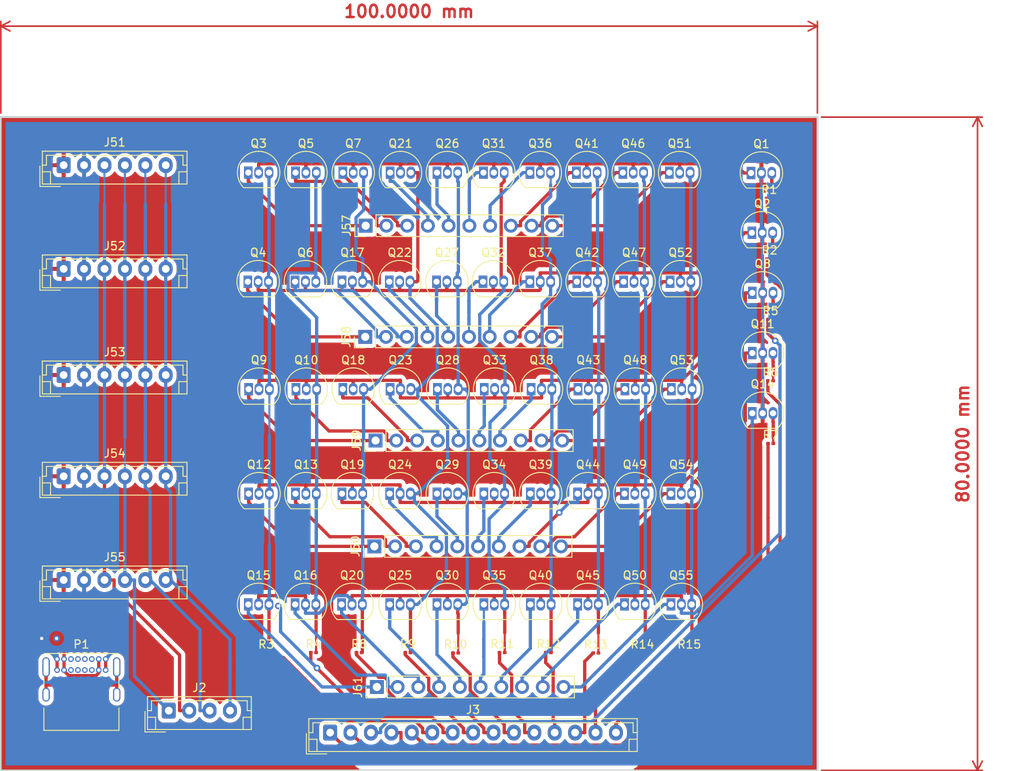
<source format=kicad_pcb>
(kicad_pcb (version 20221018) (generator pcbnew)
  (layers (0 "F.Cu" signal) (31 "B.Cu" signal) (34 "B.Paste" user) (35 "F.Paste" user) (36 "B.SilkS" user "B.Silkscreen") (37 "F.SilkS" user "F.Silkscreen") (38 "B.Mask" user) (39 "F.Mask" user) (44 "Edge.Cuts" user))
  (net 0 "")
  (net 1 "Net-(Q1-E)")
  (net 2 "Net-(Q1-B)")
  (net 3 "Net-(Q17-C)")
  (net 4 "Net-(Q2-B)")
  (net 5 "RST01")
  (net 6 "Net-(Q12-B)")
  (net 7 "RST11")
  (net 8 "RST02")
  (net 9 "Net-(Q10-B)")
  (net 10 "RST12")
  (net 11 "RST03")
  (net 12 "Net-(Q17-B)")
  (net 13 "Net-(Q10-C)")
  (net 14 "Net-(Q8-B)")
  (net 15 "RST21")
  (net 16 "RST22")
  (net 17 "Net-(Q11-E)")
  (net 18 "Net-(Q11-B)")
  (net 19 "RST31")
  (net 20 "RST32")
  (net 21 "Net-(Q14-E)")
  (net 22 "Net-(Q14-B)")
  (net 23 "RST41")
  (net 24 "RST42")
  (net 25 "RST13")
  (net 26 "RST23")
  (net 27 "RST33")
  (net 28 "RST43")
  (net 29 "RST04")
  (net 30 "Net-(Q21-B)")
  (net 31 "RST14")
  (net 32 "RST24")
  (net 33 "RST34")
  (net 34 "RST44")
  (net 35 "RST05")
  (net 36 "Net-(Q26-B)")
  (net 37 "RST15")
  (net 38 "RST25")
  (net 39 "RST35")
  (net 40 "RST45")
  (net 41 "RST06")
  (net 42 "Net-(Q31-B)")
  (net 43 "RST16")
  (net 44 "RST26")
  (net 45 "RST36")
  (net 46 "RST46")
  (net 47 "RST07")
  (net 48 "Net-(Q36-B)")
  (net 49 "RST17")
  (net 50 "RST27")
  (net 51 "RST37")
  (net 52 "RST47")
  (net 53 "RST08")
  (net 54 "Net-(Q41-B)")
  (net 55 "RST18")
  (net 56 "RST28")
  (net 57 "RST38")
  (net 58 "RST48")
  (net 59 "RST09")
  (net 60 "Net-(Q46-B)")
  (net 61 "RST19")
  (net 62 "RST29")
  (net 63 "RST39")
  (net 64 "RST49")
  (net 65 "RST10")
  (net 66 "Net-(Q51-B)")
  (net 67 "RST20")
  (net 68 "RST30")
  (net 69 "RST40")
  (net 70 "RST50")
  (net 71 "GPIO00")
  (net 72 "GPIO01")
  (net 73 "GPIO05")
  (net 74 "GPIO06")
  (net 75 "GPIO02")
  (net 76 "GPIO03")
  (net 77 "GPIO04")
  (net 78 "GPIO07")
  (net 79 "GPIO08")
  (net 80 "GPIO09")
  (net 81 "GPIO10")
  (net 82 "GPIO11")
  (net 83 "GPIO12")
  (net 84 "GPIO13")
  (net 85 "GPIO14")
  (net 86 "MOSI")
  (net 87 "MISO")
  (net 88 "SCK")
  (net 89 "SDA")
  (net 90 "3,3V")
  (net 91 "GND")
  (net 98 "unconnected-(P1-SHIELD-PadS1)")
  (footprint "Connector_PinHeader_2.54mm:PinHeader_1x10_P2.54mm_Vertical" (layer "F.Cu") (at 144.6276 76.9112 90)
    (fp_text reference "J58")
    (fp_text value "Conn_01x10_Socket")
  )
  (footprint "Package_TO_SOT_THT:TO-92_Inline" (layer "F.Cu") (at 136.0882 96.1136)
    (fp_text reference "Q13")
    (fp_text value "2SC1815")
  )
  (footprint "Package_TO_SOT_THT:TO-92_Inline" (layer "F.Cu") (at 159.0498 70.1548)
    (fp_text reference "Q32")
    (fp_text value "2SC1815")
  )
  (footprint "Package_TO_SOT_THT:TO-92_Inline" (layer "F.Cu") (at 192.024 86.2584)
    (fp_text reference "Q14")
    (fp_text value "2SC1815")
  )
  (footprint "Package_TO_SOT_THT:TO-92_Inline" (layer "F.Cu") (at 159.1564 109.6772)
    (fp_text reference "Q35")
    (fp_text value "2SC1815")
  )
  (footprint "Package_TO_SOT_THT:TO-92_Inline" (layer "F.Cu") (at 136.0424 109.6772)
    (fp_text reference "Q16")
    (fp_text value "2SC1815")
  )
  (footprint "Package_TO_SOT_THT:TO-92_Inline" (layer "F.Cu") (at 147.6198 96.1136)
    (fp_text reference "Q24")
    (fp_text value "2SC1815")
  )
  (footprint "Package_TO_SOT_THT:TO-92_Inline" (layer "F.Cu") (at 164.846 109.6772)
    (fp_text reference "Q40")
    (fp_text value "2SC1815")
  )
  (footprint "Package_TO_SOT_THT:TO-92_Inline" (layer "F.Cu") (at 136.139 83.312)
    (fp_text reference "Q10")
    (fp_text value "2SC1815")
  )
  (footprint "Package_TO_SOT_THT:TO-92_Inline" (layer "F.Cu") (at 192.024 78.8924)
    (fp_text reference "Q11")
    (fp_text value "2SC1815")
  )
  (footprint "Package_TO_SOT_THT:TO-92_Inline" (layer "F.Cu") (at 191.8716 56.8452)
    (fp_text reference "Q1")
    (fp_text value "2SC1815")
  )
  (footprint "Package_TO_SOT_THT:TO-92_Inline" (layer "F.Cu") (at 170.6322 96.1136)
    (fp_text reference "Q44")
    (fp_text value "2SC1815")
  )
  (footprint "Package_TO_SOT_THT:TO-92_Inline" (layer "F.Cu") (at 153.411 96.1136)
    (fp_text reference "Q29")
    (fp_text value "2SC1815")
  )
  (footprint "Connector_JST:JST_EH_B6B-EH-A_1x06_P2.50mm_Vertical" (layer "F.Cu") (at 107.6944 68.5848)
    (fp_text reference "J52")
    (fp_text value "Conn_01x06_Socket")
  )
  (footprint "Resistor_SMD:R_0201_0603Metric" (layer "F.Cu") (at 132.497 115.6208)
    (fp_text reference "R3")
    (fp_text value "R")
  )
  (footprint "Package_TO_SOT_THT:TO-92_Inline" (layer "F.Cu") (at 130.302 109.6772)
    (fp_text reference "Q15")
    (fp_text value "2SC1815")
  )
  (footprint "Package_TO_SOT_THT:TO-92_Inline" (layer "F.Cu") (at 141.7778 70.1548)
    (fp_text reference "Q17")
    (fp_text value "2SC1815")
  )
  (footprint "Package_TO_SOT_THT:TO-92_Inline" (layer "F.Cu") (at 181.9606 70.1548)
    (fp_text reference "Q52")
    (fp_text value "2SC1815")
  )
  (footprint "Package_TO_SOT_THT:TO-92_Inline" (layer "F.Cu") (at 182.0672 109.6772)
    (fp_text reference "Q55")
    (fp_text value "2SC1815")
  )
  (footprint "Resistor_SMD:R_0201_0603Metric" (layer "F.Cu") (at 161.3916 115.57)
    (fp_text reference "R11")
    (fp_text value "R")
  )
  (footprint "Package_TO_SOT_THT:TO-92_Inline" (layer "F.Cu") (at 164.7902 70.1548)
    (fp_text reference "Q37")
    (fp_text value "2SC1815")
  )
  (footprint "Connector_JST:JST_EH_B15B-EH-A_1x15_P2.50mm_Vertical" (layer "F.Cu") (at 140.328 125.3744)
    (fp_text reference "J3")
    (fp_text value "Conn_01x15_Socket")
  )
  (footprint "Package_TO_SOT_THT:TO-92_Inline" (layer "F.Cu") (at 159.2022 83.312)
    (fp_text reference "Q33")
    (fp_text value "2SC1815")
  )
  (footprint "Resistor_SMD:R_0201_0603Metric" (layer "F.Cu") (at 138.2882 115.57)
    (fp_text reference "R4")
    (fp_text value "R")
  )
  (footprint "Resistor_SMD:R_0201_0603Metric" (layer "F.Cu") (at 178.5726 115.6208)
    (fp_text reference "R14")
    (fp_text value "R")
  )
  (footprint "Package_TO_SOT_THT:TO-92_Inline" (layer "F.Cu") (at 181.864 56.7944)
    (fp_text reference "Q51")
    (fp_text value "2SC1815")
  )
  (footprint "Package_TO_SOT_THT:TO-92_Inline" (layer "F.Cu") (at 176.271 70.1548)
    (fp_text reference "Q47")
    (fp_text value "2SC1815")
  )
  (footprint "Package_TO_SOT_THT:TO-92_Inline" (layer "F.Cu") (at 141.8794 83.312)
    (fp_text reference "Q18")
    (fp_text value "2SC1815")
  )
  (footprint "Resistor_SMD:R_0201_0603Metric" (layer "F.Cu") (at 194.1068 59.944)
    (fp_text reference "R1")
    (fp_text value "R")
  )
  (footprint "Resistor_SMD:R_0201_0603Metric" (layer "F.Cu") (at 194.2592 82.296)
    (fp_text reference "R6")
    (fp_text value "R")
  )
  (footprint "Package_TO_SOT_THT:TO-92_Inline" (layer "F.Cu") (at 176.4234 83.312)
    (fp_text reference "Q48")
    (fp_text value "2SC1815")
  )
  (footprint "Connector_PinHeader_2.54mm:PinHeader_1x10_P2.54mm_Vertical" (layer "F.Cu") (at 145.7452 102.5652 90)
    (fp_text reference "J60")
    (fp_text value "Conn_01x10_Socket")
  )
  (footprint "Package_TO_SOT_THT:TO-92_Inline" (layer "F.Cu") (at 159.1514 96.1136)
    (fp_text reference "Q34")
    (fp_text value "2SC1815")
  )
  (footprint "Package_TO_SOT_THT:TO-92_Inline" (layer "F.Cu") (at 147.6756 56.7944)
    (fp_text reference "Q21")
    (fp_text value "2SC1815")
  )
  (footprint "Connector_JST:JST_EH_B4B-EH-A_1x04_P2.50mm_Vertical" (layer "F.Cu") (at 120.5668 122.682)
    (fp_text reference "J2")
    (fp_text value "Conn_01x04_Socket")
  )
  (footprint "Package_TO_SOT_THT:TO-92_Inline" (layer "F.Cu") (at 192.024 71.5264)
    (fp_text reference "Q8")
    (fp_text value "2SC1815")
  )
  (footprint "Package_TO_SOT_THT:TO-92_Inline" (layer "F.Cu") (at 164.9426 83.312)
    (fp_text reference "Q38")
    (fp_text value "2SC1815")
  )
  (footprint "Package_TO_SOT_THT:TO-92_Inline" (layer "F.Cu") (at 136.0932 56.7944)
    (fp_text reference "Q5")
    (fp_text value "2SC1815")
  )
  (footprint "Package_TO_SOT_THT:TO-92_Inline" (layer "F.Cu") (at 147.6706 83.312)
    (fp_text reference "Q23")
    (fp_text value "2SC1815")
  )
  (footprint "Resistor_SMD:R_0201_0603Metric" (layer "F.Cu") (at 194.2592 74.7776)
    (fp_text reference "R5")
    (fp_text value "R")
  )
  (footprint "Package_TO_SOT_THT:TO-92_Inline" (layer "F.Cu") (at 164.7952 56.7944)
    (fp_text reference "Q36")
    (fp_text value "2SC1815")
  )
  (footprint "Resistor_SMD:R_0201_0603Metric" (layer "F.Cu") (at 149.8494 115.57)
    (fp_text reference "R9")
    (fp_text value "R")
  )
  (footprint "Package_TO_SOT_THT:TO-92_Inline" (layer "F.Cu") (at 170.5306 70.1548)
    (fp_text reference "Q42")
    (fp_text value "2SC1815")
  )
  (footprint "Resistor_SMD:R_0201_0603Metric" (layer "F.Cu") (at 167.0456 115.57)
    (fp_text reference "R12")
    (fp_text value "R")
  )
  (footprint "Resistor_SMD:R_0201_0603Metric" (layer "F.Cu") (at 194.1424 67.3608)
    (fp_text reference "R2")
    (fp_text value "R")
  )
  (footprint "Package_TO_SOT_THT:TO-92_Inline" (layer "F.Cu") (at 130.3478 83.312)
    (fp_text reference "Q9")
    (fp_text value "2SC1815")
  )
  (footprint "Package_TO_SOT_THT:TO-92_Inline" (layer "F.Cu") (at 147.569 70.1548)
    (fp_text reference "Q22")
    (fp_text value "2SC1815")
  )
  (footprint "Package_TO_SOT_THT:TO-92_Inline" (layer "F.Cu") (at 182.0622 96.1136)
    (fp_text reference "Q54")
    (fp_text value "2SC1815")
  )
  (footprint "Connector_JST:JST_EH_B6B-EH-A_1x06_P2.50mm_Vertical" (layer "F.Cu") (at 107.6944 106.6848)
    (fp_text reference "J55")
    (fp_text value "Conn_01x06_Socket")
  )
  (footprint "Package_TO_SOT_THT:TO-92_Inline" (layer "F.Cu") (at 147.6248 109.6772)
    (fp_text reference "Q25")
    (fp_text value "2SC1815")
  )
  (footprint "Resistor_SMD:R_0201_0603Metric" (layer "F.Cu") (at 172.8618 115.6208)
    (fp_text reference "R13")
    (fp_text value "R")
  )
  (footprint "Package_TO_SOT_THT:TO-92_Inline" (layer "F.Cu") (at 170.6372 109.6772)
    (fp_text reference "Q45")
    (fp_text value "2SC1815")
  )
  (footprint "Package_TO_SOT_THT:TO-92_Inline" (layer "F.Cu") (at 182.113 83.312)
    (fp_text reference "Q53")
    (fp_text value "2SC1815")
  )
  (footprint "Package_TO_SOT_THT:TO-92_Inline" (layer "F.Cu") (at 130.2462 70.1548)
    (fp_text reference "Q4")
    (fp_text value "2SC1815")
  )
  (footprint "Resistor_SMD:R_0201_0603Metric" (layer "F.Cu") (at 184.313 115.6208)
    (fp_text reference "R15")
    (fp_text value "R")
  )
  (footprint "Package_TO_SOT_THT:TO-92_Inline" (layer "F.Cu") (at 141.732 109.6772)
    (fp_text reference "Q20")
    (fp_text value "2SC1815")
  )
  (footprint "Package_TO_SOT_THT:TO-92_Inline" (layer "F.Cu") (at 153.416 109.6772)
    (fp_text reference "Q30")
    (fp_text value "2SC1815")
  )
  (footprint "Package_TO_SOT_THT:TO-92_Inline" (layer "F.Cu") (at 170.683 83.312)
    (fp_text reference "Q43")
    (fp_text value "2SC1815")
  )
  (footprint "Connector_USB:USB_C_Receptacle_GCT_USB4085" (layer "F.Cu") (at 106.8914 116.3662)
    (fp_text reference "P1")
    (fp_text value "USB_C_Plug")
  )
  (footprint "Package_TO_SOT_THT:TO-92_Inline" (layer "F.Cu") (at 191.9732 64.1604)
    (fp_text reference "Q2")
    (fp_text value "2SC1815")
  )
  (footprint "Connector_PinHeader_2.54mm:PinHeader_1x10_P2.54mm_Vertical" (layer "F.Cu") (at 145.8926 89.6112 90)
    (fp_text reference "J59")
    (fp_text value "Conn_01x10_Socket")
  )
  (footprint "Package_TO_SOT_THT:TO-92_Inline" (layer "F.Cu") (at 153.4618 83.312)
    (fp_text reference "Q28")
    (fp_text value "2SC1815")
  )
  (footprint "Package_TO_SOT_THT:TO-92_Inline" (layer "F.Cu") (at 170.4848 56.7944)
    (fp_text reference "Q41")
    (fp_text value "2SC1815")
  )
  (footprint "Package_TO_SOT_THT:TO-92_Inline" (layer "F.Cu") (at 130.3478 96.1136)
    (fp_text reference "Q12")
    (fp_text value "2SC1815")
  )
  (footprint "Package_TO_SOT_THT:TO-92_Inline" (layer "F.Cu") (at 153.3602 70.1548)
    (fp_text reference "Q27")
    (fp_text value "2SC1815")
  )
  (footprint "Resistor_SMD:R_0201_0603Metric" (layer "F.Cu") (at 143.8762 115.57)
    (fp_text reference "R8")
    (fp_text value "R")
  )
  (footprint "Package_TO_SOT_THT:TO-92_Inline" (layer "F.Cu") (at 153.416 56.7944)
    (fp_text reference "Q26")
    (fp_text value "2SC1815")
  )
  (footprint "Package_TO_SOT_THT:TO-92_Inline" (layer "F.Cu") (at 176.1744 56.7944)
    (fp_text reference "Q46")
    (fp_text value "2SC1815")
  )
  (footprint "Package_TO_SOT_THT:TO-92_Inline" (layer "F.Cu") (at 141.7778 96.1136)
    (fp_text reference "Q19")
    (fp_text value "2SC1815")
  )
  (footprint "Connector_JST:JST_EH_B6B-EH-A_1x06_P2.50mm_Vertical" (layer "F.Cu") (at 107.6944 81.5848)
    (fp_text reference "J53")
    (fp_text value "Conn_01x06_Socket")
  )
  (footprint "Package_TO_SOT_THT:TO-92_Inline" (layer "F.Cu") (at 136.0374 70.1548)
    (fp_text reference "Q6")
    (fp_text value "2SC1815")
  )
  (footprint "Connector_PinHeader_2.54mm:PinHeader_1x10_P2.54mm_Vertical" (layer "F.Cu") (at 146.05 119.7864 90)
    (fp_text reference "J61")
    (fp_text value "Conn_01x10_Socket")
  )
  (footprint "Package_TO_SOT_THT:TO-92_Inline" (layer "F.Cu") (at 130.302 56.79)
    (fp_text reference "Q3")
    (fp_text value "2SC1815")
  )
  (footprint "Package_TO_SOT_THT:TO-92_Inline" (layer "F.Cu") (at 159.1056 56.7944)
    (fp_text reference "Q31")
    (fp_text value "2SC1815")
  )
  (footprint "Resistor_SMD:R_0201_0603Metric" (layer "F.Cu") (at 194.2744 89.9668)
    (fp_text reference "R7")
    (fp_text value "R")
  )
  (footprint "Connector_JST:JST_EH_B6B-EH-A_1x06_P2.50mm_Vertical" (layer "F.Cu") (at 107.6944 93.9848)
    (fp_text reference "J54")
    (fp_text value "Conn_01x06_Socket")
  )
  (footprint "Package_TO_SOT_THT:TO-92_Inline" (layer "F.Cu") (at 176.3776 109.6772)
    (fp_text reference "Q50")
    (fp_text value "2SC1815")
  )
  (footprint "Package_TO_SOT_THT:TO-92_Inline" (layer "F.Cu") (at 164.841 96.1136)
    (fp_text reference "Q39")
    (fp_text value "2SC1815")
  )
  (footprint "Connector_PinHeader_2.54mm:PinHeader_1x10_P2.54mm_Vertical" (layer "F.Cu") (at 144.6784 63.2968 90)
    (fp_text reference "J57")
    (fp_text value "Conn_01x10_Socket")
  )
  (footprint "Connector_JST:JST_EH_B6B-EH-A_1x06_P2.50mm_Vertical" (layer "F.Cu") (at 107.6944 55.8848)
    (fp_text reference "J51")
    (fp_text value "Conn_01x06_Socket")
  )
  (footprint "Resistor_SMD:R_0201_0603Metric" (layer "F.Cu") (at 155.6914 115.6208)
    (fp_text reference "R10")
    (fp_text value "R")
  )
  (footprint "Package_TO_SOT_THT:TO-92_Inline" (layer "F.Cu") (at 141.8844 56.7944)
    (fp_text reference "Q7")
    (fp_text value "2SC1815")
  )
  (footprint "Package_TO_SOT_THT:TO-92_Inline" (layer "F.Cu") (at 176.3726 96.1136)
    (fp_text reference "Q49")
    (fp_text value "2SC1815")
  )
  (gr_rect (start 100 50) (end 200 130) (stroke (width 0.2)) (fill none) (layer "B.Cu"))
  (gr_rect (start 100 50) (end 200 130) (stroke (width 0.2)) (fill none) (layer "Edge.Cuts"))
  (dimension (type aligned) (layer "F.Cu") (pts (xy 200 50) (xy 100 50)) (height 11.137999) (gr_text "100,0000 mm" (at 150 37.062001) (layer "F.Cu") (effects (font (size 1.5 1.5) (thickness 0.3)))) (format (prefix "") (suffix "") (units 3) (units_format 1) (precision 4)) (style (thickness 0.2) (arrow_length 1.27) (text_position_mode 0) (extension_height 0.58642) (extension_offset 0.5) keep_text_aligned))
  (dimension (type aligned) (layer "F.Cu") (pts (xy 200 50) (xy 200 130)) (height -19.6084) (gr_text "80,0000 mm" (at 217.8084 90 90) (layer "F.Cu") (effects (font (size 1.5 1.5) (thickness 0.3)))) (format (prefix "") (suffix "") (units 3) (units_format 1) (precision 4)) (style (thickness 0.2) (arrow_length 1.27) (text_position_mode 0) (extension_height 0.58642) (extension_offset 0.5) keep_text_aligned))
  (segment (start 166.065 56.6597) (end 166.065 56.7944) (width 0.25) (layer "F.Cu") (net 1))
  (segment (start 137.363 56.3905) (end 137.363 56.3907) (width 0.25) (layer "F.Cu") (net 1))
  (segment (start 137.363 55.7175) (end 143.154 55.7175) (width 0.4) (layer "F.Cu") (net 1))
  (segment (start 137.363 56.3905) (end 137.363 56.3907) (width 0.4) (layer "F.Cu") (net 1))
  (segment (start 177.446 55.7175) (end 177.444 55.719) (width 0.4) (layer "F.Cu") (net 1))
  (segment (start 148.946 56.3905) (end 148.946 56.3909) (width 0.25) (layer "F.Cu") (net 1))
  (segment (start 137.359 55.7131) (end 137.363 55.7175) (width 0.4) (layer "F.Cu") (net 1))
  (segment (start 166.065 55.7175) (end 160.376 55.7175) (width 0.4) (layer "F.Cu") (net 1))
  (segment (start 148.946 56.3905) (end 148.946 56.3909) (width 0.4) (layer "F.Cu") (net 1))
  (segment (start 148.946 56.3909) (end 148.946 56.5251) (width 0.4) (layer "F.Cu") (net 1))
  (segment (start 143.1544 56.7944) (end 143.154 56.7944) (width 0.25) (layer "F.Cu") (net 1))
  (segment (start 148.946 56.5251) (end 148.946 56.6597) (width 0.25) (layer "F.Cu") (net 1))
  (segment (start 137.363 56.3907) (end 137.363 56.5251) (width 0.25) (layer "F.Cu") (net 1))
  (segment (start 137.3632 56.6599) (end 137.3632 56.7944) (width 0.25) (layer "F.Cu") (net 1))
  (segment (start 166.065 55.9869) (end 166.065 56.2559) (width 0.4) (layer "F.Cu") (net 1))
  (segment (start 143.154 55.7175) (end 148.946 55.7175) (width 0.4) (layer "F.Cu") (net 1))
  (segment (start 154.686 55.719) (end 154.684 55.7175) (width 0.4) (layer "F.Cu") (net 1))
  (segment (start 137.363 55.9869) (end 137.363 56.2559) (width 0.4) (layer "F.Cu") (net 1))
  (segment (start 148.946 55.9867) (end 148.946 56.2559) (width 0.4) (layer "F.Cu") (net 1))
  (segment (start 166.065 55.7175) (end 166.065 55.9867) (width 0.4) (layer "F.Cu") (net 1))
  (segment (start 166.065 56.2559) (end 166.065 56.3905) (width 0.4) (layer "F.Cu") (net 1))
  (segment (start 171.755 56.391) (end 171.755 56.5253) (width 0.25) (layer "F.Cu") (net 1))
  (segment (start 148.946 56.2559) (end 148.946 56.3905) (width 0.4) (layer "F.Cu") (net 1))
  (segment (start 191.8716 56.8452) (end 191.02 56.8452) (width 0.4) (layer "F.Cu") (net 1))
  (segment (start 171.755 55.9874) (end 171.755 56.2563) (width 0.4) (layer "F.Cu") (net 1))
  (segment (start 177.4444 56.7944) (end 177.444 56.7944) (width 0.25) (layer "F.Cu") (net 1))
  (segment (start 154.686 55.719) (end 154.686 55.7182) (width 0.4) (layer "F.Cu") (net 1))
  (segment (start 160.376 56.7944) (end 160.376 56.2563) (width 0.4) (layer "F.Cu") (net 1))
  (segment (start 191.02 56.8452) (end 189.892 55.7175) (width 0.4) (layer "F.Cu") (net 1))
  (segment (start 143.154 56.2559) (end 143.154 56.2563) (width 0.25) (layer "F.Cu") (net 1))
  (segment (start 171.7548 56.66) (end 171.7548 56.7944) (width 0.25) (layer "F.Cu") (net 1))
  (segment (start 160.376 56.2563) (end 160.376 56.7944) (width 0.25) (layer "F.Cu") (net 1))
  (segment (start 177.444 55.719) (end 177.444 55.7175) (width 0.4) (layer "F.Cu") (net 1))
  (segment (start 177.444 55.7175) (end 171.756 55.7175) (width 0.4) (layer "F.Cu") (net 1))
  (segment (start 171.755 56.391) (end 171.755 56.5253) (width 0.4) (layer "F.Cu") (net 1))
  (segment (start 177.444 56.2571) (end 177.444 56.7944) (width 0.25) (layer "F.Cu") (net 1))
  (segment (start 131.572 56.79) (end 131.572 55.7131) (width 0.4) (layer "F.Cu") (net 1))
  (segment (start 137.363 56.3907) (end 137.363 56.5251) (width 0.4) (layer "F.Cu") (net 1))
  (segment (start 154.684 55.7175) (end 148.946 55.7175) (width 0.4) (layer "F.Cu") (net 1))
  (segment (start 137.363 56.6597) (end 137.363 56.7944) (width 0.25) (layer "F.Cu") (net 1))
  (segment (start 137.363 55.9867) (end 137.363 55.9869) (width 0.4) (layer "F.Cu") (net 1))
  (segment (start 166.0652 56.6599) (end 166.0652 56.7944) (width 0.25) (layer "F.Cu") (net 1))
  (segment (start 171.755 55.7182) (end 171.755 55.9872) (width 0.4) (layer "F.Cu") (net 1))
  (segment (start 137.363 56.2559) (end 137.363 56.3905) (width 0.4) (layer "F.Cu") (net 1))
  (segment (start 171.755 56.5253) (end 171.755 56.6598) (width 0.25) (layer "F.Cu") (net 1))
  (segment (start 137.363 55.9867) (end 137.363 55.9869) (width 0.4) (layer "F.Cu") (net 1))
  (segment (start 177.444 56.2571) (end 177.444 56.2567) (width 0.4) (layer "F.Cu") (net 1))
  (segment (start 166.065 55.9867) (end 166.065 55.9869) (width 0.4) (layer "F.Cu") (net 1))
  (segment (start 171.755 56.6598) (end 171.7548 56.66) (width 0.25) (layer "F.Cu") (net 1))
  (segment (start 148.946 56.6597) (end 148.9456 56.6601) (width 0.25) (layer "F.Cu") (net 1))
  (segment (start 137.363 56.5251) (end 137.363 56.6597) (width 0.25) (layer "F.Cu") (net 1))
  (segment (start 148.946 55.9867) (end 148.946 56.2559) (width 0.4) (layer "F.Cu") (net 1))
  (segment (start 131.572 55.7131) (end 137.359 55.7131) (width 0.4) (layer "F.Cu") (net 1))
  (segment (start 166.065 56.3907) (end 166.065 56.5251) (width 0.25) (layer "F.Cu") (net 1))
  (segment (start 191.872 56.8452) (end 191.8716 56.8452) (width 0.4) (layer "F.Cu") (net 1))
  (segment (start 171.756 55.7175) (end 171.755 55.7182) (width 0.4) (layer "F.Cu") (net 1))
  (segment (start 143.154 56.2563) (end 143.154 56.7944) (width 0.25) (layer "F.Cu") (net 1))
  (segment (start 189.892 55.7175) (end 183.134 55.7175) (width 0.4) (layer "F.Cu") (net 1))
  (segment (start 137.363 56.6597) (end 137.3632 56.6599) (width 0.25) (layer "F.Cu") (net 1))
  (segment (start 171.755 55.9872) (end 171.755 55.9874) (width 0.4) (layer "F.Cu") (net 1))
  (segment (start 177.444 56.2567) (end 177.444 56.2571) (width 0.25) (layer "F.Cu") (net 1))
  (segment (start 166.065 56.3905) (end 166.065 56.3907) (width 0.25) (layer "F.Cu") (net 1))
  (segment (start 171.755 56.2563) (end 171.755 56.3908) (width 0.4) (layer "F.Cu") (net 1))
  (segment (start 171.755 55.9874) (end 171.755 56.2563) (width 0.4) (layer "F.Cu") (net 1))
  (segment (start 137.363 55.7175) (end 137.363 55.9867) (width 0.4) (layer "F.Cu") (net 1))
  (segment (start 143.154 56.2563) (end 143.154 56.2559) (width 0.4) (layer "F.Cu") (net 1))
  (segment (start 143.154 56.2559) (end 143.154 55.7175) (width 0.4) (layer "F.Cu") (net 1))
  (segment (start 171.755 56.3908) (end 171.755 56.391) (width 0.4) (layer "F.Cu") (net 1))
  (segment (start 154.686 55.7182) (end 154.687 55.7175) (width 0.4) (layer "F.Cu") (net 1))
  (segment (start 171.755 56.6598) (end 171.755 56.7944) (width 0.25) (layer "F.Cu") (net 1))
  (segment (start 148.946 56.6597) (end 148.946 56.7944) (width 0.25) (layer "F.Cu") (net 1))
  (segment (start 177.444 56.2567) (end 177.444 55.719) (width 0.4) (layer "F.Cu") (net 1))
  (segment (start 183.134 56.7944) (end 183.134 55.7175) (width 0.4) (layer "F.Cu") (net 1))
  (segment (start 171.755 56.3908) (end 171.755 56.391) (width 0.25) (layer "F.Cu") (net 1))
  (segment (start 166.065 56.3905) (end 166.065 56.3907) (width 0.4) (layer "F.Cu") (net 1))
  (segment (start 160.376 56.2563) (end 160.376 56.2559) (width 0.4) (layer "F.Cu") (net 1))
  (segment (start 171.755 55.9872) (end 171.755 55.9874) (width 0.4) (layer "F.Cu") (net 1))
  (segment (start 148.946 56.3909) (end 148.946 56.5251) (width 0.25) (layer "F.Cu") (net 1))
  (segment (start 166.065 56.3907) (end 166.065 56.5251) (width 0.4) (layer "F.Cu") (net 1))
  (segment (start 166.065 56.5251) (end 166.065 56.6597) (width 0.25) (layer "F.Cu") (net 1))
  (segment (start 166.065 55.9869) (end 166.065 56.2559) (width 0.4) (layer "F.Cu") (net 1))
  (segment (start 171.754 55.7175) (end 166.065 55.7175) (width 0.4) (layer "F.Cu") (net 1))
  (segment (start 183.134 55.7175) (end 177.446 55.7175) (width 0.4) (layer "F.Cu") (net 1))
  (segment (start 160.376 56.2559) (end 160.376 56.2563) (width 0.25) (layer "F.Cu") (net 1))
  (segment (start 166.065 56.6597) (end 166.0652 56.6599) (width 0.25) (layer "F.Cu") (net 1))
  (segment (start 154.687 55.7175) (end 160.376 55.7175) (width 0.4) (layer "F.Cu") (net 1))
  (segment (start 166.065 55.9867) (end 166.065 55.9869) (width 0.4) (layer "F.Cu") (net 1))
  (segment (start 148.946 55.7175) (end 148.946 55.9867) (width 0.4) (layer "F.Cu") (net 1))
  (segment (start 177.444 56.7944) (end 177.444 56.2571) (width 0.4) (layer "F.Cu") (net 1))
  (segment (start 137.363 55.9869) (end 137.363 56.2559) (width 0.4) (layer "F.Cu") (net 1))
  (segment (start 148.9456 56.6601) (end 148.9456 56.7944) (width 0.25) (layer "F.Cu") (net 1))
  (segment (start 171.755 55.7182) (end 171.754 55.7175) (width 0.4) (layer "F.Cu") (net 1))
  (segment (start 154.686 56.7944) (end 154.686 55.719) (width 0.4) (layer "F.Cu") (net 1))
  (segment (start 143.154 56.7944) (end 143.154 56.2563) (width 0.4) (layer "F.Cu") (net 1))
  (segment (start 160.376 56.2559) (end 160.376 55.7175) (width 0.4) (layer "F.Cu") (net 1))
  (segment (start 160.3756 56.7944) (end 160.376 56.7944) (width 0.25) (layer "F.Cu") (net 1))
  (segment (start 166.065 56.4644) (end 166.065 56.6294) (width 0.4) (layer "B.Cu") (net 1))
  (segment (start 183.134 56.4644) (end 183.134 56.7944) (width 0.4) (layer "B.Cu") (net 1))
  (segment (start 177.444 56.7944) (end 177.444 56.6294) (width 0.25) (layer "B.Cu") (net 1))
  (segment (start 137.363 56.7944) (end 137.363 56.6294) (width 0.25) (layer "B.Cu") (net 1))
  (segment (start 143.1544 56.7944) (end 143.154 56.7944) (width 0.25) (layer "B.Cu") (net 1))
  (segment (start 137.363 56.4644) (end 137.363 56.6294) (width 0.4) (layer "B.Cu") (net 1))
  (segment (start 148.946 56.4644) (end 148.946 56.7944) (width 0.4) (layer "B.Cu") (net 1))
  (segment (start 131.572 56.46) (end 131.572 56.79) (width 0.4) (layer "B.Cu") (net 1))
  (segment (start 154.686 56.4644) (end 154.686 56.7944) (width 0.4) (layer "B.Cu") (net 1))
  (segment (start 177.4444 56.7944) (end 177.444 56.7944) (width 0.25) (layer "B.Cu") (net 1))
  (segment (start 166.065 56.7944) (end 166.065 56.6294) (width 0.25) (layer "B.Cu") (net 1))
  (segment (start 148.9456 56.7944) (end 148.946 56.7944) (width 0.25) (layer "B.Cu") (net 1))
  (segment (start 143.154 56.4644) (end 143.154 56.7944) (width 0.4) (layer "B.Cu") (net 1))
  (segment (start 177.444 56.4644) (end 177.444 56.6294) (width 0.4) (layer "B.Cu") (net 1))
  (segment (start 166.0652 56.7944) (end 166.065 56.7944) (width 0.25) (layer "B.Cu") (net 1))
  (segment (start 137.3632 56.7944) (end 137.363 56.7944) (width 0.25) (layer "B.Cu") (net 1))
  (segment (start 194.412 57.249) (end 194.412 57.2486) (width 0.4) (layer "F.Cu") (net 2))
  (segment (start 194.427 59.4423) (end 194.4268 59.4425) (width 0.25) (layer "F.Cu") (net 2))
  (segment (start 194.427 57.9373) (end 194.427 58.9406) (width 0.4) (layer "F.Cu") (net 2))
  (segment (start 194.412 57.6528) (end 194.412 57.9221) (width 0.4) (layer "F.Cu") (net 2))
  (segment (start 194.412 57.2486) (end 194.412 57.1144) (width 0.4) (layer "F.Cu") (net 2))
  (segment (start 194.4116 56.9794) (end 194.4116 56.8452) (width 0.25) (layer "F.Cu") (net 2))
  (segment (start 194.412 56.9798) (end 194.412 56.8452) (width 0.25) (layer "F.Cu") (net 2))
  (segment (start 194.412 57.6524) (end 194.412 57.3836) (width 0.4) (layer "F.Cu") (net 2))
  (segment (start 194.412 56.9798) (end 194.4116 56.9794) (width 0.25) (layer "F.Cu") (net 2))
  (segment (start 194.427 59.4423) (end 194.427 58.9406) (width 0.25) (layer "F.Cu") (net 2))
  (segment (start 194.412 57.1144) (end 194.412 56.9798) (width 0.25) (layer "F.Cu") (net 2))
  (segment (start 194.412 57.3836) (end 194.412 57.249) (width 0.4) (layer "F.Cu") (net 2))
  (segment (start 194.4268 59.4425) (end 194.4268 59.944) (width 0.25) (layer "F.Cu") (net 2))
  (segment (start 194.412 57.9221) (end 194.427 57.9373) (width 0.4) (layer "F.Cu") (net 2))
  (segment (start 194.412 57.6524) (end 194.412 57.3836) (width 0.4) (layer "F.Cu") (net 2))
  (segment (start 194.427 59.944) (end 194.427 59.4423) (width 0.25) (layer "F.Cu") (net 2))
  (segment (start 194.412 57.6528) (end 194.412 57.6524) (width 0.4) (layer "F.Cu") (net 2))
  (segment (start 194.412 57.2486) (end 194.412 57.1144) (width 0.25) (layer "F.Cu") (net 2))
  (segment (start 194.412 57.6528) (end 194.412 57.6524) (width 0.4) (layer "F.Cu") (net 2))
  (segment (start 194.412 57.249) (end 194.412 57.2486) (width 0.25) (layer "F.Cu") (net 2))
  (segment (start 160.32 71.2317) (end 165.947 71.2317) (width 0.4) (layer "F.Cu") (net 3))
  (segment (start 143.048 70.424) (end 143.0478 70.4238) (width 0.25) (layer "F.Cu") (net 3))
  (segment (start 131.516 70.6932) (end 131.516 70.693) (width 0.25) (layer "F.Cu") (net 3))
  (segment (start 160.32 70.9611) (end 160.32 70.6925) (width 0.4) (layer "F.Cu") (net 3))
  (segment (start 160.32 70.2892) (end 160.3198 70.289) (width 0.25) (layer "F.Cu") (net 3))
  (segment (start 154.63 71.2317) (end 154.63 70.9624) (width 0.4) (layer "F.Cu") (net 3))
  (segment (start 131.516 70.4239) (end 131.516 70.2893) (width 0.25) (layer "F.Cu") (net 3))
  (segment (start 137.3074 70.1548) (end 137.307 70.1548) (width 0.25) (layer "F.Cu") (net 3))
  (segment (start 143.048 71.2317) (end 148.839 71.2317) (width 0.4) (layer "F.Cu") (net 3))
  (segment (start 171.8006 70.1548) (end 171.801 70.1548) (width 0.25) (layer "F.Cu") (net 3))
  (segment (start 154.63 71.2317) (end 148.839 71.2317) (width 0.4) (layer "F.Cu") (net 3))
  (segment (start 160.32 71.2302) (end 160.32 70.9613) (width 0.4) (layer "F.Cu") (net 3))
  (segment (start 131.516 70.1632) (end 131.516 70.1716) (width 0.4) (layer "F.Cu") (net 3))
  (segment (start 131.516 70.6932) (end 131.516 71.2317) (width 0.4) (layer "F.Cu") (net 3))
  (segment (start 166.06 70.1547) (end 166.06 70.1548) (width 0.4) (layer "F.Cu") (net 3))
  (segment (start 154.63 70.2894) (end 154.63 70.1548) (width 0.25) (layer "F.Cu") (net 3))
  (segment (start 131.516 70.222) (end 131.516 70.2893) (width 0.4) (layer "F.Cu") (net 3))
  (segment (start 143.0478 70.4238) (end 143.0478 70.1548) (width 0.25) (layer "F.Cu") (net 3))
  (segment (start 137.307 71.2317) (end 143.048 71.2317) (width 0.4) (layer "F.Cu") (net 3))
  (segment (start 171.801 69.0779) (end 166.06 69.0779) (width 0.4) (layer "F.Cu") (net 3))
  (segment (start 131.516 70.693) (end 131.516 70.6932) (width 0.4) (layer "F.Cu") (net 3))
  (segment (start 131.516 70.1569) (end 131.516 70.1558) (width 0.25) (layer "F.Cu") (net 3))
  (segment (start 143.048 70.1548) (end 143.048 70.424) (width 0.25) (layer "F.Cu") (net 3))
  (segment (start 177.541 69.0794) (end 177.541 69.0779) (width 0.4) (layer "F.Cu") (net 3))
  (segment (start 154.63 70.2894) (end 154.6302 70.2892) (width 0.25) (layer "F.Cu") (net 3))
  (segment (start 160.32 70.9613) (end 160.32 70.9611) (width 0.4) (layer "F.Cu") (net 3))
  (segment (start 166.06 70.1541) (end 166.06 70.1544) (width 0.4) (layer "F.Cu") (net 3))
  (segment (start 177.54 69.0779) (end 171.801 69.0779) (width 0.4) (layer "F.Cu") (net 3))
  (segment (start 177.541 69.0779) (end 183.231 69.0779) (width 0.4) (layer "F.Cu") (net 3))
  (segment (start 177.541 69.0794) (end 177.54 69.0779) (width 0.4) (layer "F.Cu") (net 3))
  (segment (start 160.32 70.9611) (end 160.32 70.6925) (width 0.4) (layer "F.Cu") (net 3))
  (segment (start 160.32 70.5578) (end 160.32 70.4236) (width 0.4) (layer "F.Cu") (net 3))
  (segment (start 131.516 70.1558) (end 131.516 70.1569) (width 0.4) (layer "F.Cu") (net 3))
  (segment (start 131.516 70.1884) (end 131.516 70.222) (width 0.4) (layer "F.Cu") (net 3))
  (segment (start 131.516 70.1558) (end 131.5162 70.1556) (width 0.25) (layer "F.Cu") (net 3))
  (segment (start 166.06 70.1539) (end 166.06 70.1541) (width 0.4) (layer "F.Cu") (net 3))
  (segment (start 131.516 70.2893) (end 131.516 70.222) (width 0.25) (layer "F.Cu") (net 3))
  (segment (start 160.32 70.558) (end 160.32 70.5578) (width 0.25) (layer "F.Cu") (net 3))
  (segment (start 166.06 70.1541) (end 166.06 70.1544) (width 0.4) (layer "F.Cu") (net 3))
  (segment (start 166.06 70.1547) (end 166.06 70.1548) (width 0.25) (layer "F.Cu") (net 3))
  (segment (start 160.32 70.6925) (end 160.32 70.558) (width 0.4) (layer "F.Cu") (net 3))
  (segment (start 166.06 70.1539) (end 166.06 70.1541) (width 0.4) (layer "F.Cu") (net 3))
  (segment (start 131.516 70.1548) (end 131.516 70.1558) (width 0.4) (layer "F.Cu") (net 3))
  (segment (start 166.0601 70.1547) (end 166.0602 70.1548) (width 0.25) (layer "F.Cu") (net 3))
  (segment (start 154.63 70.5586) (end 154.63 70.5584) (width 0.4) (layer "F.Cu") (net 3))
  (segment (start 160.3198 70.289) (end 160.3198 70.1548) (width 0.25) (layer "F.Cu") (net 3))
  (segment (start 131.516 70.159) (end 131.516 70.1632) (width 0.4) (layer "F.Cu") (net 3))
  (segment (start 131.516 70.2893) (end 131.516 70.4239) (width 0.4) (layer "F.Cu") (net 3))
  (segment (start 165.947 71.2317) (end 166.06 71.1183) (width 0.4) (layer "F.Cu") (net 3))
  (segment (start 131.516 70.222) (end 131.516 70.1884) (width 0.25) (layer "F.Cu") (net 3))
  (segment (start 154.63 70.5584) (end 154.63 70.424) (width 0.25) (layer "F.Cu") (net 3))
  (segment (start 183.2306 70.1548) (end 183.231 70.1548) (width 0.25) (layer "F.Cu") (net 3))
  (segment (start 154.63 70.9622) (end 154.63 70.6932) (width 0.4) (layer "F.Cu") (net 3))
  (segment (start 166.06 70.1546) (end 166.06 70.1547) (width 0.4) (layer "F.Cu") (net 3))
  (segment (start 154.6302 70.2892) (end 154.6302 70.1548) (width 0.25) (layer "F.Cu") (net 3))
  (segment (start 154.63 70.9624) (end 154.63 70.9622) (width 0.4) (layer "F.Cu") (net 3))
  (segment (start 131.516 70.4239) (end 131.516 70.693) (width 0.4) (layer "F.Cu") (net 3))
  (segment (start 131.5162 70.1556) (end 131.5162 70.1548) (width 0.25) (layer "F.Cu") (net 3))
  (segment (start 191.121 64.1604) (end 186.204 69.0779) (width 0.4) (layer "F.Cu") (net 3))
  (segment (start 191.973 64.1604) (end 191.9732 64.1604) (width 0.25) (layer "F.Cu") (net 3))
  (segment (start 183.231 69.6163) (end 183.231 69.0779) (width 0.4) (layer "F.Cu") (net 3))
  (segment (start 183.231 69.6167) (end 183.231 69.6163) (width 0.4) (layer "F.Cu") (net 3))
  (segment (start 143.048 70.424) (end 143.048 70.6932) (width 0.25) (layer "F.Cu") (net 3))
  (segment (start 166.06 70.1544) (end 166.06 70.1546) (width 0.4) (layer "F.Cu") (net 3))
  (segment (start 154.63 70.6932) (end 154.63 70.5586) (width 0.4) (layer "F.Cu") (net 3))
  (segment (start 131.516 70.159) (end 131.516 70.1569) (width 0.25) (layer "F.Cu") (net 3))
  (segment (start 171.801 70.1548) (end 171.801 69.6163) (width 0.25) (layer "F.Cu") (net 3))
  (segment (start 131.516 70.1716) (end 131.516 70.1884) (width 0.4) (layer "F.Cu") (net 3))
  (segment (start 154.63 70.5586) (end 154.63 70.5584) (width 0.25) (layer "F.Cu") (net 3))
  (segment (start 131.516 70.1558) (end 131.516 70.1548) (width 0.25) (layer "F.Cu") (net 3))
  (segment (start 166.06 70.1547) (end 166.0601 70.1547) (width 0.25) (layer "F.Cu") (net 3))
  (segment (start 177.541 70.1548) (end 177.541 69.0794) (width 0.4) (layer "F.Cu") (net 3))
  (segment (start 160.32 70.5578) (end 160.32 70.4236) (width 0.25) (layer "F.Cu") (net 3))
  (segment (start 137.307 70.1548) (end 137.307 71.2317) (width 0.4) (layer "F.Cu") (net 3))
  (segment (start 160.32 70.9613) (end 160.32 70.9611) (width 0.4) (layer "F.Cu") (net 3))
  (segment (start 131.516 70.693) (end 131.516 70.4239) (width 0.25) (layer "F.Cu") (net 3))
  (segment (start 154.63 70.9622) (end 154.63 70.6932) (width 0.4) (layer "F.Cu") (net 3))
  (segment (start 166.06 70.1547) (end 166.06 70.1548) (width 0.4) (layer "F.Cu") (net 3))
  (segment (start 154.63 70.5584) (end 154.63 70.424) (width 0.4) (layer "F.Cu") (net 3))
  (segment (start 166.06 69.0779) (end 166.06 70.1539) (width 0.4) (layer "F.Cu") (net 3))
  (segment (start 131.516 70.1884) (end 131.516 70.1716) (width 0.25) (layer "F.Cu") (net 3))
  (segment (start 191.973 64.1604) (end 191.121 64.1604) (width 0.4) (layer "F.Cu") (net 3))
  (segment (start 186.204 69.0779) (end 183.231 69.0779) (width 0.4) (layer "F.Cu") (net 3))
  (segment (start 166.06 70.1544) (end 166.06 70.1546) (width 0.4) (layer "F.Cu") (net 3))
  (segment (start 160.32 70.558) (end 160.32 70.5578) (width 0.4) (layer "F.Cu") (net 3))
  (segment (start 171.801 69.0779) (end 171.801 69.6163) (width 0.4) (layer "F.Cu") (net 3))
  (segment (start 154.63 70.424) (end 154.63 70.2894) (width 0.25) (layer "F.Cu") (net 3))
  (segment (start 131.516 71.2317) (end 137.307 71.2317) (width 0.4) (layer "F.Cu") (net 3))
  (segment (start 183.231 69.6167) (end 183.231 70.1548) (width 0.25) (layer "F.Cu") (net 3))
  (segment (start 160.32 71.2302) (end 160.318 71.2317) (width 0.4) (layer "F.Cu") (net 3))
  (segment (start 183.231 70.1548) (end 183.231 69.6167) (width 0.4) (layer "F.Cu") (net 3))
  (segment (start 143.048 71.2317) (end 143.048 70.6932) (width 0.4) (layer "F.Cu") (net 3))
  (segment (start 131.516 70.1716) (end 131.516 70.1632) (width 0.25) (layer "F.Cu") (net 3))
  (segment (start 154.63 70.9624) (end 154.63 70.9622) (width 0.4) (layer "F.Cu") (net 3))
  (segment (start 183.231 69.6163) (end 183.231 69.6167) (width 0.25) (layer "F.Cu") (net 3))
  (segment (start 166.06 70.1546) (end 166.06 70.1547) (width 0.4) (layer "F.Cu") (net 3))
  (segment (start 131.516 70.1569) (end 131.516 70.159) (width 0.4) (layer "F.Cu") (net 3))
  (segment (start 160.318 71.2317) (end 154.63 71.2317) (width 0.4) (layer "F.Cu") (net 3))
  (segment (start 160.32 70.2892) (end 160.32 70.1548) (width 0.25) (layer "F.Cu") (net 3))
  (segment (start 160.32 70.4236) (end 160.32 70.2892) (width 0.25) (layer "F.Cu") (net 3))
  (segment (start 131.516 70.1632) (end 131.516 70.159) (width 0.25) (layer "F.Cu") (net 3))
  (segment (start 148.839 70.1548) (end 148.839 71.2317) (width 0.4) (layer "F.Cu") (net 3))
  (segment (start 160.32 71.2302) (end 160.32 71.2317) (width 0.4) (layer "F.Cu") (net 3))
  (segment (start 166.06 71.1183) (end 166.06 70.1548) (width 0.4) (layer "F.Cu") (net 3))
  (segment (start 183.231 69.9902) (end 183.231 70.0725) (width 0.4) (layer "B.Cu") (net 3))
  (segment (start 183.231 70.1138) (end 183.231 70.1343) (width 0.4) (layer "B.Cu") (net 3))
  (segment (start 137.307 69.8248) (end 137.307 70.1548) (width 0.4) (layer "B.Cu") (net 3))
  (segment (start 183.231 70.0725) (end 183.231 70.0729) (width 0.4) (layer "B.Cu") (net 3))
  (segment (start 183.231 70.0725) (end 183.231 70.0729) (width 0.4) (layer "B.Cu") (net 3))
  (segment (start 183.231 70.1138) (end 183.231 70.1343) (width 0.4) (layer "B.Cu") (net 3))
  (segment (start 160.32 69.8248) (end 160.32 70.1548) (width 0.4) (layer "B.Cu") (net 3))
  (segment (start 183.231 69.9898) (end 183.231 69.9902) (width 0.4) (layer "B.Cu") (net 3))
  (segment (start 183.231 69.9902) (end 183.231 70.0725) (width 0.4) (layer "B.Cu") (net 3))
  (segment (start 183.2306 70.1548) (end 183.231 70.1548) (width 0.25) (layer "B.Cu") (net 3))
  (segment (start 183.231 70.1138) (end 183.231 70.1343) (width 0.4) (layer "B.Cu") (net 3))
  (segment (start 166.06 70.1548) (end 166.06 69.9898) (width 0.25) (layer "B.Cu") (net 3))
  (segment (start 183.231 70.1343) (end 183.231 70.1548) (width 0.4) (layer "B.Cu") (net 3))
  (segment (start 183.231 69.9898) (end 183.231 69.9902) (width 0.4) (layer "B.Cu") (net 3))
  (segment (start 183.231 70.1343) (end 183.231 70.1548) (width 0.4) (layer "B.Cu") (net 3))
  (segment (start 183.231 70.0729) (end 183.231 70.1138) (width 0.4) (layer "B.Cu") (net 3))
  (segment (start 166.0602 70.1548) (end 166.06 70.1548) (width 0.25) (layer "B.Cu") (net 3))
  (segment (start 137.3074 70.1548) (end 137.307 70.1548) (width 0.25) (layer "B.Cu") (net 3))
  (segment (start 183.231 70.0729) (end 183.231 70.1138) (width 0.4) (layer "B.Cu") (net 3))
  (segment (start 183.231 70.0729) (end 183.231 70.1138) (width 0.4) (layer "B.Cu") (net 3))
  (segment (start 160.3198 70.1548) (end 160.32 70.1548) (width 0.25) (layer "B.Cu") (net 3))
  (segment (start 166.06 69.8248) (end 166.06 69.9898) (width 0.4) (layer "B.Cu") (net 3))
  (segment (start 183.231 69.8248) (end 183.231 69.9898) (width 0.4) (layer "B.Cu") (net 3))
  (segment (start 183.231 70.0725) (end 183.231 70.0729) (width 0.4) (layer "B.Cu") (net 3))
  (segment (start 183.231 70.1343) (end 183.231 70.1548) (width 0.4) (layer "B.Cu") (net 3))
  (segment (start 194.513 64.1839) (end 194.513 64.1604) (width 0.25) (layer "F.Cu") (net 4))
  (segment (start 194.4624 67.3608) (end 194.462 67.3608) (width 0.25) (layer "F.Cu") (net 4))
  (segment (start 194.513 65.6573) (end 194.513 64.2547) (width 0.4) (layer "F.Cu") (net 4))
  (segment (start 194.513 64.1839) (end 194.5132 64.1837) (width 0.25) (layer "F.Cu") (net 4))
  (segment (start 194.462 67.3607) (end 194.462 67.3606) (width 0.4) (layer "F.Cu") (net 4))
  (segment (start 194.513 65.6573) (end 194.513 64.2547) (width 0.4) (layer "F.Cu") (net 4))
  (segment (start 194.513 64.2547) (end 194.513 64.2311) (width 0.4) (layer "F.Cu") (net 4))
  (segment (start 194.462 67.3607) (end 194.462 67.3608) (width 0.25) (layer "F.Cu") (net 4))
  (segment (start 194.513 64.2311) (end 194.513 64.2309) (width 0.25) (layer "F.Cu") (net 4))
  (segment (start 194.5132 64.1837) (end 194.5132 64.1604) (width 0.25) (layer "F.Cu") (net 4))
  (segment (start 194.513 64.2309) (end 194.513 64.2075) (width 0.4) (layer "F.Cu") (net 4))
  (segment (start 194.513 64.2311) (end 194.513 64.2309) (width 0.4) (layer "F.Cu") (net 4))
  (segment (start 194.513 64.2309) (end 194.513 64.2075) (width 0.25) (layer "F.Cu") (net 4))
  (segment (start 194.462 67.3608) (end 194.462 67.3607) (width 0.4) (layer "F.Cu") (net 4))
  (segment (start 194.513 65.6575) (end 194.513 65.6573) (width 0.4) (layer "F.Cu") (net 4))
  (segment (start 194.513 64.2075) (end 194.513 64.1839) (width 0.25) (layer "F.Cu") (net 4))
  (segment (start 194.513 67.31) (end 194.513 65.6575) (width 0.4) (layer "F.Cu") (net 4))
  (segment (start 194.462 67.3606) (end 194.513 67.31) (width 0.4) (layer "F.Cu") (net 4))
  (segment (start 194.513 65.6575) (end 194.513 65.6573) (width 0.4) (layer "F.Cu") (net 4))
  (segment (start 130.302 56.79) (end 130.302 57.8669) (width 0.4) (layer "F.Cu") (net 5))
  (segment (start 135.732 63.2968) (end 144.678 63.2968) (width 0.4) (layer "F.Cu") (net 5))
  (segment (start 144.678 63.2968) (end 144.6784 63.2968) (width 0.25) (layer "F.Cu") (net 5))
  (segment (start 130.302 57.8669) (end 135.732 63.2968) (width 0.4) (layer "F.Cu") (net 5))
  (segment (start 132.817 115.6208) (end 132.817 115.621) (width 0.4) (layer "F.Cu") (net 6))
  (segment (start 132.842 109.677) (end 132.842 109.6772) (width 0.4) (layer "F.Cu") (net 6))
  (segment (start 132.823 115.614) (end 132.817 115.621) (width 0.4) (layer "F.Cu") (net 6))
  (segment (start 132.842 115.596) (end 132.83 115.608) (width 0.4) (layer "F.Cu") (net 6))
  (segment (start 132.791 109.626) (end 132.842 109.677) (width 0.4) (layer "F.Cu") (net 6))
  (segment (start 132.823 115.614) (end 132.817 115.62) (width 0.4) (layer "F.Cu") (net 6))
  (segment (start 132.817 115.62) (end 132.817 115.6208) (width 0.4) (layer "F.Cu") (net 6))
  (segment (start 132.842 109.6772) (end 132.842 115.596) (width 0.4) (layer "F.Cu") (net 6))
  (segment (start 132.829 115.608) (end 132.823 115.614) (width 0.4) (layer "F.Cu") (net 6))
  (segment (start 132.83 115.608) (end 132.829 115.608) (width 0.4) (layer "F.Cu") (net 6))
  (segment (start 132.817 115.621) (end 132.83 115.608) (width 0.4) (layer "F.Cu") (net 6))
  (segment (start 132.888 96.1077) (end 132.888 96.1106) (width 0.4) (layer "B.Cu") (net 6))
  (segment (start 132.842 56.79) (end 132.842 69.0221) (width 0.4) (layer "B.Cu") (net 6))
  (segment (start 132.888 83.2252) (end 132.888 83.2686) (width 0.4) (layer "B.Cu") (net 6))
  (segment (start 132.888 96.1134) (end 132.888 96.1135) (width 0.4) (layer "B.Cu") (net 6))
  (segment (start 132.888 83.1384) (end 132.888 83.1545) (width 0.4) (layer "B.Cu") (net 6))
  (segment (start 132.888 94.5964) (end 132.888 95.355) (width 0.4) (layer "B.Cu") (net 6))
  (segment (start 132.888 83.2903) (end 132.888 83.3011) (width 0.4) (layer "B.Cu") (net 6))
  (segment (start 132.888 96.0661) (end 132.888 96.0898) (width 0.4) (layer "B.Cu") (net 6))
  (segment (start 132.888 96.1077) (end 132.888 96.1106) (width 0.4) (layer "B.Cu") (net 6))
  (segment (start 132.888 102.334) (end 132.888 108.554) (width 0.4) (layer "B.Cu") (net 6))
  (segment (start 132.888 82.9647) (end 132.888 82.9649) (width 0.4) (layer "B.Cu") (net 6))
  (segment (start 132.888 108.554) (end 132.842 108.6) (width 0.4) (layer "B.Cu") (net 6))
  (segment (start 132.888 83.1384) (end 132.888 83.1545) (width 0.4) (layer "B.Cu") (net 6))
  (segment (start 132.888 82.9649) (end 132.888 83.1384) (width 0.4) (layer "B.Cu") (net 6))
  (segment (start 132.888 95.9239) (end 132.888 96.0187) (width 0.4) (layer "B.Cu") (net 6))
  (segment (start 132.888 71.3333) (end 132.888 82.9647) (width 0.4) (layer "B.Cu") (net 6))
  (segment (start 132.888 96.0898) (end 132.888 96.09) (width 0.4) (layer "B.Cu") (net 6))
  (segment (start 132.888 96.1134) (end 132.888 96.1135) (width 0.4) (layer "B.Cu") (net 6))
  (segment (start 132.888 96.0898) (end 132.888 96.09) (width 0.4) (layer "B.Cu") (net 6))
  (segment (start 132.888 94.5962) (end 132.888 94.5964) (width 0.4) (layer "B.Cu") (net 6))
  (segment (start 132.888 96.09) (end 132.888 96.1018) (width 0.4) (layer "B.Cu") (net 6))
  (segment (start 132.888 83.3065) (end 132.888 83.3067) (width 0.4) (layer "B.Cu") (net 6))
  (segment (start 132.888 83.2903) (end 132.888 83.3011) (width 0.4) (layer "B.Cu") (net 6))
  (segment (start 132.888 83.3065) (end 132.888 83.3067) (width 0.4) (layer "B.Cu") (net 6))
  (segment (start 132.888 83.3065) (end 132.888 83.3067) (width 0.4) (layer "B.Cu") (net 6))
  (segment (start 132.786 70.1548) (end 132.7862 70.1548) (width 0.25) (layer "B.Cu") (net 6))
  (segment (start 132.888 96.1121) (end 132.888 96.1128) (width 0.4) (layer "B.Cu") (net 6))
  (segment (start 132.888 96.1132) (end 132.888 96.1134) (width 0.4) (layer "B.Cu") (net 6))
  (segment (start 132.888 83.312) (end 132.8878 83.312) (width 0.25) (layer "B.Cu") (net 6))
  (segment (start 132.888 94.5962) (end 132.888 94.5964) (width 0.4) (layer "B.Cu") (net 6))
  (segment (start 132.888 96.1128) (end 132.888 96.1132) (width 0.4) (layer "B.Cu") (net 6))
  (segment (start 132.888 94.5962) (end 132.888 88.9541) (width 0.4) (layer "B.Cu") (net 6))
  (segment (start 132.888 83.3067) (end 132.888 83.312) (width 0.4) (layer "B.Cu") (net 6))
  (segment (start 132.888 96.1135) (end 132.888 96.1136) (width 0.4) (layer "B.Cu") (net 6))
  (segment (start 132.888 96.1018) (end 132.888 96.1077) (width 0.4) (layer "B.Cu") (net 6))
  (segment (start 132.888 83.2686) (end 132.888 83.2903) (width 0.4) (layer "B.Cu") (net 6))
  (segment (start 132.888 96.1018) (end 132.888 96.1077) (width 0.4) (layer "B.Cu") (net 6))
  (segment (start 132.888 96.1135) (end 132.888 96.1136) (width 0.4) (layer "B.Cu") (net 6))
  (segment (start 132.888 96.1134) (end 132.888 96.1135) (width 0.4) (layer "B.Cu") (net 6))
  (segment (start 132.8879 96.1135) (end 132.8878 96.1136) (width 0.25) (layer "B.Cu") (net 6))
  (segment (start 132.842 109.6772) (end 132.842 109.677) (width 0.25) (layer "B.Cu") (net 6))
  (segment (start 132.888 94.5964) (end 132.888 95.355) (width 0.4) (layer "B.Cu") (net 6))
  (segment (start 132.888 96.1132) (end 132.888 96.1134) (width 0.4) (layer "B.Cu") (net 6))
  (segment (start 132.888 96.1106) (end 132.888 96.1121) (width 0.4) (layer "B.Cu") (net 6))
  (segment (start 132.786 69.0779) (end 132.786 70.1548) (width 0.4) (layer "B.Cu") (net 6))
  (segment (start 132.888 96.1106) (end 132.888 96.1121) (width 0.4) (layer "B.Cu") (net 6))
  (segment (start 132.786 70.1548) (end 132.786 71.2317) (width 0.4) (layer "B.Cu") (net 6))
  (segment (start 132.888 83.3011) (end 132.888 83.3065) (width 0.4) (layer "B.Cu") (net 6))
  (segment (start 132.888 95.355) (end 132.888 95.7343) (width 0.4) (layer "B.Cu") (net 6))
  (segment (start 132.842 108.6) (end 132.842 109.677) (width 0.4) (layer "B.Cu") (net 6))
  (segment (start 132.888 83.2686) (end 132.888 83.2903) (width 0.4) (layer "B.Cu") (net 6))
  (segment (start 132.888 96.0187) (end 132.888 96.0661) (width 0.4) (layer "B.Cu") (net 6))
  (segment (start 132.888 96.1106) (end 132.888 96.1121) (width 0.4) (layer "B.Cu") (net 6))
  (segment (start 132.842 69.0221) (end 132.786 69.0779) (width 0.4) (layer "B.Cu") (net 6))
  (segment (start 132.888 88.9541) (end 132.888 83.312) (width 0.25) (layer "B.Cu") (net 6))
  (segment (start 132.888 96.1121) (end 132.888 96.1128) (width 0.4) (layer "B.Cu") (net 6))
  (segment (start 132.888 95.9239) (end 132.888 96.0187) (width 0.4) (layer "B.Cu") (net 6))
  (segment (start 132.786 71.2317) (end 132.888 71.3333) (width 0.4) (layer "B.Cu") (net 6))
  (segment (start 132.888 96.1077) (end 132.888 96.1106) (width 0.4) (layer "B.Cu") (net 6))
  (segment (start 132.888 96.0187) (end 132.888 96.0661) (width 0.4) (layer "B.Cu") (net 6))
  (segment (start 132.888 96.1136) (end 132.888 102.334) (width 0.25) (layer "B.Cu") (net 6))
  (segment (start 132.888 96.1128) (end 132.888 96.1132) (width 0.4) (layer "B.Cu") (net 6))
  (segment (start 132.888 96.1135) (end 132.888 96.1136) (width 0.4) (layer "B.Cu") (net 6))
  (segment (start 132.888 96.1135) (end 132.8879 96.1135) (width 0.25) (layer "B.Cu") (net 6))
  (segment (start 132.888 96.1128) (end 132.888 96.1132) (width 0.4) (layer "B.Cu") (net 6))
  (segment (start 132.888 96.0898) (end 132.888 96.09) (width 0.4) (layer "B.Cu") (net 6))
  (segment (start 132.888 82.9647) (end 132.888 82.9649) (width 0.4) (layer "B.Cu") (net 6))
  (segment (start 132.888 83.3011) (end 132.888 83.3065) (width 0.4) (layer "B.Cu") (net 6))
  (segment (start 132.888 83.1545) (end 132.888 83.2252) (width 0.4) (layer "B.Cu") (net 6))
  (segment (start 132.888 96.09) (end 132.888 96.1018) (width 0.4) (layer "B.Cu") (net 6))
  (segment (start 132.888 83.3067) (end 132.888 83.312) (width 0.4) (layer "B.Cu") (net 6))
  (segment (start 132.888 83.1545) (end 132.888 83.2252) (width 0.4) (layer "B.Cu") (net 6))
  (segment (start 132.888 96.1018) (end 132.888 96.1077) (width 0.4) (layer "B.Cu") (net 6))
  (segment (start 132.888 83.3067) (end 132.888 83.312) (width 0.4) (layer "B.Cu") (net 6))
  (segment (start 132.888 83.2252) (end 132.888 83.2686) (width 0.4) (layer "B.Cu") (net 6))
  (segment (start 132.888 96.1121) (end 132.888 96.1128) (width 0.4) (layer "B.Cu") (net 6))
  (segment (start 132.888 96.0661) (end 132.888 96.0898) (width 0.4) (layer "B.Cu") (net 6))
  (segment (start 132.888 82.9649) (end 132.888 83.1384) (width 0.4) (layer "B.Cu") (net 6))
  (segment (start 132.888 96.09) (end 132.888 96.1018) (width 0.4) (layer "B.Cu") (net 6))
  (segment (start 132.888 95.7343) (end 132.888 95.9239) (width 0.4) (layer "B.Cu") (net 6))
  (segment (start 132.888 96.1132) (end 132.888 96.1134) (width 0.4) (layer "B.Cu") (net 6))
  (segment (start 132.888 95.355) (end 132.888 95.7343) (width 0.4) (layer "B.Cu") (net 6))
  (segment (start 132.888 95.7343) (end 132.888 95.9239) (width 0.4) (layer "B.Cu") (net 6))
  (segment (start 130.246 70.2894) (end 130.246 70.1548) (width 0.25) (layer "F.Cu") (net 7))
  (segment (start 144.6276 76.9112) (end 135.926 76.9112) (width 0.4) (layer "F.Cu") (net 7))
  (segment (start 130.2462 70.2892) (end 130.2462 70.1548) (width 0.25) (layer "F.Cu") (net 7))
  (segment (start 130.246 71.2317) (end 130.246 70.9624) (width 0.4) (layer "F.Cu") (net 7))
  (segment (start 130.246 70.5584) (end 130.246 70.424) (width 0.25) (layer "F.Cu") (net 7))
  (segment (start 135.926 76.9112) (end 130.246 71.2317) (width 0.4) (layer "F.Cu") (net 7))
  (segment (start 130.246 70.5586) (end 130.246 70.5584) (width 0.25) (layer "F.Cu") (net 7))
  (segment (start 130.246 70.424) (end 130.246 70.2894) (width 0.25) (layer "F.Cu") (net 7))
  (segment (start 130.246 70.9624) (end 130.246 70.9622) (width 0.4) (layer "F.Cu") (net 7))
  (segment (start 144.628 76.9112) (end 144.6276 76.9112) (width 0.4) (layer "F.Cu") (net 7))
  (segment (start 130.246 70.2894) (end 130.2462 70.2892) (width 0.25) (layer "F.Cu") (net 7))
  (segment (start 130.246 70.9622) (end 130.246 70.6932) (width 0.4) (layer "F.Cu") (net 7))
  (segment (start 130.246 70.9622) (end 130.246 70.6932) (width 0.4) (layer "F.Cu") (net 7))
  (segment (start 130.246 70.5584) (end 130.246 70.424) (width 0.4) (layer "F.Cu") (net 7))
  (segment (start 130.246 70.9624) (end 130.246 70.9622) (width 0.4) (layer "F.Cu") (net 7))
  (segment (start 130.246 70.6932) (end 130.246 70.5586) (width 0.4) (layer "F.Cu") (net 7))
  (segment (start 130.246 70.5586) (end 130.246 70.5584) (width 0.4) (layer "F.Cu") (net 7))
  (segment (start 141.425 57.8713) (end 136.093 57.8713) (width 0.4) (layer "F.Cu") (net 8))
  (segment (start 136.093 56.929) (end 136.0932 56.9288) (width 0.25) (layer "F.Cu") (net 8))
  (segment (start 136.093 56.929) (end 136.093 56.7944) (width 0.25) (layer "F.Cu") (net 8))
  (segment (start 136.0932 56.9288) (end 136.0932 56.7944) (width 0.25) (layer "F.Cu") (net 8))
  (segment (start 147.218 63.2968) (end 147.2184 63.2968) (width 0.25) (layer "F.Cu") (net 8))
  (segment (start 136.093 57.6018) (end 136.093 57.3328) (width 0.4) (layer "F.Cu") (net 8))
  (segment (start 147.218 63.2968) (end 146.042 63.2968) (width 0.4) (layer "F.Cu") (net 8))
  (segment (start 136.093 57.198) (end 136.093 57.0636) (width 0.25) (layer "F.Cu") (net 8))
  (segment (start 136.093 57.1982) (end 136.093 57.198) (width 0.4) (layer "F.Cu") (net 8))
  (segment (start 136.093 57.8713) (end 136.093 57.602) (width 0.4) (layer "F.Cu") (net 8))
  (segment (start 136.093 57.602) (end 136.093 57.6018) (width 0.4) (layer "F.Cu") (net 8))
  (segment (start 136.093 57.6018) (end 136.093 57.3328) (width 0.4) (layer "F.Cu") (net 8))
  (segment (start 136.093 57.3328) (end 136.093 57.1982) (width 0.4) (layer "F.Cu") (net 8))
  (segment (start 136.093 57.198) (end 136.093 57.0636) (width 0.4) (layer "F.Cu") (net 8))
  (segment (start 146.042 63.2968) (end 146.042 62.4876) (width 0.4) (layer "F.Cu") (net 8))
  (segment (start 136.093 57.1982) (end 136.093 57.198) (width 0.25) (layer "F.Cu") (net 8))
  (segment (start 136.093 57.0636) (end 136.093 56.929) (width 0.25) (layer "F.Cu") (net 8))
  (segment (start 136.093 57.602) (end 136.093 57.6018) (width 0.4) (layer "F.Cu") (net 8))
  (segment (start 146.042 62.4876) (end 141.425 57.8713) (width 0.4) (layer "F.Cu") (net 8))
  (segment (start 138.608 114.3725) (end 138.608 113.175) (width 0.25) (layer "F.Cu") (net 9))
  (segment (start 138.608 110.78) (end 138.608 113.175) (width 0.4) (layer "F.Cu") (net 9))
  (segment (start 138.582 109.677) (end 138.582 110.2155) (width 0.4) (layer "F.Cu") (net 9))
  (segment (start 138.582 110.2155) (end 138.5824 110.2151) (width 0.25) (layer "F.Cu") (net 9))
  (segment (start 138.582 110.2155) (end 138.582 110.754) (width 0.4) (layer "F.Cu") (net 9))
  (segment (start 138.5824 110.2151) (end 138.5824 109.6772) (width 0.25) (layer "F.Cu") (net 9))
  (segment (start 138.527 70.104) (end 138.552 70.1294) (width 0.4) (layer "F.Cu") (net 9))
  (segment (start 138.5774 70.1548) (end 138.577 70.1548) (width 0.25) (layer "F.Cu") (net 9))
  (segment (start 138.577 70.1548) (end 138.552 70.1294) (width 0.25) (layer "F.Cu") (net 9))
  (segment (start 138.6082 114.3727) (end 138.6082 115.57) (width 0.25) (layer "F.Cu") (net 9))
  (segment (start 138.608 115.57) (end 138.608 114.3725) (width 0.25) (layer "F.Cu") (net 9))
  (segment (start 138.608 114.3725) (end 138.6082 114.3727) (width 0.25) (layer "F.Cu") (net 9))
  (segment (start 138.633 109.626) (end 138.582 109.677) (width 0.4) (layer "F.Cu") (net 9))
  (segment (start 138.582 110.754) (end 138.608 110.78) (width 0.4) (layer "F.Cu") (net 9))
  (segment (start 138.628 98.9098) (end 138.628 97.5117) (width 0.4) (layer "B.Cu") (net 9))
  (segment (start 138.628 96.2008) (end 138.628 96.1572) (width 0.4) (layer "B.Cu") (net 9))
  (segment (start 138.628 97.5117) (end 138.628 96.8126) (width 0.4) (layer "B.Cu") (net 9))
  (segment (start 138.628 96.1139) (end 138.628 96.1137) (width 0.4) (layer "B.Cu") (net 9))
  (segment (start 138.577 70.1548) (end 138.577 69.0779) (width 0.4) (layer "B.Cu") (net 9))
  (segment (start 138.628 96.1148) (end 138.628 96.1142) (width 0.4) (layer "B.Cu") (net 9))
  (segment (start 138.633 57.0636) (end 138.633 57.3328) (width 0.25) (layer "B.Cu") (net 9))
  (segment (start 138.628 96.1137) (end 138.628 96.1136) (width 0.4) (layer "B.Cu") (net 9))
  (segment (start 138.628 96.1245) (end 138.628 96.119) (width 0.4) (layer "B.Cu") (net 9))
  (segment (start 138.5822 109.6772) (end 138.582 109.677) (width 0.25) (layer "B.Cu") (net 9))
  (segment (start 135.184 69.2415) (end 135.347 69.0779) (width 0.4) (layer "B.Cu") (net 9))
  (segment (start 138.628 98.9098) (end 138.628 97.5117) (width 0.4) (layer "B.Cu") (net 9))
  (segment (start 138.628 96.1163) (end 138.628 96.1161) (width 0.4) (layer "B.Cu") (net 9))
  (segment (start 138.628 96.119) (end 138.628 96.1163) (width 0.4) (layer "B.Cu") (net 9))
  (segment (start 138.628 96.1354) (end 138.628 96.1245) (width 0.4) (layer "B.Cu") (net 9))
  (segment (start 138.628 96.1161) (end 138.628 96.1148) (width 0.4) (layer "B.Cu") (net 9))
  (segment (start 138.628 96.2881) (end 138.628 96.2008) (width 0.4) (layer "B.Cu") (net 9))
  (segment (start 138.628 96.1142) (end 138.628 96.1139) (width 0.4) (layer "B.Cu") (net 9))
  (segment (start 138.628 96.8126) (end 138.628 96.4631) (width 0.4) (layer "B.Cu") (net 9))
  (segment (start 138.5824 109.6772) (end 138.5822 109.6772) (width 0.25) (layer "B.Cu") (net 9))
  (segment (start 138.628 96.1142) (end 138.628 96.1139) (width 0.4) (layer "B.Cu") (net 9))
  (segment (start 138.628 96.2883) (end 138.628 96.2881) (width 0.4) (layer "B.Cu") (net 9))
  (segment (start 138.628 96.1136) (end 138.6282 96.1136) (width 0.25) (layer "B.Cu") (net 9))
  (segment (start 138.679 83.312) (end 138.679 74.5337) (width 0.4) (layer "B.Cu") (net 9))
  (segment (start 138.628 97.5117) (end 138.628 96.8126) (width 0.4) (layer "B.Cu") (net 9))
  (segment (start 138.628 101.706) (end 138.628 98.9098) (width 0.4) (layer "B.Cu") (net 9))
  (segment (start 135.184 71.0384) (end 135.184 69.2415) (width 0.4) (layer "B.Cu") (net 9))
  (segment (start 138.577 57.9271) (end 138.633 57.8713) (width 0.4) (layer "B.Cu") (net 9))
  (segment (start 135.347 69.0779) (end 138.577 69.0779) (width 0.4) (layer "B.Cu") (net 9))
  (segment (start 138.628 96.1142) (end 138.628 96.1139) (width 0.4) (layer "B.Cu") (net 9))
  (segment (start 138.628 96.1163) (end 138.628 96.1161) (width 0.4) (layer "B.Cu") (net 9))
  (segment (start 138.628 96.1161) (end 138.628 96.1148) (width 0.4) (layer "B.Cu") (net 9))
  (segment (start 138.628 96.1572) (end 138.628 96.1354) (width 0.4) (layer "B.Cu") (net 9))
  (segment (start 138.633 57.0636) (end 138.6332 57.0634) (width 0.25) (layer "B.Cu") (net 9))
  (segment (start 138.577 69.0779) (end 138.577 57.9271) (width 0.4) (layer "B.Cu") (net 9))
  (segment (start 138.628 101.706) (end 138.628 98.9098) (width 0.4) (layer "B.Cu") (net 9))
  (segment (start 138.628 96.1245) (end 138.628 96.119) (width 0.4) (layer "B.Cu") (net 9))
  (segment (start 138.628 96.2883) (end 138.628 96.2881) (width 0.4) (layer "B.Cu") (net 9))
  (segment (start 138.679 74.5337) (end 135.184 71.0384) (width 0.4) (layer "B.Cu") (net 9))
  (segment (start 138.628 96.1245) (end 138.628 96.119) (width 0.4) (layer "B.Cu") (net 9))
  (segment (start 138.628 96.1142) (end 138.628 96.1139) (width 0.4) (layer "B.Cu") (net 9))
  (segment (start 138.628 96.1139) (end 138.628 96.1137) (width 0.4) (layer "B.Cu") (net 9))
  (segment (start 138.628 96.4631) (end 138.628 96.2883) (width 0.4) (layer "B.Cu") (net 9))
  (segment (start 138.628 96.119) (end 138.628 96.1163) (width 0.4) (layer "B.Cu") (net 9))
  (segment (start 138.628 96.2008) (end 138.628 96.1572) (width 0.4) (layer "B.Cu") (net 9))
  (segment (start 138.628 96.1139) (end 138.628 96.1137) (width 0.4) (layer "B.Cu") (net 9))
  (segment (start 138.628 96.1572) (end 138.628 96.1354) (width 0.4) (layer "B.Cu") (net 9))
  (segment (start 138.628 96.1354) (end 138.628 96.1245) (width 0.4) (layer "B.Cu") (net 9))
  (segment (start 138.628 96.1139) (end 138.628 96.1137) (width 0.4) (layer "B.Cu") (net 9))
  (segment (start 138.628 96.2881) (end 138.628 96.2008) (width 0.4) (layer "B.Cu") (net 9))
  (segment (start 138.628 96.1137) (end 138.628 96.1136) (width 0.4) (layer "B.Cu") (net 9))
  (segment (start 138.628 96.1572) (end 138.628 96.1354) (width 0.4) (layer "B.Cu") (net 9))
  (segment (start 138.628 96.1161) (end 138.628 96.1148) (width 0.4) (layer "B.Cu") (net 9))
  (segment (start 138.633 57.8713) (end 138.633 57.3328) (width 0.4) (layer "B.Cu") (net 9))
  (segment (start 138.628 96.2883) (end 138.628 96.2881) (width 0.4) (layer "B.Cu") (net 9))
  (segment (start 138.582 109.677) (end 138.582 108.6) (width 0.4) (layer "B.Cu") (net 9))
  (segment (start 138.628 96.1136) (end 138.628 95.0367) (width 0.4) (layer "B.Cu") (net 9))
  (segment (start 138.628 108.554) (end 138.628 101.706) (width 0.4) (layer "B.Cu") (net 9))
  (segment (start 138.628 96.2881) (end 138.628 96.2008) (width 0.4) (layer "B.Cu") (net 9))
  (segment (start 138.628 96.119) (end 138.628 96.1163) (width 0.4) (layer "B.Cu") (net 9))
  (segment (start 138.6332 57.0634) (end 138.6332 56.7944) (width 0.25) (layer "B.Cu") (net 9))
  (segment (start 138.633 56.7944) (end 138.633 57.0636) (width 0.25) (layer "B.Cu") (net 9))
  (segment (start 138.628 96.8126) (end 138.628 96.4631) (width 0.4) (layer "B.Cu") (net 9))
  (segment (start 138.582 108.6) (end 138.628 108.554) (width 0.4) (layer "B.Cu") (net 9))
  (segment (start 138.628 96.1163) (end 138.628 96.1161) (width 0.4) (layer "B.Cu") (net 9))
  (segment (start 138.628 96.1163) (end 138.628 96.1161) (width 0.4) (layer "B.Cu") (net 9))
  (segment (start 138.628 96.1354) (end 138.628 96.1245) (width 0.4) (layer "B.Cu") (net 9))
  (segment (start 138.628 96.1137) (end 138.628 96.1136) (width 0.4) (layer "B.Cu") (net 9))
  (segment (start 138.628 96.1148) (end 138.628 96.1142) (width 0.4) (layer "B.Cu") (net 9))
  (segment (start 138.628 96.2008) (end 138.628 96.1572) (width 0.4) (layer "B.Cu") (net 9))
  (segment (start 138.628 96.1161) (end 138.628 96.1148) (width 0.4) (layer "B.Cu") (net 9))
  (segment (start 138.628 96.1148) (end 138.628 96.1142) (width 0.4) (layer "B.Cu") (net 9))
  (segment (start 138.628 96.1137) (end 138.628 96.1136) (width 0.4) (layer "B.Cu") (net 9))
  (segment (start 138.628 95.0367) (end 138.679 94.9859) (width 0.4) (layer "B.Cu") (net 9))
  (segment (start 138.679 94.9859) (end 138.679 83.312) (width 0.4) (layer "B.Cu") (net 9))
  (segment (start 138.628 96.4631) (end 138.628 96.2883) (width 0.4) (layer "B.Cu") (net 9))
  (segment (start 138.628 96.1148) (end 138.628 96.1142) (width 0.4) (layer "B.Cu") (net 9))
  (segment (start 138.5774 70.1548) (end 138.577 70.1548) (width 0.25) (layer "B.Cu") (net 9))
  (segment (start 136.037 70.5582) (end 136.037 70.424) (width 0.25) (layer "B.Cu") (net 10))
  (segment (start 136.037 71.2317) (end 136.037 70.9624) (width 0.4) (layer "B.Cu") (net 10))
  (segment (start 136.037 70.5586) (end 136.037 70.5582) (width 0.4) (layer "B.Cu") (net 10))
  (segment (start 145.991 76.102) (end 141.12 71.2317) (width 0.4) (layer "B.Cu") (net 10))
  (segment (start 136.037 70.962) (end 136.037 70.6932) (width 0.4) (layer "B.Cu") (net 10))
  (segment (start 141.12 71.2317) (end 136.037 71.2317) (width 0.4) (layer "B.Cu") (net 10))
  (segment (start 147.1676 76.9112) (end 145.991 76.9112) (width 0.4) (layer "B.Cu") (net 10))
  (segment (start 136.037 70.5586) (end 136.037 70.5582) (width 0.25) (layer "B.Cu") (net 10))
  (segment (start 136.037 70.962) (end 136.037 70.6932) (width 0.4) (layer "B.Cu") (net 10))
  (segment (start 136.037 70.9624) (end 136.037 70.962) (width 0.4) (layer "B.Cu") (net 10))
  (segment (start 136.037 70.2894) (end 136.0374 70.289) (width 0.25) (layer "B.Cu") (net 10))
  (segment (start 136.037 70.424) (end 136.037 70.2894) (width 0.25) (layer "B.Cu") (net 10))
  (segment (start 136.037 70.9624) (end 136.037 70.962) (width 0.4) (layer "B.Cu") (net 10))
  (segment (start 145.991 76.9112) (end 145.991 76.102) (width 0.4) (layer "B.Cu") (net 10))
  (segment (start 136.037 70.5582) (end 136.037 70.424) (width 0.4) (layer "B.Cu") (net 10))
  (segment (start 136.0374 70.289) (end 136.0374 70.1548) (width 0.25) (layer "B.Cu") (net 10))
  (segment (start 136.037 70.6932) (end 136.037 70.5586) (width 0.4) (layer "B.Cu") (net 10))
  (segment (start 136.037 70.2894) (end 136.037 70.1548) (width 0.25) (layer "B.Cu") (net 10))
  (segment (start 147.168 76.9112) (end 147.1676 76.9112) (width 0.4) (layer "B.Cu") (net 10))
  (segment (start 146.989 62.1199) (end 141.884 57.0149) (width 0.4) (layer "F.Cu") (net 11))
  (segment (start 141.884 56.9046) (end 141.884 56.877) (width 0.4) (layer "F.Cu") (net 11))
  (segment (start 141.884 56.9593) (end 141.884 56.9046) (width 0.4) (layer "F.Cu") (net 11))
  (segment (start 141.884 56.9593) (end 141.884 56.9046) (width 0.4) (layer "F.Cu") (net 11))
  (segment (start 141.884 56.9597) (end 141.884 56.9593) (width 0.4) (layer "F.Cu") (net 11))
  (segment (start 141.884 56.8495) (end 141.884 56.8219) (width 0.25) (layer "F.Cu") (net 11))
  (segment (start 141.884 56.8219) (end 141.884 56.7944) (width 0.25) (layer "F.Cu") (net 11))
  (segment (start 141.884 56.8766) (end 141.884 56.8495) (width 0.4) (layer "F.Cu") (net 11))
  (segment (start 141.884 56.877) (end 141.884 56.8766) (width 0.4) (layer "F.Cu") (net 11))
  (segment (start 141.884 56.8766) (end 141.884 56.8495) (width 0.25) (layer "F.Cu") (net 11))
  (segment (start 147.772 62.1199) (end 146.989 62.1199) (width 0.4) (layer "F.Cu") (net 11))
  (segment (start 148.582 63.2968) (end 148.582 62.9289) (width 0.4) (layer "F.Cu") (net 11))
  (segment (start 149.758 63.2968) (end 148.582 63.2968) (width 0.4) (layer "F.Cu") (net 11))
  (segment (start 148.582 62.9289) (end 147.772 62.1199) (width 0.4) (layer "F.Cu") (net 11))
  (segment (start 141.884 56.877) (end 141.884 56.8766) (width 0.25) (layer "F.Cu") (net 11))
  (segment (start 141.8844 56.8215) (end 141.8844 56.7944) (width 0.25) (layer "F.Cu") (net 11))
  (segment (start 141.884 56.9597) (end 141.884 56.9593) (width 0.4) (layer "F.Cu") (net 11))
  (segment (start 141.884 56.8219) (end 141.8844 56.8215) (width 0.25) (layer "F.Cu") (net 11))
  (segment (start 141.884 57.0149) (end 141.884 56.9597) (width 0.4) (layer "F.Cu") (net 11))
  (segment (start 149.758 63.2968) (end 149.7584 63.2968) (width 0.25) (layer "F.Cu") (net 11))
  (segment (start 144.272 115.494) (end 144.272 109.6772) (width 0.4) (layer "F.Cu") (net 12))
  (segment (start 144.272 109.677) (end 144.323 109.626) (width 0.4) (layer "F.Cu") (net 12))
  (segment (start 144.196 115.57) (end 144.1962 115.5698) (width 0.4) (layer "F.Cu") (net 12))
  (segment (start 144.369 96.0628) (end 144.318 96.1136) (width 0.4) (layer "F.Cu") (net 12))
  (segment (start 144.272 109.6772) (end 144.272 109.677) (width 0.4) (layer "F.Cu") (net 12))
  (segment (start 144.1962 115.5698) (end 144.1962 115.57) (width 0.25) (layer "F.Cu") (net 12))
  (segment (start 144.1962 115.5698) (end 144.272 115.494) (width 0.4) (layer "F.Cu") (net 12))
  (segment (start 144.3178 96.1136) (end 144.318 96.1136) (width 0.25) (layer "F.Cu") (net 12))
  (segment (start 144.272 109.677) (end 144.272 109.6772) (width 0.25) (layer "B.Cu") (net 12))
  (segment (start 144.318 70.1548) (end 144.318 67.3715) (width 0.4) (layer "B.Cu") (net 12))
  (segment (start 144.318 96.1146) (end 144.318 96.1141) (width 0.4) (layer "B.Cu") (net 12))
  (segment (start 144.318 96.1138) (end 144.318 96.1137) (width 0.4) (layer "B.Cu") (net 12))
  (segment (start 144.272 108.6) (end 144.318 108.554) (width 0.4) (layer "B.Cu") (net 12))
  (segment (start 144.4245 70.1548) (end 144.318 70.1548) (width 0.4) (layer "B.Cu") (net 12))
  (segment (start 144.318 98.3257) (end 144.318 97.2196) (width 0.4) (layer "B.Cu") (net 12))
  (segment (start 144.4244 56.7944) (end 144.424 56.7944) (width 0.25) (layer "B.Cu") (net 12))
  (segment (start 144.318 96.1481) (end 144.318 96.1308) (width 0.4) (layer "B.Cu") (net 12))
  (segment (start 144.318 96.1481) (end 144.318 96.1308) (width 0.4) (layer "B.Cu") (net 12))
  (segment (start 144.318 97.2196) (end 144.318 96.6666) (width 0.4) (layer "B.Cu") (net 12))
  (segment (start 144.318 96.2518) (end 144.318 96.1827) (width 0.4) (layer "B.Cu") (net 12))
  (segment (start 144.318 97.2196) (end 144.318 96.6666) (width 0.4) (layer "B.Cu") (net 12))
  (segment (start 144.4194 83.312) (end 145.271 83.312) (width 0.4) (layer "B.Cu") (net 12))
  (segment (start 144.318 67.3715) (end 143.502 66.5552) (width 0.4) (layer "B.Cu") (net 12))
  (segment (start 144.318 96.1222) (end 144.318 96.1179) (width 0.4) (layer "B.Cu") (net 12))
  (segment (start 144.318 96.1827) (end 144.318 96.1481) (width 0.4) (layer "B.Cu") (net 12))
  (segment (start 144.318 98.3257) (end 144.318 97.2196) (width 0.4) (layer "B.Cu") (net 12))
  (segment (start 144.318 96.6666) (end 144.318 96.3901) (width 0.4) (layer "B.Cu") (net 12))
  (segment (start 144.318 96.1146) (end 144.318 96.1141) (width 0.4) (layer "B.Cu") (net 12))
  (segment (start 144.318 95.5751) (end 144.318 95.0367) (width 0.4) (layer "B.Cu") (net 12))
  (segment (start 145.17 70.1548) (end 144.744 70.1548) (width 0.4) (layer "B.Cu") (net 12))
  (segment (start 144.318 70.1548) (end 144.3178 70.1548) (width 0.25) (layer "B.Cu") (net 12))
  (segment (start 144.318 96.1141) (end 144.318 96.1138) (width 0.4) (layer "B.Cu") (net 12))
  (segment (start 144.3178 95.5753) (end 144.3178 96.1136) (width 0.25) (layer "B.Cu") (net 12))
  (segment (start 144.318 96.1157) (end 144.318 96.1146) (width 0.4) (layer "B.Cu") (net 12))
  (segment (start 144.531 70.1548) (end 144.4245 70.1548) (width 0.4) (layer "B.Cu") (net 12))
  (segment (start 150.888 75.8728) (end 145.17 70.1548) (width 0.4) (layer "B.Cu") (net 12))
  (segment (start 144.744 70.1548) (end 144.531 70.1548) (width 0.4) (layer "B.Cu") (net 12))
  (segment (start 144.318 96.1222) (end 144.318 96.1179) (width 0.4) (layer "B.Cu") (net 12))
  (segment (start 144.318 96.1179) (end 144.318 96.1157) (width 0.4) (layer "B.Cu") (net 12))
  (segment (start 144.318 96.1827) (end 144.318 96.1481) (width 0.4) (layer "B.Cu") (net 12))
  (segment (start 144.318 96.1136) (end 144.318 95.5751) (width 0.4) (layer "B.Cu") (net 12))
  (segment (start 145.271 83.312) (end 150.888 77.6956) (width 0.4) (layer "B.Cu") (net 12))
  (segment (start 144.318 96.6666) (end 144.318 96.3901) (width 0.4) (layer "B.Cu") (net 12))
  (segment (start 143.502 62.3114) (end 144.424 61.3885) (width 0.4) (layer "B.Cu") (net 12))
  (segment (start 144.318 96.1138) (end 144.318 96.1137) (width 0.4) (layer "B.Cu") (net 12))
  (segment (start 144.531 70.1548) (end 144.4245 70.1548) (width 0.4) (layer "B.Cu") (net 12))
  (segment (start 144.318 96.3901) (end 144.318 96.2518) (width 0.4) (layer "B.Cu") (net 12))
  (segment (start 144.318 95.0367) (end 144.419 94.9351) (width 0.4) (layer "B.Cu") (net 12))
  (segment (start 143.502 66.5552) (end 143.502 62.3114) (width 0.4) (layer "B.Cu") (net 12))
  (segment (start 144.318 96.1308) (end 144.318 96.1222) (width 0.4) (layer "B.Cu") (net 12))
  (segment (start 144.419 83.312) (end 144.4194 83.312) (width 0.4) (layer "B.Cu") (net 12))
  (segment (start 144.318 98.3259) (end 144.318 98.3257) (width 0.4) (layer "B.Cu") (net 12))
  (segment (start 144.318 96.1141) (end 144.318 96.1138) (width 0.4) (layer "B.Cu") (net 12))
  (segment (start 144.318 96.2518) (end 144.318 96.1827) (width 0.4) (layer "B.Cu") (net 12))
  (segment (start 150.888 77.6956) (end 150.888 75.8728) (width 0.4) (layer "B.Cu") (net 12))
  (segment (start 144.318 98.3259) (end 144.318 98.3257) (width 0.4) (layer "B.Cu") (net 12))
  (segment (start 144.318 96.1157) (end 144.318 96.1146) (width 0.4) (layer "B.Cu") (net 12))
  (segment (start 144.318 96.1308) (end 144.318 96.1222) (width 0.4) (layer "B.Cu") (net 12))
  (segment (start 144.318 96.1137) (end 144.318 96.1136) (width 0.4) (layer "B.Cu") (net 12))
  (segment (start 144.318 96.1137) (end 144.318 96.1136) (width 0.4) (layer "B.Cu") (net 12))
  (segment (start 144.4245 70.1548) (end 144.318 70.1548) (width 0.4) (layer "B.Cu") (net 12))
  (segment (start 144.419 94.9351) (end 144.419 83.312) (width 0.4) (layer "B.Cu") (net 12))
  (segment (start 144.272 109.677) (end 144.272 108.6) (width 0.4) (layer "B.Cu") (net 12))
  (segment (start 144.424 61.3885) (end 144.424 56.7944) (width 0.4) (layer "B.Cu") (net 12))
  (segment (start 144.318 95.5751) (end 144.3178 95.5753) (width 0.25) (layer "B.Cu") (net 12))
  (segment (start 144.318 96.1179) (end 144.318 96.1157) (width 0.4) (layer "B.Cu") (net 12))
  (segment (start 144.744 70.1548) (end 144.531 70.1548) (width 0.4) (layer "B.Cu") (net 12))
  (segment (start 144.318 96.3901) (end 144.318 96.2518) (width 0.4) (layer "B.Cu") (net 12))
  (segment (start 144.318 108.554) (end 144.318 98.3259) (width 0.4) (layer "B.Cu") (net 12))
  (segment (start 160.472 83.7152) (end 160.472 83.715) (width 0.25) (layer "F.Cu") (net 13))
  (segment (start 160.472 84.1183) (end 160.472 83.8497) (width 0.4) (layer "F.Cu") (net 13))
  (segment (start 160.474 84.3889) (end 166.213 84.3889) (width 0.4) (layer "F.Cu") (net 13))
  (segment (start 137.408 82.2351) (end 131.618 82.2351) (width 0.4) (layer "F.Cu") (net 13))
  (segment (start 166.213 83.312) (end 166.213 82.2351) (width 0.4) (layer "F.Cu") (net 13))
  (segment (start 154.732 83.5812) (end 154.7318 83.581) (width 0.25) (layer "F.Cu") (net 13))
  (segment (start 171.953 83.312) (end 171.953 82.2368) (width 0.4) (layer "F.Cu") (net 13))
  (segment (start 143.149 82.8007) (end 143.149 83.2331) (width 0.4) (layer "F.Cu") (net 13))
  (segment (start 131.618 83.0427) (end 131.6178 83.0429) (width 0.25) (layer "F.Cu") (net 13))
  (segment (start 137.409 82.2351) (end 137.409 82.2366) (width 0.4) (layer "F.Cu") (net 13))
  (segment (start 154.732 83.312) (end 154.732 83.5812) (width 0.25) (layer "F.Cu") (net 13))
  (segment (start 160.472 83.4464) (end 160.472 83.312) (width 0.25) (layer "F.Cu") (net 13))
  (segment (start 143.149 83.2725) (end 143.149 83.2922) (width 0.25) (layer "F.Cu") (net 13))
  (segment (start 160.472 84.3874) (end 160.472 84.1185) (width 0.4) (layer "F.Cu") (net 13))
  (segment (start 160.472 84.3889) (end 160.472 84.3874) (width 0.4) (layer "F.Cu") (net 13))
  (segment (start 171.953 82.2368) (end 171.955 82.2351) (width 0.4) (layer "F.Cu") (net 13))
  (segment (start 183.383 83.312) (end 183.383 82.2351) (width 0.4) (layer "F.Cu") (net 13))
  (segment (start 177.693 82.7739) (end 177.693 82.7735) (width 0.4) (layer "F.Cu") (net 13))
  (segment (start 166.213 84.3889) (end 166.213 83.312) (width 0.4) (layer "F.Cu") (net 13))
  (segment (start 160.472 83.715) (end 160.472 83.5808) (width 0.25) (layer "F.Cu") (net 13))
  (segment (start 191.172 74.446) (end 183.383 82.2351) (width 0.4) (layer "F.Cu") (net 13))
  (segment (start 143.149 83.2331) (end 143.149 83.2528) (width 0.4) (layer "F.Cu") (net 13))
  (segment (start 177.693 82.7739) (end 177.693 83.312) (width 0.25) (layer "F.Cu") (net 13))
  (segment (start 171.955 82.2351) (end 177.693 82.2351) (width 0.4) (layer "F.Cu") (net 13))
  (segment (start 143.149 82.8003) (end 143.149 82.8007) (width 0.4) (layer "F.Cu") (net 13))
  (segment (start 160.472 84.3874) (end 160.474 84.3889) (width 0.4) (layer "F.Cu") (net 13))
  (segment (start 191.172 71.5264) (end 191.172 74.446) (width 0.4) (layer "F.Cu") (net 13))
  (segment (start 137.409 82.2366) (end 137.408 82.2351) (width 0.4) (layer "F.Cu") (net 13))
  (segment (start 160.472 83.7152) (end 160.472 83.715) (width 0.4) (layer "F.Cu") (net 13))
  (segment (start 154.732 84.3889) (end 154.732 83.8504) (width 0.4) (layer "F.Cu") (net 13))
  (segment (start 148.941 82.2351) (end 148.941 83.312) (width 0.4) (layer "F.Cu") (net 13))
  (segment (start 166.213 82.2351) (end 171.951 82.2351) (width 0.4) (layer "F.Cu") (net 13))
  (segment (start 143.149 83.2528) (end 143.149 83.2532) (width 0.4) (layer "F.Cu") (net 13))
  (segment (start 143.149 83.2532) (end 143.149 83.2725) (width 0.25) (layer "F.Cu") (net 13))
  (segment (start 160.472 84.1183) (end 160.472 83.8497) (width 0.4) (layer "F.Cu") (net 13))
  (segment (start 160.472 83.5808) (end 160.472 83.4464) (width 0.25) (layer "F.Cu") (net 13))
  (segment (start 143.149 83.2528) (end 143.149 83.2532) (width 0.25) (layer "F.Cu") (net 13))
  (segment (start 143.149 82.3675) (end 143.017 82.2351) (width 0.4) (layer "F.Cu") (net 13))
  (segment (start 166.2126 83.312) (end 166.213 83.312) (width 0.25) (layer "F.Cu") (net 13))
  (segment (start 177.693 82.7735) (end 177.693 82.2351) (width 0.4) (layer "F.Cu") (net 13))
  (segment (start 131.618 83.312) (end 131.618 83.0427) (width 0.25) (layer "F.Cu") (net 13))
  (segment (start 143.149 83.2922) (end 143.1494 83.2926) (width 0.25) (layer "F.Cu") (net 13))
  (segment (start 177.693 83.312) (end 177.693 82.7739) (width 0.4) (layer "F.Cu") (net 13))
  (segment (start 131.618 83.0427) (end 131.618 82.7735) (width 0.25) (layer "F.Cu") (net 13))
  (segment (start 143.1494 83.2926) (end 143.1494 83.312) (width 0.25) (layer "F.Cu") (net 13))
  (segment (start 137.409 83.312) (end 137.409 82.2366) (width 0.4) (layer "F.Cu") (net 13))
  (segment (start 160.472 83.715) (end 160.472 83.5808) (width 0.4) (layer "F.Cu") (net 13))
  (segment (start 148.941 84.3889) (end 154.732 84.3889) (width 0.4) (layer "F.Cu") (net 13))
  (segment (start 143.149 83.2532) (end 143.149 83.2725) (width 0.4) (layer "F.Cu") (net 13))
  (segment (start 131.618 82.2351) (end 131.618 82.7735) (width 0.4) (layer "F.Cu") (net 13))
  (segment (start 171.951 82.2351) (end 171.953 82.2368) (width 0.4) (layer "F.Cu") (net 13))
  (segment (start 160.472 83.8497) (end 160.472 83.7152) (width 0.4) (layer "F.Cu") (net 13))
  (segment (start 177.6934 83.312) (end 177.693 83.312) (width 0.25) (layer "F.Cu") (net 13))
  (segment (start 154.732 84.3889) (end 160.472 84.3889) (width 0.4) (layer "F.Cu") (net 13))
  (segment (start 160.472 84.1185) (end 160.472 84.1183) (width 0.4) (layer "F.Cu") (net 13))
  (segment (start 160.472 83.4464) (end 160.4722 83.4462) (width 0.25) (layer "F.Cu") (net 13))
  (segment (start 192.024 71.5264) (end 191.172 71.5264) (width 0.4) (layer "F.Cu") (net 13))
  (segment (start 143.149 82.3675) (end 143.282 82.2351) (width 0.4) (layer "F.Cu") (net 13))
  (segment (start 160.4722 83.4462) (end 160.4722 83.312) (width 0.25) (layer "F.Cu") (net 13))
  (segment (start 154.7318 83.581) (end 154.7318 83.312) (width 0.25) (layer "F.Cu") (net 13))
  (segment (start 131.6178 83.0429) (end 131.6178 83.312) (width 0.25) (layer "F.Cu") (net 13))
  (segment (start 143.149 83.2922) (end 143.149 83.312) (width 0.25) (layer "F.Cu") (net 13))
  (segment (start 183.383 82.2351) (end 177.693 82.2351) (width 0.4) (layer "F.Cu") (net 13))
  (segment (start 177.693 82.7735) (end 177.693 82.7739) (width 0.25) (layer "F.Cu") (net 13))
  (segment (start 160.472 84.1185) (end 160.472 84.1183) (width 0.4) (layer "F.Cu") (net 13))
  (segment (start 143.149 82.3675) (end 143.149 82.8003) (width 0.4) (layer "F.Cu") (net 13))
  (segment (start 143.017 82.2351) (end 137.409 82.2351) (width 0.4) (layer "F.Cu") (net 13))
  (segment (start 154.732 83.5812) (end 154.732 83.8504) (width 0.25) (layer "F.Cu") (net 13))
  (segment (start 143.149 82.8007) (end 143.149 83.2331) (width 0.4) (layer "F.Cu") (net 13))
  (segment (start 148.9406 83.312) (end 148.941 83.312) (width 0.25) (layer "F.Cu") (net 13))
  (segment (start 143.149 82.8003) (end 143.149 82.8007) (width 0.4) (layer "F.Cu") (net 13))
  (segment (start 143.282 82.2351) (end 148.941 82.2351) (width 0.4) (layer "F.Cu") (net 13))
  (segment (start 148.941 83.312) (end 148.941 84.3889) (width 0.4) (layer "F.Cu") (net 13))
  (segment (start 177.693 83.2915) (end 177.693 83.312) (width 0.4) (layer "B.Cu") (net 13))
  (segment (start 177.693 83.2301) (end 177.693 83.271) (width 0.4) (layer "B.Cu") (net 13))
  (segment (start 177.693 83.147) (end 177.693 83.1474) (width 0.4) (layer "B.Cu") (net 13))
  (segment (start 131.6178 83.312) (end 131.618 83.312) (width 0.25) (layer "B.Cu") (net 13))
  (segment (start 148.9406 83.312) (end 148.941 83.312) (width 0.25) (layer "B.Cu") (net 13))
  (segment (start 177.693 83.271) (end 177.693 83.2915) (width 0.4) (layer "B.Cu") (net 13))
  (segment (start 177.693 83.2297) (end 177.693 83.2301) (width 0.4) (layer "B.Cu") (net 13))
  (segment (start 177.693 83.147) (end 177.693 83.1474) (width 0.4) (layer "B.Cu") (net 13))
  (segment (start 148.941 82.982) (end 148.941 83.312) (width 0.4) (layer "B.Cu") (net 13))
  (segment (start 177.693 83.2301) (end 177.693 83.271) (width 0.4) (layer "B.Cu") (net 13))
  (segment (start 177.6934 83.312) (end 177.693 83.312) (width 0.25) (layer "B.Cu") (net 13))
  (segment (start 177.693 83.2297) (end 177.693 83.2301) (width 0.4) (layer "B.Cu") (net 13))
  (segment (start 177.693 83.1474) (end 177.693 83.2297) (width 0.4) (layer "B.Cu") (net 13))
  (segment (start 177.693 83.2915) (end 177.693 83.312) (width 0.4) (layer "B.Cu") (net 13))
  (segment (start 177.693 83.271) (end 177.693 83.2915) (width 0.4) (layer "B.Cu") (net 13))
  (segment (start 177.693 83.2301) (end 177.693 83.271) (width 0.4) (layer "B.Cu") (net 13))
  (segment (start 131.618 82.982) (end 131.618 83.312) (width 0.4) (layer "B.Cu") (net 13))
  (segment (start 177.693 83.271) (end 177.693 83.2915) (width 0.4) (layer "B.Cu") (net 13))
  (segment (start 137.409 82.982) (end 137.409 83.312) (width 0.4) (layer "B.Cu") (net 13))
  (segment (start 177.693 82.982) (end 177.693 83.147) (width 0.4) (layer "B.Cu") (net 13))
  (segment (start 177.693 83.2915) (end 177.693 83.312) (width 0.4) (layer "B.Cu") (net 13))
  (segment (start 177.693 83.1474) (end 177.693 83.2297) (width 0.4) (layer "B.Cu") (net 13))
  (segment (start 177.693 83.2297) (end 177.693 83.2301) (width 0.4) (layer "B.Cu") (net 13))
  (segment (start 194.579 73.698) (end 194.579 73.9679) (width 0.4) (layer "F.Cu") (net 14))
  (segment (start 194.579 74.5077) (end 194.579 74.7776) (width 0.25) (layer "F.Cu") (net 14))
  (segment (start 194.579 73.1582) (end 194.579 73.1584) (width 0.4) (layer "F.Cu") (net 14))
  (segment (start 194.579 73.9679) (end 194.579 73.9681) (width 0.25) (layer "F.Cu") (net 14))
  (segment (start 194.579 73.9681) (end 194.579 74.2378) (width 0.25) (layer "F.Cu") (net 14))
  (segment (start 194.579 73.1584) (end 194.579 73.698) (width 0.4) (layer "F.Cu") (net 14))
  (segment (start 194.5792 74.5079) (end 194.5792 74.7776) (width 0.25) (layer "F.Cu") (net 14))
  (segment (start 194.579 73.9679) (end 194.579 73.9681) (width 0.4) (layer "F.Cu") (net 14))
  (segment (start 194.579 73.1584) (end 194.579 73.698) (width 0.4) (layer "F.Cu") (net 14))
  (segment (start 194.564 72.6033) (end 194.579 72.6185) (width 0.4) (layer "F.Cu") (net 14))
  (segment (start 194.564 71.5264) (end 194.564 72.6033) (width 0.4) (layer "F.Cu") (net 14))
  (segment (start 194.579 73.1582) (end 194.579 73.1584) (width 0.4) (layer "F.Cu") (net 14))
  (segment (start 194.579 74.5077) (end 194.5792 74.5079) (width 0.25) (layer "F.Cu") (net 14))
  (segment (start 194.579 74.2378) (end 194.579 74.5077) (width 0.25) (layer "F.Cu") (net 14))
  (segment (start 194.579 72.6185) (end 194.579 73.1582) (width 0.4) (layer "F.Cu") (net 14))
  (segment (start 194.579 73.9681) (end 194.579 74.2378) (width 0.4) (layer "F.Cu") (net 14))
  (segment (start 130.348 83.7158) (end 130.348 83.7156) (width 0.25) (layer "F.Cu") (net 15))
  (segment (start 145.893 89.6112) (end 145.8926 89.6112) (width 0.4) (layer "F.Cu") (net 15))
  (segment (start 130.348 84.1194) (end 130.348 83.8504) (width 0.4) (layer "F.Cu") (net 15))
  (segment (start 130.348 83.7156) (end 130.348 83.5812) (width 0.25) (layer "F.Cu") (net 15))
  (segment (start 130.348 83.4466) (end 130.348 83.312) (width 0.25) (layer "F.Cu") (net 15))
  (segment (start 130.348 83.7156) (end 130.348 83.5812) (width 0.4) (layer "F.Cu") (net 15))
  (segment (start 130.348 84.1196) (end 130.348 84.1194) (width 0.4) (layer "F.Cu") (net 15))
  (segment (start 130.348 84.3889) (end 130.348 84.1196) (width 0.4) (layer "F.Cu") (net 15))
  (segment (start 135.57 89.6112) (end 130.348 84.3889) (width 0.4) (layer "F.Cu") (net 15))
  (segment (start 130.348 84.1196) (end 130.348 84.1194) (width 0.4) (layer "F.Cu") (net 15))
  (segment (start 130.348 83.4466) (end 130.3478 83.4464) (width 0.25) (layer "F.Cu") (net 15))
  (segment (start 130.348 83.5812) (end 130.348 83.4466) (width 0.25) (layer "F.Cu") (net 15))
  (segment (start 130.348 83.7158) (end 130.348 83.7156) (width 0.4) (layer "F.Cu") (net 15))
  (segment (start 130.348 83.8504) (end 130.348 83.7158) (width 0.4) (layer "F.Cu") (net 15))
  (segment (start 130.348 84.1194) (end 130.348 83.8504) (width 0.4) (layer "F.Cu") (net 15))
  (segment (start 145.8926 89.6112) (end 135.57 89.6112) (width 0.4) (layer "F.Cu") (net 15))
  (segment (start 130.3478 83.4464) (end 130.3478 83.312) (width 0.25) (layer "F.Cu") (net 15))
  (segment (start 146.888 88.4343) (end 147.256 88.802) (width 0.4) (layer "F.Cu") (net 16))
  (segment (start 147.256 88.802) (end 147.256 89.6112) (width 0.4) (layer "F.Cu") (net 16))
  (segment (start 147.256 89.6112) (end 148.4326 89.6112) (width 0.4) (layer "F.Cu") (net 16))
  (segment (start 140.184 88.4343) (end 146.888 88.4343) (width 0.4) (layer "F.Cu") (net 16))
  (segment (start 136.139 83.312) (end 136.139 84.3889) (width 0.4) (layer "F.Cu") (net 16))
  (segment (start 148.4326 89.6112) (end 148.433 89.6112) (width 0.4) (layer "F.Cu") (net 16))
  (segment (start 136.139 84.3889) (end 140.184 88.4343) (width 0.4) (layer "F.Cu") (net 16))
  (segment (start 137.358 95.7099) (end 137.358 95.8443) (width 0.4) (layer "F.Cu") (net 17))
  (segment (start 131.618 95.8443) (end 131.618 95.5751) (width 0.25) (layer "F.Cu") (net 17))
  (segment (start 137.358 95.7099) (end 137.358 95.8443) (width 0.25) (layer "F.Cu") (net 17))
  (segment (start 137.358 95.5751) (end 137.358 95.7097) (width 0.4) (layer "F.Cu") (net 17))
  (segment (start 137.3582 95.9791) (end 137.3582 96.1136) (width 0.25) (layer "F.Cu") (net 17))
  (segment (start 160.421 97.1905) (end 166.111 97.1905) (width 0.4) (layer "F.Cu") (net 17))
  (segment (start 171.902 97.1905) (end 166.111 97.1905) (width 0.4) (layer "F.Cu") (net 17))
  (segment (start 177.643 96.1136) (end 177.643 95.0367) (width 0.4) (layer "F.Cu") (net 17))
  (segment (start 143.048 95.0367) (end 143.048 95.5751) (width 0.4) (layer "F.Cu") (net 17))
  (segment (start 143.048 95.0367) (end 148.89 95.0367) (width 0.4) (layer "F.Cu") (net 17))
  (segment (start 137.358 95.7097) (end 137.358 95.7099) (width 0.25) (layer "F.Cu") (net 17))
  (segment (start 148.89 95.0367) (end 148.89 96.1136) (width 0.4) (layer "F.Cu") (net 17))
  (segment (start 137.358 95.8443) (end 137.358 95.9789) (width 0.25) (layer "F.Cu") (net 17))
  (segment (start 183.332 95.8443) (end 183.3322 95.8445) (width 0.25) (layer "F.Cu") (net 17))
  (segment (start 154.681 97.1905) (end 160.421 97.1905) (width 0.4) (layer "F.Cu") (net 17))
  (segment (start 183.3322 95.8445) (end 183.3322 96.1136) (width 0.25) (layer "F.Cu") (net 17))
  (segment (start 131.618 96.1136) (end 131.618 95.8443) (width 0.25) (layer "F.Cu") (net 17))
  (segment (start 137.358 95.0367) (end 131.618 95.0367) (width 0.4) (layer "F.Cu") (net 17))
  (segment (start 183.332 95.8443) (end 183.332 95.5751) (width 0.25) (layer "F.Cu") (net 17))
  (segment (start 171.902 95.0367) (end 171.902 96.1136) (width 0.4) (layer "F.Cu") (net 17))
  (segment (start 160.4214 96.1136) (end 160.421 96.1136) (width 0.25) (layer "F.Cu") (net 17))
  (segment (start 183.332 95.0367) (end 183.332 95.5751) (width 0.4) (layer "F.Cu") (net 17))
  (segment (start 137.358 95.9789) (end 137.358 96.1136) (width 0.25) (layer "F.Cu") (net 17))
  (segment (start 137.358 95.3059) (end 137.358 95.5751) (width 0.4) (layer "F.Cu") (net 17))
  (segment (start 137.358 95.0367) (end 137.358 95.3059) (width 0.4) (layer "F.Cu") (net 17))
  (segment (start 148.89 97.1905) (end 154.681 97.1905) (width 0.4) (layer "F.Cu") (net 17))
  (segment (start 177.6426 96.1136) (end 177.643 96.1136) (width 0.25) (layer "F.Cu") (net 17))
  (segment (start 166.111 96.1136) (end 166.111 97.1905) (width 0.4) (layer "F.Cu") (net 17))
  (segment (start 143.0478 95.8445) (end 143.0478 96.1136) (width 0.25) (layer "F.Cu") (net 17))
  (segment (start 143.048 95.8443) (end 143.0478 95.8445) (width 0.25) (layer "F.Cu") (net 17))
  (segment (start 192.024 78.8924) (end 191.172 78.8924) (width 0.4) (layer "F.Cu") (net 17))
  (segment (start 148.89 96.1136) (end 148.89 97.1905) (width 0.4) (layer "F.Cu") (net 17))
  (segment (start 191.172 87.1968) (end 183.332 95.0367) (width 0.4) (layer "F.Cu") (net 17))
  (segment (start 137.358 95.9789) (end 137.3582 95.9791) (width 0.25) (layer "F.Cu") (net 17))
  (segment (start 143.048 95.8443) (end 143.048 95.5751) (width 0.25) (layer "F.Cu") (net 17))
  (segment (start 131.6178 95.8445) (end 131.6178 96.1136) (width 0.25) (layer "F.Cu") (net 17))
  (segment (start 148.89 96.1136) (end 148.8898 96.1136) (width 0.25) (layer "F.Cu") (net 17))
  (segment (start 183.332 95.0367) (end 177.643 95.0367) (width 0.4) (layer "F.Cu") (net 17))
  (segment (start 137.358 95.7097) (end 137.358 95.7099) (width 0.4) (layer "F.Cu") (net 17))
  (segment (start 191.172 78.8924) (end 191.172 87.1968) (width 0.4) (layer "F.Cu") (net 17))
  (segment (start 143.048 95.0367) (end 137.358 95.0367) (width 0.4) (layer "F.Cu") (net 17))
  (segment (start 137.358 95.3059) (end 137.358 95.5751) (width 0.4) (layer "F.Cu") (net 17))
  (segment (start 154.681 96.1136) (end 154.681 97.1905) (width 0.4) (layer "F.Cu") (net 17))
  (segment (start 131.618 95.0367) (end 131.618 95.5751) (width 0.4) (layer "F.Cu") (net 17))
  (segment (start 143.048 96.1136) (end 143.048 95.8443) (width 0.25) (layer "F.Cu") (net 17))
  (segment (start 131.618 95.8443) (end 131.6178 95.8445) (width 0.25) (layer "F.Cu") (net 17))
  (segment (start 177.643 95.0367) (end 171.902 95.0367) (width 0.4) (layer "F.Cu") (net 17))
  (segment (start 160.421 96.1136) (end 160.421 97.1905) (width 0.4) (layer "F.Cu") (net 17))
  (segment (start 171.902 96.1136) (end 171.902 97.1905) (width 0.4) (layer "F.Cu") (net 17))
  (segment (start 183.332 96.1136) (end 183.332 95.8443) (width 0.25) (layer "F.Cu") (net 17))
  (segment (start 171.902 96.1136) (end 171.9022 96.1136) (width 0.25) (layer "F.Cu") (net 17))
  (segment (start 166.111 95.7836) (end 166.111 96.1136) (width 0.4) (layer "B.Cu") (net 17))
  (segment (start 154.681 95.7836) (end 154.681 96.1136) (width 0.4) (layer "B.Cu") (net 17))
  (segment (start 148.89 95.7836) (end 148.89 96.1136) (width 0.4) (layer "B.Cu") (net 17))
  (segment (start 143.048 96.1136) (end 143.048 95.9486) (width 0.25) (layer "B.Cu") (net 17))
  (segment (start 177.643 95.7836) (end 177.643 95.9486) (width 0.4) (layer "B.Cu") (net 17))
  (segment (start 177.643 96.1136) (end 177.643 95.9486) (width 0.25) (layer "B.Cu") (net 17))
  (segment (start 143.048 95.7836) (end 143.048 95.9486) (width 0.4) (layer "B.Cu") (net 17))
  (segment (start 160.421 95.7836) (end 160.421 96.1136) (width 0.4) (layer "B.Cu") (net 17))
  (segment (start 160.4214 96.1136) (end 160.421 96.1136) (width 0.25) (layer "B.Cu") (net 17))
  (segment (start 137.3582 96.1136) (end 137.358 96.1136) (width 0.25) (layer "B.Cu") (net 17))
  (segment (start 131.6178 96.1136) (end 131.618 96.1136) (width 0.25) (layer "B.Cu") (net 17))
  (segment (start 131.618 95.7836) (end 131.618 96.1136) (width 0.4) (layer "B.Cu") (net 17))
  (segment (start 143.0478 96.1136) (end 143.048 96.1136) (width 0.25) (layer "B.Cu") (net 17))
  (segment (start 177.6426 96.1136) (end 177.643 96.1136) (width 0.25) (layer "B.Cu") (net 17))
  (segment (start 148.8898 96.1136) (end 148.89 96.1136) (width 0.25) (layer "B.Cu") (net 17))
  (segment (start 137.358 95.7836) (end 137.358 96.1136) (width 0.4) (layer "B.Cu") (net 17))
  (segment (start 194.579 81.7181) (end 194.579 82.007) (width 0.25) (layer "F.Cu") (net 18))
  (segment (start 194.579 79.9845) (end 194.579 80.5623) (width 0.4) (layer "F.Cu") (net 18))
  (segment (start 194.579 82.007) (end 194.5792 82.0072) (width 0.25) (layer "F.Cu") (net 18))
  (segment (start 194.579 80.5625) (end 194.579 81.1402) (width 0.4) (layer "F.Cu") (net 18))
  (segment (start 194.579 81.4293) (end 194.579 81.7181) (width 0.25) (layer "F.Cu") (net 18))
  (segment (start 194.579 81.4291) (end 194.579 81.4293) (width 0.25) (layer "F.Cu") (net 18))
  (segment (start 194.579 80.5623) (end 194.579 80.5625) (width 0.4) (layer "F.Cu") (net 18))
  (segment (start 194.579 81.1402) (end 194.579 81.4291) (width 0.4) (layer "F.Cu") (net 18))
  (segment (start 194.579 81.4291) (end 194.579 81.4293) (width 0.4) (layer "F.Cu") (net 18))
  (segment (start 194.564 78.8924) (end 194.564 79.9693) (width 0.4) (layer "F.Cu") (net 18))
  (segment (start 194.579 81.4293) (end 194.579 81.7181) (width 0.4) (layer "F.Cu") (net 18))
  (segment (start 194.5792 82.0072) (end 194.5792 82.296) (width 0.25) (layer "F.Cu") (net 18))
  (segment (start 194.579 80.5625) (end 194.579 81.1402) (width 0.4) (layer "F.Cu") (net 18))
  (segment (start 194.579 82.007) (end 194.579 82.296) (width 0.25) (layer "F.Cu") (net 18))
  (segment (start 194.579 80.5623) (end 194.579 80.5625) (width 0.4) (layer "F.Cu") (net 18))
  (segment (start 194.564 79.9693) (end 194.579 79.9845) (width 0.4) (layer "F.Cu") (net 18))
  (segment (start 130.348 96.2482) (end 130.3478 96.248) (width 0.25) (layer "F.Cu") (net 19))
  (segment (start 130.348 96.5174) (end 130.348 96.5172) (width 0.4) (layer "F.Cu") (net 19))
  (segment (start 130.348 96.921) (end 130.348 96.652) (width 0.4) (layer "F.Cu") (net 19))
  (segment (start 130.348 97.1905) (end 130.348 96.9212) (width 0.4) (layer "F.Cu") (net 19))
  (segment (start 130.348 96.5172) (end 130.348 96.3828) (width 0.4) (layer "F.Cu") (net 19))
  (segment (start 130.348 96.5174) (end 130.348 96.5172) (width 0.25) (layer "F.Cu") (net 19))
  (segment (start 130.348 96.2482) (end 130.348 96.1136) (width 0.25) (layer "F.Cu") (net 19))
  (segment (start 145.745 102.565) (end 145.7452 102.5652) (width 0.25) (layer "F.Cu") (net 19))
  (segment (start 130.348 96.3828) (end 130.348 96.2482) (width 0.25) (layer "F.Cu") (net 19))
  (segment (start 130.348 96.921) (end 130.348 96.652) (width 0.4) (layer "F.Cu") (net 19))
  (segment (start 130.348 96.5172) (end 130.348 96.3828) (width 0.25) (layer "F.Cu") (net 19))
  (segment (start 130.3478 96.248) (end 130.3478 96.1136) (width 0.25) (layer "F.Cu") (net 19))
  (segment (start 130.348 96.9212) (end 130.348 96.921) (width 0.4) (layer "F.Cu") (net 19))
  (segment (start 145.745 102.565) (end 135.722 102.565) (width 0.4) (layer "F.Cu") (net 19))
  (segment (start 130.348 96.652) (end 130.348 96.5174) (width 0.4) (layer "F.Cu") (net 19))
  (segment (start 130.348 96.9212) (end 130.348 96.921) (width 0.4) (layer "F.Cu") (net 19))
  (segment (start 135.722 102.565) (end 130.348 97.1905) (width 0.4) (layer "F.Cu") (net 19))
  (segment (start 140.286 101.388) (end 136.088 97.1905) (width 0.4) (layer "F.Cu") (net 20))
  (segment (start 148.285 102.565) (end 147.108 102.565) (width 0.4) (layer "F.Cu") (net 20))
  (segment (start 136.088 96.2482) (end 136.088 96.1136) (width 0.25) (layer "F.Cu") (net 20))
  (segment (start 136.088 96.652) (end 136.088 96.5174) (width 0.4) (layer "F.Cu") (net 20))
  (segment (start 148.285 102.565) (end 148.2852 102.5652) (width 0.25) (layer "F.Cu") (net 20))
  (segment (start 136.088 96.9212) (end 136.088 96.921) (width 0.4) (layer "F.Cu") (net 20))
  (segment (start 136.088 96.921) (end 136.088 96.652) (width 0.4) (layer "F.Cu") (net 20))
  (segment (start 147.108 101.756) (end 146.741 101.388) (width 0.4) (layer "F.Cu") (net 20))
  (segment (start 136.088 96.5174) (end 136.088 96.5172) (width 0.4) (layer "F.Cu") (net 20))
  (segment (start 136.088 96.9212) (end 136.088 96.921) (width 0.4) (layer "F.Cu") (net 20))
  (segment (start 136.088 96.2482) (end 136.0882 96.248) (width 0.25) (layer "F.Cu") (net 20))
  (segment (start 136.0882 96.248) (end 136.0882 96.1136) (width 0.25) (layer "F.Cu") (net 20))
  (segment (start 136.088 96.5174) (end 136.088 96.5172) (width 0.25) (layer "F.Cu") (net 20))
  (segment (start 146.741 101.388) (end 140.286 101.388) (width 0.4) (layer "F.Cu") (net 20))
  (segment (start 136.088 96.5172) (end 136.088 96.3828) (width 0.4) (layer "F.Cu") (net 20))
  (segment (start 136.088 96.5172) (end 136.088 96.3828) (width 0.25) (layer "F.Cu") (net 20))
  (segment (start 136.088 97.1905) (end 136.088 96.9212) (width 0.4) (layer "F.Cu") (net 20))
  (segment (start 147.108 102.565) (end 147.108 101.756) (width 0.4) (layer "F.Cu") (net 20))
  (segment (start 136.088 96.3828) (end 136.088 96.2482) (width 0.25) (layer "F.Cu") (net 20))
  (segment (start 136.088 96.921) (end 136.088 96.652) (width 0.4) (layer "F.Cu") (net 20))
  (segment (start 177.6476 109.6772) (end 177.6478 109.6772) (width 0.25) (layer "F.Cu") (net 21))
  (segment (start 160.426 108.869) (end 160.426 109.138) (width 0.4) (layer "F.Cu") (net 21))
  (segment (start 177.6478 109.6772) (end 177.648 109.677) (width 0.25) (layer "F.Cu") (net 21))
  (segment (start 154.686 108.6) (end 148.895 108.6) (width 0.4) (layer "F.Cu") (net 21))
  (segment (start 131.572 108.6) (end 131.572 109.677) (width 0.4) (layer "F.Cu") (net 21))
  (segment (start 143.002 109.677) (end 143.002 109.6772) (width 0.25) (layer "F.Cu") (net 21))
  (segment (start 166.116 108.602) (end 166.114 108.6) (width 0.4) (layer "F.Cu") (net 21))
  (segment (start 166.116 109.677) (end 166.116 109.6772) (width 0.25) (layer "F.Cu") (net 21))
  (segment (start 131.572 109.677) (end 131.572 109.6772) (width 0.25) (layer "F.Cu") (net 21))
  (segment (start 177.648 109.677) (end 177.648 108.6) (width 0.4) (layer "F.Cu") (net 21))
  (segment (start 160.426 109.138) (end 160.426 109.273) (width 0.4) (layer "F.Cu") (net 21))
  (segment (start 171.907 109.677) (end 171.907 108.601) (width 0.4) (layer "F.Cu") (net 21))
  (segment (start 160.4264 109.5429) (end 160.4264 109.6772) (width 0.25) (layer "F.Cu") (net 21))
  (segment (start 166.116 108.6) (end 166.116 108.602) (width 0.4) (layer "F.Cu") (net 21))
  (segment (start 143.002 108.6) (end 148.895 108.6) (width 0.4) (layer "F.Cu") (net 21))
  (segment (start 183.337 109.677) (end 183.337 108.6) (width 0.4) (layer "F.Cu") (net 21))
  (segment (start 183.3372 109.6772) (end 183.337 109.677) (width 0.25) (layer "F.Cu") (net 21))
  (segment (start 160.426 108.869) (end 160.426 109.138) (width 0.4) (layer "F.Cu") (net 21))
  (segment (start 137.3124 109.6772) (end 137.3122 109.6772) (width 0.25) (layer "F.Cu") (net 21))
  (segment (start 143.002 109.677) (end 143.002 108.6) (width 0.4) (layer "F.Cu") (net 21))
  (segment (start 166.114 108.6) (end 160.426 108.6) (width 0.4) (layer "F.Cu") (net 21))
  (segment (start 160.426 109.5425) (end 160.426 109.677) (width 0.25) (layer "F.Cu") (net 21))
  (segment (start 166.116 108.602) (end 166.116 109.677) (width 0.4) (layer "F.Cu") (net 21))
  (segment (start 137.312 108.6) (end 131.572 108.6) (width 0.4) (layer "F.Cu") (net 21))
  (segment (start 160.426 108.6) (end 154.686 108.6) (width 0.4) (layer "F.Cu") (net 21))
  (segment (start 183.337 108.6) (end 177.648 108.6) (width 0.4) (layer "F.Cu") (net 21))
  (segment (start 171.907 108.601) (end 171.906 108.6) (width 0.4) (layer "F.Cu") (net 21))
  (segment (start 148.895 109.677) (end 148.895 108.6) (width 0.4) (layer "F.Cu") (net 21))
  (segment (start 154.686 109.677) (end 154.686 108.6) (width 0.4) (layer "F.Cu") (net 21))
  (segment (start 160.426 108.6) (end 160.426 108.869) (width 0.4) (layer "F.Cu") (net 21))
  (segment (start 160.426 109.273) (end 160.426 109.408) (width 0.25) (layer "F.Cu") (net 21))
  (segment (start 171.908 108.6) (end 171.907 108.601) (width 0.4) (layer "F.Cu") (net 21))
  (segment (start 160.426 109.273) (end 160.426 109.408) (width 0.4) (layer "F.Cu") (net 21))
  (segment (start 177.648 108.6) (end 171.908 108.6) (width 0.4) (layer "F.Cu") (net 21))
  (segment (start 148.8948 109.6772) (end 148.895 109.677) (width 0.25) (layer "F.Cu") (net 21))
  (segment (start 160.426 109.408) (end 160.426 109.5425) (width 0.25) (layer "F.Cu") (net 21))
  (segment (start 137.3122 109.6772) (end 137.312 109.677) (width 0.25) (layer "F.Cu") (net 21))
  (segment (start 160.426 109.5425) (end 160.4264 109.5429) (width 0.25) (layer "F.Cu") (net 21))
  (segment (start 171.906 108.6) (end 166.116 108.6) (width 0.4) (layer "F.Cu") (net 21))
  (segment (start 154.686 109.677) (end 154.686 109.6772) (width 0.25) (layer "F.Cu") (net 21))
  (segment (start 137.312 109.677) (end 137.312 108.6) (width 0.4) (layer "F.Cu") (net 21))
  (segment (start 171.9072 109.6772) (end 171.907 109.677) (width 0.25) (layer "F.Cu") (net 21))
  (segment (start 141.061 108.6) (end 142.418 108.6) (width 0.4) (layer "B.Cu") (net 21))
  (segment (start 166.116 109.347) (end 166.116 109.677) (width 0.4) (layer "B.Cu") (net 21))
  (segment (start 137.3124 109.6772) (end 137.312 109.6772) (width 0.25) (layer "B.Cu") (net 21))
  (segment (start 137.312 110.215) (end 137.312 109.6772) (width 0.25) (layer "B.Cu") (net 21))
  (segment (start 148.895 109.347) (end 148.895 109.677) (width 0.4) (layer "B.Cu") (net 21))
  (segment (start 139.958 109.777) (end 139.958 109.704) (width 0.4) (layer "B.Cu") (net 21))
  (segment (start 137.312 110.216) (end 137.312 110.754) (width 0.4) (layer "B.Cu") (net 21))
  (segment (start 137.312 110.216) (end 137.312 110.215) (width 0.25) (layer "B.Cu") (net 21))
  (segment (start 154.686 109.677) (end 154.686 109.6772) (width 0.25) (layer "B.Cu") (net 21))
  (segment (start 183.337 109.6772) (end 183.337 110.754) (width 0.4) (layer "B.Cu") (net 21))
  (segment (start 183.337 109.677) (end 183.337 109.6772) (width 0.4) (layer "B.Cu") (net 21))
  (segment (start 171.907 109.677) (end 171.907 109.512) (width 0.25) (layer "B.Cu") (net 21))
  (segment (start 154.686 109.347) (end 154.686 109.677) (width 0.4) (layer "B.Cu") (net 21))
  (segment (start 142.418 108.6) (end 143.002 109.184) (width 0.4) (layer "B.Cu") (net 21))
  (segment (start 139.958 109.704) (end 141.061 108.6) (width 0.4) (layer "B.Cu") (net 21))
  (segment (start 137.312 109.6772) (end 137.312 110.215) (width 0.4) (layer "B.Cu") (net 21))
  (segment (start 192.024 103.701) (end 192.024 86.2584) (width 0.4) (layer "B.Cu") (net 21))
  (segment (start 137.312 110.215) (end 137.312 110.216) (width 0.4) (layer "B.Cu") (net 21))
  (segment (start 131.572 109.347) (end 131.572 109.677) (width 0.4) (layer "B.Cu") (net 21))
  (segment (start 137.312 110.754) (end 138.981 110.754) (width 0.4) (layer "B.Cu") (net 21))
  (segment (start 148.8948 109.6772) (end 148.895 109.677) (width 0.25) (layer "B.Cu") (net 21))
  (segment (start 137.312 109.6772) (end 137.312 109.677) (width 0.25) (layer "B.Cu") (net 21))
  (segment (start 171.907 109.347) (end 171.907 109.512) (width 0.4) (layer "B.Cu") (net 21))
  (segment (start 143.002 109.677) (end 143.002 109.6772) (width 0.25) (layer "B.Cu") (net 21))
  (segment (start 171.9072 109.6772) (end 171.907 109.677) (width 0.25) (layer "B.Cu") (net 21))
  (segment (start 131.572 109.677) (end 131.572 109.6772) (width 0.25) (layer "B.Cu") (net 21))
  (segment (start 137.312 109.677) (end 137.312 109.6772) (width 0.4) (layer "B.Cu") (net 21))
  (segment (start 184.971 110.754) (end 192.024 103.701) (width 0.4) (layer "B.Cu") (net 21))
  (segment (start 166.116 109.677) (end 166.116 109.6772) (width 0.25) (layer "B.Cu") (net 21))
  (segment (start 138.981 110.754) (end 139.958 109.777) (width 0.4) (layer "B.Cu") (net 21))
  (segment (start 143.002 109.184) (end 143.002 109.677) (width 0.4) (layer "B.Cu") (net 21))
  (segment (start 183.337 110.754) (end 184.971 110.754) (width 0.4) (layer "B.Cu") (net 21))
  (segment (start 183.3372 109.6772) (end 183.337 109.6772) (width 0.25) (layer "B.Cu") (net 21))
  (segment (start 194.594 88.9917) (end 194.594 89.3165) (width 0.25) (layer "F.Cu") (net 22))
  (segment (start 194.594 88.9913) (end 194.594 88.9917) (width 0.4) (layer "F.Cu") (net 22))
  (segment (start 194.5944 89.642) (end 194.5944 89.9668) (width 0.25) (layer "F.Cu") (net 22))
  (segment (start 194.564 87.3353) (end 194.594 87.3657) (width 0.4) (layer "F.Cu") (net 22))
  (segment (start 194.594 88.0163) (end 194.594 88.6662) (width 0.4) (layer "F.Cu") (net 22))
  (segment (start 194.594 89.3165) (end 194.594 89.6416) (width 0.25) (layer "F.Cu") (net 22))
  (segment (start 194.594 88.9913) (end 194.594 88.9917) (width 0.25) (layer "F.Cu") (net 22))
  (segment (start 194.594 87.3657) (end 194.594 88.0159) (width 0.4) (layer "F.Cu") (net 22))
  (segment (start 194.594 88.9917) (end 194.594 89.3165) (width 0.4) (layer "F.Cu") (net 22))
  (segment (start 194.594 89.6416) (end 194.5944 89.642) (width 0.25) (layer "F.Cu") (net 22))
  (segment (start 194.594 89.6416) (end 194.594 89.9668) (width 0.25) (layer "F.Cu") (net 22))
  (segment (start 194.594 88.6662) (end 194.594 88.9913) (width 0.4) (layer "F.Cu") (net 22))
  (segment (start 194.594 88.0159) (end 194.594 88.0163) (width 0.4) (layer "F.Cu") (net 22))
  (segment (start 194.594 88.0163) (end 194.594 88.6662) (width 0.4) (layer "F.Cu") (net 22))
  (segment (start 194.594 88.0159) (end 194.594 88.0163) (width 0.4) (layer "F.Cu") (net 22))
  (segment (start 194.564 86.2584) (end 194.564 87.3353) (width 0.4) (layer "F.Cu") (net 22))
  (segment (start 139.334 119.786) (end 130.302 110.754) (width 0.4) (layer "B.Cu") (net 23))
  (segment (start 130.302 110.754) (end 130.302 109.6772) (width 0.4) (layer "B.Cu") (net 23))
  (segment (start 146.05 119.786) (end 146.0496 119.786) (width 0.4) (layer "B.Cu") (net 23))
  (segment (start 130.302 109.6772) (end 130.302 109.677) (width 0.4) (layer "B.Cu") (net 23))
  (segment (start 146.0496 119.786) (end 139.334 119.786) (width 0.4) (layer "B.Cu") (net 23))
  (segment (start 146.0496 119.786) (end 146.05 119.7864) (width 0.25) (layer "B.Cu") (net 23))
  (segment (start 147.413 119.786) (end 147.371 119.786) (width 0.25) (layer "B.Cu") (net 24))
  (segment (start 147.044 118.333) (end 143.622 118.333) (width 0.4) (layer "B.Cu") (net 24))
  (segment (start 148.5896 119.786) (end 147.413 119.786) (width 0.4) (layer "B.Cu") (net 24))
  (segment (start 136.042 110.485) (end 136.042 110.216) (width 0.4) (layer "B.Cu") (net 24))
  (segment (start 136.042 110.081) (end 136.042 109.946) (width 0.4) (layer "B.Cu") (net 24))
  (segment (start 136.042 109.6772) (end 136.042 109.677) (width 0.25) (layer "B.Cu") (net 24))
  (segment (start 148.5896 119.786) (end 148.59 119.7864) (width 0.25) (layer "B.Cu") (net 24))
  (segment (start 147.371 118.66) (end 147.044 118.333) (width 0.4) (layer "B.Cu") (net 24))
  (segment (start 136.042 110.081) (end 136.042 109.946) (width 0.25) (layer "B.Cu") (net 24))
  (segment (start 136.042 110.216) (end 136.042 110.081) (width 0.4) (layer "B.Cu") (net 24))
  (segment (start 136.042 109.946) (end 136.042 109.6772) (width 0.25) (layer "B.Cu") (net 24))
  (segment (start 148.59 119.786) (end 148.5896 119.786) (width 0.4) (layer "B.Cu") (net 24))
  (segment (start 136.0424 109.6772) (end 136.042 109.6772) (width 0.25) (layer "B.Cu") (net 24))
  (segment (start 143.622 118.333) (end 136.042 110.754) (width 0.4) (layer "B.Cu") (net 24))
  (segment (start 147.086 118.333) (end 147.044 118.333) (width 0.4) (layer "B.Cu") (net 24))
  (segment (start 136.042 110.754) (end 136.042 110.485) (width 0.4) (layer "B.Cu") (net 24))
  (segment (start 136.042 110.485) (end 136.042 110.216) (width 0.4) (layer "B.Cu") (net 24))
  (segment (start 147.371 119.786) (end 147.371 118.66) (width 0.4) (layer "B.Cu") (net 24))
  (segment (start 141.778 70.4742) (end 141.778 70.474) (width 0.25) (layer "B.Cu") (net 25))
  (segment (start 141.778 70.2612) (end 141.778 70.1548) (width 0.25) (layer "B.Cu") (net 25))
  (segment (start 141.778 70.7811) (end 141.778 70.5807) (width 0.4) (layer "B.Cu") (net 25))
  (segment (start 141.778 70.7813) (end 141.778 70.7811) (width 0.4) (layer "B.Cu") (net 25))
  (segment (start 141.778 70.7813) (end 141.778 70.7811) (width 0.4) (layer "B.Cu") (net 25))
  (segment (start 141.778 70.3677) (end 141.778 70.2612) (width 0.25) (layer "B.Cu") (net 25))
  (segment (start 141.778 70.4742) (end 141.778 70.474) (width 0.4) (layer "B.Cu") (net 25))
  (segment (start 141.778 71.2317) (end 141.778 70.7813) (width 0.4) (layer "B.Cu") (net 25))
  (segment (start 141.778 70.7811) (end 141.778 70.5807) (width 0.4) (layer "B.Cu") (net 25))
  (segment (start 141.778 70.2612) (end 141.7778 70.261) (width 0.25) (layer "B.Cu") (net 25))
  (segment (start 148.531 76.9112) (end 148.531 76.6099) (width 0.4) (layer "B.Cu") (net 25))
  (segment (start 149.708 76.9112) (end 149.7076 76.9112) (width 0.4) (layer "B.Cu") (net 25))
  (segment (start 148.531 76.6099) (end 143.152 71.2317) (width 0.4) (layer "B.Cu") (net 25))
  (segment (start 141.778 70.5807) (end 141.778 70.4742) (width 0.4) (layer "B.Cu") (net 25))
  (segment (start 141.778 70.474) (end 141.778 70.3677) (width 0.4) (layer "B.Cu") (net 25))
  (segment (start 149.7076 76.9112) (end 148.531 76.9112) (width 0.4) (layer "B.Cu") (net 25))
  (segment (start 141.7778 70.261) (end 141.7778 70.1548) (width 0.25) (layer "B.Cu") (net 25))
  (segment (start 143.152 71.2317) (end 141.778 71.2317) (width 0.4) (layer "B.Cu") (net 25))
  (segment (start 141.778 70.474) (end 141.778 70.3677) (width 0.25) (layer "B.Cu") (net 25))
  (segment (start 149.796 89.6112) (end 149.796 89.2434) (width 0.4) (layer "F.Cu") (net 26))
  (segment (start 149.796 89.2434) (end 144.941 84.3889) (width 0.4) (layer "F.Cu") (net 26))
  (segment (start 141.879 83.7158) (end 141.879 83.7154) (width 0.25) (layer "F.Cu") (net 26))
  (segment (start 141.879 83.7158) (end 141.879 83.7154) (width 0.4) (layer "F.Cu") (net 26))
  (segment (start 141.879 84.1196) (end 141.879 84.1192) (width 0.4) (layer "F.Cu") (net 26))
  (segment (start 141.879 84.1192) (end 141.879 83.8504) (width 0.4) (layer "F.Cu") (net 26))
  (segment (start 141.879 84.3889) (end 141.879 84.1196) (width 0.4) (layer "F.Cu") (net 26))
  (segment (start 141.879 84.1192) (end 141.879 83.8504) (width 0.4) (layer "F.Cu") (net 26))
  (segment (start 141.879 83.5812) (end 141.879 83.4466) (width 0.25) (layer "F.Cu") (net 26))
  (segment (start 141.8794 83.4462) (end 141.8794 83.312) (width 0.25) (layer "F.Cu") (net 26))
  (segment (start 141.879 83.7154) (end 141.879 83.5812) (width 0.25) (layer "F.Cu") (net 26))
  (segment (start 141.879 83.4466) (end 141.879 83.312) (width 0.25) (layer "F.Cu") (net 26))
  (segment (start 141.879 83.7154) (end 141.879 83.5812) (width 0.4) (layer "F.Cu") (net 26))
  (segment (start 141.879 83.8504) (end 141.879 83.7158) (width 0.4) (layer "F.Cu") (net 26))
  (segment (start 150.9726 89.6112) (end 149.796 89.6112) (width 0.4) (layer "F.Cu") (net 26))
  (segment (start 141.879 84.1196) (end 141.879 84.1192) (width 0.4) (layer "F.Cu") (net 26))
  (segment (start 144.941 84.3889) (end 141.879 84.3889) (width 0.4) (layer "F.Cu") (net 26))
  (segment (start 150.973 89.6112) (end 150.9726 89.6112) (width 0.4) (layer "F.Cu") (net 26))
  (segment (start 141.879 83.4466) (end 141.8794 83.4462) (width 0.25) (layer "F.Cu") (net 26))
  (segment (start 141.778 96.9212) (end 141.778 96.921) (width 0.4) (layer "F.Cu") (net 27))
  (segment (start 141.778 96.9212) (end 141.778 96.921) (width 0.4) (layer "F.Cu") (net 27))
  (segment (start 141.778 96.2482) (end 141.778 96.1136) (width 0.25) (layer "F.Cu") (net 27))
  (segment (start 141.778 96.652) (end 141.778 96.5174) (width 0.4) (layer "F.Cu") (net 27))
  (segment (start 141.778 96.921) (end 141.778 96.652) (width 0.4) (layer "F.Cu") (net 27))
  (segment (start 141.778 96.3828) (end 141.778 96.2482) (width 0.25) (layer "F.Cu") (net 27))
  (segment (start 141.778 96.5174) (end 141.778 96.5172) (width 0.25) (layer "F.Cu") (net 27))
  (segment (start 141.778 96.2482) (end 141.7778 96.248) (width 0.25) (layer "F.Cu") (net 27))
  (segment (start 141.778 96.921) (end 141.778 96.652) (width 0.4) (layer "F.Cu") (net 27))
  (segment (start 150.825 102.565) (end 150.8252 102.5652) (width 0.25) (layer "F.Cu") (net 27))
  (segment (start 149.648 102.565) (end 149.648 102.197) (width 0.4) (layer "F.Cu") (net 27))
  (segment (start 141.778 96.5172) (end 141.778 96.3828) (width 0.25) (layer "F.Cu") (net 27))
  (segment (start 141.778 96.5174) (end 141.778 96.5172) (width 0.4) (layer "F.Cu") (net 27))
  (segment (start 141.7778 96.248) (end 141.7778 96.1136) (width 0.25) (layer "F.Cu") (net 27))
  (segment (start 150.825 102.565) (end 149.648 102.565) (width 0.4) (layer "F.Cu") (net 27))
  (segment (start 141.778 97.1905) (end 141.778 96.9212) (width 0.4) (layer "F.Cu") (net 27))
  (segment (start 141.778 96.5172) (end 141.778 96.3828) (width 0.4) (layer "F.Cu") (net 27))
  (segment (start 144.641 97.1905) (end 141.778 97.1905) (width 0.4) (layer "F.Cu") (net 27))
  (segment (start 149.648 102.197) (end 144.641 97.1905) (width 0.4) (layer "F.Cu") (net 27))
  (segment (start 141.732 110.754) (end 141.732 109.6772) (width 0.4) (layer "B.Cu") (net 28))
  (segment (start 149.444 118.466) (end 141.732 110.754) (width 0.4) (layer "B.Cu") (net 28))
  (segment (start 151.13 118.466) (end 149.444 118.466) (width 0.4) (layer "B.Cu") (net 28))
  (segment (start 151.13 119.786) (end 151.13 118.466) (width 0.4) (layer "B.Cu") (net 28))
  (segment (start 151.13 119.786) (end 151.13 119.7864) (width 0.25) (layer "B.Cu") (net 28))
  (segment (start 141.732 109.6772) (end 141.732 109.677) (width 0.4) (layer "B.Cu") (net 28))
  (segment (start 152.298 63.0025) (end 152.2984 63.0029) (width 0.25) (layer "B.Cu") (net 29))
  (segment (start 147.676 57.6016) (end 147.676 57.3328) (width 0.4) (layer "B.Cu") (net 29))
  (segment (start 147.676 57.6016) (end 147.676 57.3328) (width 0.4) (layer "B.Cu") (net 29))
  (segment (start 147.676 57.1978) (end 147.676 57.0636) (width 0.25) (layer "B.Cu") (net 29))
  (segment (start 152.298 63.2968) (end 152.298 63.0025) (width 0.25) (layer "B.Cu") (net 29))
  (segment (start 152.298 62.1199) (end 152.298 62.7083) (width 0.4) (layer "B.Cu") (net 29))
  (segment (start 147.676 57.602) (end 147.676 57.8713) (width 0.4) (layer "B.Cu") (net 29))
  (segment (start 152.2984 63.0029) (end 152.2984 63.2968) (width 0.25) (layer "B.Cu") (net 29))
  (segment (start 147.676 57.3328) (end 147.676 57.1982) (width 0.4) (layer "B.Cu") (net 29))
  (segment (start 147.676 57.1978) (end 147.676 57.0636) (width 0.4) (layer "B.Cu") (net 29))
  (segment (start 147.6756 56.9286) (end 147.6756 56.7944) (width 0.25) (layer "B.Cu") (net 29))
  (segment (start 147.676 57.1982) (end 147.676 57.1978) (width 0.25) (layer "B.Cu") (net 29))
  (segment (start 148.05 57.8713) (end 152.298 62.1199) (width 0.4) (layer "B.Cu") (net 29))
  (segment (start 147.676 56.929) (end 147.6756 56.9286) (width 0.25) (layer "B.Cu") (net 29))
  (segment (start 147.676 57.0636) (end 147.676 56.929) (width 0.25) (layer "B.Cu") (net 29))
  (segment (start 147.676 56.929) (end 147.676 56.7944) (width 0.25) (layer "B.Cu") (net 29))
  (segment (start 152.298 63.0025) (end 152.298 62.7083) (width 0.25) (layer "B.Cu") (net 29))
  (segment (start 147.676 57.1982) (end 147.676 57.1978) (width 0.4) (layer "B.Cu") (net 29))
  (segment (start 147.676 57.602) (end 147.676 57.6016) (width 0.4) (layer "B.Cu") (net 29))
  (segment (start 147.676 57.602) (end 147.676 57.6016) (width 0.4) (layer "B.Cu") (net 29))
  (segment (start 147.676 57.8713) (end 148.05 57.8713) (width 0.4) (layer "B.Cu") (net 29))
  (segment (start 150.2156 56.7944) (end 150.216 56.7944) (width 0.25) (layer "F.Cu") (net 30))
  (segment (start 150.961 70.1548) (end 151.068 70.0482) (width 0.4) (layer "F.Cu") (net 30))
  (segment (start 151.068 56.7944) (end 150.216 56.7944) (width 0.4) (layer "F.Cu") (net 30))
  (segment (start 150.165 110.754) (end 150.165 110.428) (width 0.4) (layer "F.Cu") (net 30))
  (segment (start 150.165 110.428) (end 150.165 110.102) (width 0.4) (layer "F.Cu") (net 30))
  (segment (start 150.1648 109.8893) (end 150.1648 109.6772) (width 0.25) (layer "F.Cu") (net 30))
  (segment (start 150.169 115.57) (end 150.169 110.759) (width 0.4) (layer "F.Cu") (net 30))
  (segment (start 150.165 109.8895) (end 150.1648 109.8893) (width 0.25) (layer "F.Cu") (net 30))
  (segment (start 150.109 70.1548) (end 150.961 70.1548) (width 0.4) (layer "F.Cu") (net 30))
  (segment (start 150.1694 115.57) (end 150.169 115.57) (width 0.25) (layer "F.Cu") (net 30))
  (segment (start 150.165 109.8895) (end 150.165 109.677) (width 0.4) (layer "F.Cu") (net 30))
  (segment (start 150.165 110.428) (end 150.165 110.102) (width 0.4) (layer "F.Cu") (net 30))
  (segment (start 150.165 110.102) (end 150.165 109.8895) (width 0.4) (layer "F.Cu") (net 30))
  (segment (start 151.068 70.0482) (end 151.068 56.7944) (width 0.4) (layer "F.Cu") (net 30))
  (segment (start 150.169 110.759) (end 150.165 110.754) (width 0.4) (layer "F.Cu") (net 30))
  (segment (start 151.062 84.1639) (end 151.062 83.312) (width 0.4) (layer "B.Cu") (net 30))
  (segment (start 150.16 96.1136) (end 150.1598 96.1136) (width 0.25) (layer "B.Cu") (net 30))
  (segment (start 154.569 101.012) (end 150.644 97.087) (width 0.4) (layer "B.Cu") (net 30))
  (segment (start 150.109 70.1548) (end 150.109 72.1761) (width 0.4) (layer "B.Cu") (net 30))
  (segment (start 150.165 109.677) (end 151.017 109.677) (width 0.4) (layer "B.Cu") (net 30))
  (segment (start 150.2106 83.312) (end 150.211 83.312) (width 0.25) (layer "B.Cu") (net 30))
  (segment (start 153.441 80.9336) (end 151.062 83.312) (width 0.4) (layer "B.Cu") (net 30))
  (segment (start 151.017 109.677) (end 154.569 106.125) (width 0.4) (layer "B.Cu") (net 30))
  (segment (start 154.715 87.8162) (end 151.062 84.1639) (width 0.4) (layer "B.Cu") (net 30))
  (segment (start 151.012 96.1136) (end 154.715 92.4105) (width 0.4) (layer "B.Cu") (net 30))
  (segment (start 150.644 96.1136) (end 151.012 96.1136) (width 0.4) (layer "B.Cu") (net 30))
  (segment (start 150.16 96.1136) (end 150.644 96.1136) (width 0.4) (layer "B.Cu") (net 30))
  (segment (start 154.715 92.4105) (end 154.715 87.8162) (width 0.4) (layer "B.Cu") (net 30))
  (segment (start 150.644 97.087) (end 150.644 96.1136) (width 0.4) (layer "B.Cu") (net 30))
  (segment (start 150.211 83.312) (end 151.062 83.312) (width 0.4) (layer "B.Cu") (net 30))
  (segment (start 153.441 75.508) (end 153.441 80.9336) (width 0.4) (layer "B.Cu") (net 30))
  (segment (start 150.1648 109.6772) (end 150.165 109.677) (width 0.25) (layer "B.Cu") (net 30))
  (segment (start 150.109 72.1761) (end 153.441 75.508) (width 0.4) (layer "B.Cu") (net 30))
  (segment (start 154.569 106.125) (end 154.569 101.012) (width 0.4) (layer "B.Cu") (net 30))
  (segment (start 152.248 76.4702) (end 152.248 76.6169) (width 0.4) (layer "B.Cu") (net 31))
  (segment (start 152.248 76.764) (end 152.248 76.9112) (width 0.25) (layer "B.Cu") (net 31))
  (segment (start 147.569 70.1548) (end 147.569 71.2317) (width 0.4) (layer "B.Cu") (net 31))
  (segment (start 147.569 71.2317) (end 147.745 71.2317) (width 0.4) (layer "B.Cu") (net 31))
  (segment (start 152.248 76.0285) (end 152.248 76.0289) (width 0.4) (layer "B.Cu") (net 31))
  (segment (start 152.248 76.0289) (end 152.248 76.3227) (width 0.4) (layer "B.Cu") (net 31))
  (segment (start 152.248 76.4702) (end 152.248 76.6169) (width 0.25) (layer "B.Cu") (net 31))
  (segment (start 152.248 76.3227) (end 152.248 76.4698) (width 0.4) (layer "B.Cu") (net 31))
  (segment (start 152.248 76.0285) (end 152.248 76.0289) (width 0.4) (layer "B.Cu") (net 31))
  (segment (start 152.248 76.0289) (end 152.248 76.3227) (width 0.4) (layer "B.Cu") (net 31))
  (segment (start 152.248 76.6169) (end 152.248 76.764) (width 0.25) (layer "B.Cu") (net 31))
  (segment (start 152.248 75.7343) (end 152.248 76.0285) (width 0.4) (layer "B.Cu") (net 31))
  (segment (start 147.745 71.2317) (end 152.248 75.7343) (width 0.4) (layer "B.Cu") (net 31))
  (segment (start 152.248 76.4698) (end 152.248 76.4702) (width 0.4) (layer "B.Cu") (net 31))
  (segment (start 152.248 76.764) (end 152.2476 76.7644) (width 0.25) (layer "B.Cu") (net 31))
  (segment (start 152.2476 76.7644) (end 152.2476 76.9112) (width 0.25) (layer "B.Cu") (net 31))
  (segment (start 152.248 76.4698) (end 152.248 76.4702) (width 0.25) (layer "B.Cu") (net 31))
  (segment (start 147.671 84.1192) (end 147.671 83.8504) (width 0.4) (layer "B.Cu") (net 32))
  (segment (start 153.5126 89.3173) (end 153.5126 89.6112) (width 0.25) (layer "B.Cu") (net 32))
  (segment (start 147.671 83.7154) (end 147.671 83.5812) (width 0.25) (layer "B.Cu") (net 32))
  (segment (start 147.671 83.7158) (end 147.671 83.7154) (width 0.25) (layer "B.Cu") (net 32))
  (segment (start 147.671 83.4466) (end 147.6706 83.4462) (width 0.25) (layer "B.Cu") (net 32))
  (segment (start 147.671 84.1196) (end 147.671 84.1192) (width 0.4) (layer "B.Cu") (net 32))
  (segment (start 153.513 88.4343) (end 153.513 89.0227) (width 0.4) (layer "B.Cu") (net 32))
  (segment (start 147.671 84.1196) (end 147.671 84.3889) (width 0.4) (layer "B.Cu") (net 32))
  (segment (start 147.671 83.4466) (end 147.671 83.312) (width 0.25) (layer "B.Cu") (net 32))
  (segment (start 151.716 88.4343) (end 153.513 88.4343) (width 0.4) (layer "B.Cu") (net 32))
  (segment (start 147.671 84.3889) (end 151.716 88.4343) (width 0.4) (layer "B.Cu") (net 32))
  (segment (start 147.671 83.8504) (end 147.671 83.7158) (width 0.4) (layer "B.Cu") (net 32))
  (segment (start 153.513 89.6112) (end 153.513 89.3169) (width 0.25) (layer "B.Cu") (net 32))
  (segment (start 147.6706 83.4462) (end 147.6706 83.312) (width 0.25) (layer "B.Cu") (net 32))
  (segment (start 153.513 89.3169) (end 153.513 89.0227) (width 0.25) (layer "B.Cu") (net 32))
  (segment (start 147.671 84.1192) (end 147.671 83.8504) (width 0.4) (layer "B.Cu") (net 32))
  (segment (start 147.671 83.7154) (end 147.671 83.5812) (width 0.4) (layer "B.Cu") (net 32))
  (segment (start 147.671 83.5812) (end 147.671 83.4466) (width 0.25) (layer "B.Cu") (net 32))
  (segment (start 147.671 84.1196) (end 147.671 84.1192) (width 0.4) (layer "B.Cu") (net 32))
  (segment (start 153.513 89.3169) (end 153.5126 89.3173) (width 0.25) (layer "B.Cu") (net 32))
  (segment (start 147.671 83.7158) (end 147.671 83.7154) (width 0.4) (layer "B.Cu") (net 32))
  (segment (start 153.365 101.388) (end 151.818 101.388) (width 0.4) (layer "B.Cu") (net 33))
  (segment (start 153.365 102.5466) (end 153.365 102.5558) (width 0.25) (layer "B.Cu") (net 33))
  (segment (start 153.365 102.5638) (end 153.3652 102.564) (width 0.25) (layer "B.Cu") (net 33))
  (segment (start 153.365 102.5638) (end 153.365 102.5627) (width 0.4) (layer "B.Cu") (net 33))
  (segment (start 153.365 102.5558) (end 153.365 102.5466) (width 0.4) (layer "B.Cu") (net 33))
  (segment (start 147.6198 96.248) (end 147.6198 96.1136) (width 0.25) (layer "B.Cu") (net 33))
  (segment (start 153.365 102.5604) (end 153.365 102.5558) (width 0.4) (layer "B.Cu") (net 33))
  (segment (start 147.62 96.9212) (end 147.62 96.921) (width 0.4) (layer "B.Cu") (net 33))
  (segment (start 153.365 102.5604) (end 153.365 102.5627) (width 0.25) (layer "B.Cu") (net 33))
  (segment (start 153.365 102.565) (end 153.365 102.5638) (width 0.4) (layer "B.Cu") (net 33))
  (segment (start 153.365 102.5558) (end 153.365 102.5604) (width 0.25) (layer "B.Cu") (net 33))
  (segment (start 147.62 96.921) (end 147.62 96.652) (width 0.4) (layer "B.Cu") (net 33))
  (segment (start 153.365 102.5627) (end 153.365 102.5604) (width 0.4) (layer "B.Cu") (net 33))
  (segment (start 153.365 102.5638) (end 153.365 102.565) (width 0.25) (layer "B.Cu") (net 33))
  (segment (start 147.62 96.5174) (end 147.62 96.3828) (width 0.25) (layer "B.Cu") (net 33))
  (segment (start 153.365 102.5282) (end 153.365 102.4915) (width 0.4) (layer "B.Cu") (net 33))
  (segment (start 153.365 101.977) (end 153.365 102.271) (width 0.25) (layer "B.Cu") (net 33))
  (segment (start 153.365 102.418) (end 153.365 102.271) (width 0.4) (layer "B.Cu") (net 33))
  (segment (start 153.365 101.976) (end 153.365 101.977) (width 0.25) (layer "B.Cu") (net 33))
  (segment (start 147.62 96.5174) (end 147.62 96.3828) (width 0.4) (layer "B.Cu") (net 33))
  (segment (start 147.62 96.3828) (end 147.62 96.2482) (width 0.25) (layer "B.Cu") (net 33))
  (segment (start 147.62 97.1905) (end 147.62 96.9212) (width 0.4) (layer "B.Cu") (net 33))
  (segment (start 147.62 96.9212) (end 147.62 96.921) (width 0.4) (layer "B.Cu") (net 33))
  (segment (start 153.365 102.271) (end 153.365 102.418) (width 0.25) (layer "B.Cu") (net 33))
  (segment (start 153.365 102.418) (end 153.365 102.4915) (width 0.25) (layer "B.Cu") (net 33))
  (segment (start 153.365 102.5627) (end 153.365 102.5638) (width 0.25) (layer "B.Cu") (net 33))
  (segment (start 153.365 102.271) (end 153.365 101.977) (width 0.4) (layer "B.Cu") (net 33))
  (segment (start 153.365 101.977) (end 153.365 101.976) (width 0.4) (layer "B.Cu") (net 33))
  (segment (start 151.818 101.388) (end 147.62 97.1905) (width 0.4) (layer "B.Cu") (net 33))
  (segment (start 153.365 102.4915) (end 153.365 102.418) (width 0.4) (layer "B.Cu") (net 33))
  (segment (start 147.62 96.2482) (end 147.6198 96.248) (width 0.25) (layer "B.Cu") (net 33))
  (segment (start 147.62 96.921) (end 147.62 96.652) (width 0.4) (layer "B.Cu") (net 33))
  (segment (start 153.365 102.5466) (end 153.365 102.5282) (width 0.4) (layer "B.Cu") (net 33))
  (segment (start 153.3652 102.564) (end 153.3652 102.5652) (width 0.25) (layer "B.Cu") (net 33))
  (segment (start 153.365 102.4915) (end 153.365 102.5282) (width 0.25) (layer "B.Cu") (net 33))
  (segment (start 153.365 101.976) (end 153.365 101.388) (width 0.4) (layer "B.Cu") (net 33))
  (segment (start 147.62 96.2482) (end 147.62 96.1136) (width 0.25) (layer "B.Cu") (net 33))
  (segment (start 147.62 96.652) (end 147.62 96.5174) (width 0.4) (layer "B.Cu") (net 33))
  (segment (start 153.365 102.5282) (end 153.365 102.5466) (width 0.25) (layer "B.Cu") (net 33))
  (segment (start 153.67 118.61) (end 147.625 112.564) (width 0.4) (layer "B.Cu") (net 34))
  (segment (start 147.625 110.0375) (end 147.6248 110.0373) (width 0.25) (layer "B.Cu") (net 34))
  (segment (start 147.6248 110.0373) (end 147.6248 109.6772) (width 0.25) (layer "B.Cu") (net 34))
  (segment (start 153.67 119.786) (end 153.67 119.7864) (width 0.25) (layer "B.Cu") (net 34))
  (segment (start 147.625 112.564) (end 147.625 111.842) (width 0.4) (layer "B.Cu") (net 34))
  (segment (start 147.625 111.842) (end 147.625 111.12) (width 0.4) (layer "B.Cu") (net 34))
  (segment (start 147.625 111.842) (end 147.625 111.12) (width 0.4) (layer "B.Cu") (net 34))
  (segment (start 147.625 110.398) (end 147.625 110.0375) (width 0.25) (layer "B.Cu") (net 34))
  (segment (start 153.67 119.786) (end 153.67 118.61) (width 0.4) (layer "B.Cu") (net 34))
  (segment (start 147.625 111.12) (end 147.625 110.759) (width 0.4) (layer "B.Cu") (net 34))
  (segment (start 147.625 110.0375) (end 147.625 109.677) (width 0.25) (layer "B.Cu") (net 34))
  (segment (start 147.625 110.759) (end 147.625 110.398) (width 0.25) (layer "B.Cu") (net 34))
  (segment (start 147.625 110.759) (end 147.625 110.398) (width 0.4) (layer "B.Cu") (net 34))
  (segment (start 154.838 63.0025) (end 154.838 63.1496) (width 0.25) (layer "B.Cu") (net 35))
  (segment (start 154.838 63.1496) (end 154.8384 63.15) (width 0.25) (layer "B.Cu") (net 35))
  (segment (start 154.838 62.7083) (end 154.838 62.8554) (width 0.4) (layer "B.Cu") (net 35))
  (segment (start 154.8384 63.15) (end 154.8384 63.2968) (width 0.25) (layer "B.Cu") (net 35))
  (segment (start 154.838 62.8558) (end 154.838 63.0025) (width 0.25) (layer "B.Cu") (net 35))
  (segment (start 154.838 62.4145) (end 154.838 62.7083) (width 0.4) (layer "B.Cu") (net 35))
  (segment (start 154.838 63.1496) (end 154.838 63.2968) (width 0.25) (layer "B.Cu") (net 35))
  (segment (start 154.838 62.8558) (end 154.838 63.0025) (width 0.4) (layer "B.Cu") (net 35))
  (segment (start 154.838 62.8554) (end 154.838 62.8558) (width 0.25) (layer "B.Cu") (net 35))
  (segment (start 154.838 62.1199) (end 154.838 62.4141) (width 0.4) (layer "B.Cu") (net 35))
  (segment (start 154.838 62.8554) (end 154.838 62.8558) (width 0.4) (layer "B.Cu") (net 35))
  (segment (start 154.838 62.4141) (end 154.838 62.4145) (width 0.4) (layer "B.Cu") (net 35))
  (segment (start 154.838 62.4145) (end 154.838 62.7083) (width 0.4) (layer "B.Cu") (net 35))
  (segment (start 154.838 62.4141) (end 154.838 62.4145) (width 0.4) (layer "B.Cu") (net 35))
  (segment (start 153.416 56.7944) (end 153.416 60.6975) (width 0.4) (layer "B.Cu") (net 35))
  (segment (start 153.416 60.6975) (end 154.838 62.1199) (width 0.4) (layer "B.Cu") (net 35))
  (segment (start 155.9 70.1548) (end 155.874 70.1294) (width 0.4) (layer "F.Cu") (net 36))
  (segment (start 155.956 109.677) (end 155.956 109.6772) (width 0.4) (layer "F.Cu") (net 36))
  (segment (start 156.0114 115.6208) (end 156.011 115.6208) (width 0.25) (layer "F.Cu") (net 36))
  (segment (start 156.011 110.81) (end 156.011 113.216) (width 0.4) (layer "F.Cu") (net 36))
  (segment (start 155.956 110.754) (end 156.011 110.81) (width 0.4) (layer "F.Cu") (net 36))
  (segment (start 155.875 70.1294) (end 155.9 70.1548) (width 0.4) (layer "F.Cu") (net 36))
  (segment (start 155.874 70.1294) (end 155.875 70.1294) (width 0.4) (layer "F.Cu") (net 36))
  (segment (start 155.9002 70.1548) (end 155.9 70.1548) (width 0.25) (layer "F.Cu") (net 36))
  (segment (start 155.956 109.6772) (end 155.956 110.754) (width 0.4) (layer "F.Cu") (net 36))
  (segment (start 155.849 70.104) (end 155.874 70.1294) (width 0.4) (layer "F.Cu") (net 36))
  (segment (start 156.011 115.6208) (end 156.011 113.216) (width 0.25) (layer "F.Cu") (net 36))
  (segment (start 156.011 115.621) (end 156.011 115.6208) (width 0.25) (layer "F.Cu") (net 36))
  (segment (start 155.956 109.677) (end 155.9562 109.677) (width 0.4) (layer "B.Cu") (net 36))
  (segment (start 156.002 83.3066) (end 156.002 83.3093) (width 0.4) (layer "B.Cu") (net 36))
  (segment (start 156.002 83.1416) (end 156.002 83.2268) (width 0.4) (layer "B.Cu") (net 36))
  (segment (start 157.24 83.6983) (end 157.24 95.6765) (width 0.4) (layer "B.Cu") (net 36))
  (segment (start 157.115 109.37) (end 157.115 96.426) (width 0.4) (layer "B.Cu") (net 36))
  (segment (start 156.002 83.3114) (end 156.002 83.3117) (width 0.4) (layer "B.Cu") (net 36))
  (segment (start 156.002 83.3108) (end 156.002 83.3114) (width 0.4) (layer "B.Cu") (net 36))
  (segment (start 155.9 70.1548) (end 155.9002 70.1548) (width 0.25) (layer "B.Cu") (net 36))
  (segment (start 156.002 82.9713) (end 156.002 83.1416) (width 0.4) (layer "B.Cu") (net 36))
  (segment (start 155.956 57.8713) (end 156.032 57.9475) (width 0.4) (layer "B.Cu") (net 36))
  (segment (start 156.002 83.227) (end 156.002 83.2695) (width 0.4) (layer "B.Cu") (net 36))
  (segment (start 156.002 83.3106) (end 156.002 83.3108) (width 0.4) (layer "B.Cu") (net 36))
  (segment (start 156.002 83.3013) (end 156.002 83.3066) (width 0.4) (layer "B.Cu") (net 36))
  (segment (start 156.854 83.312) (end 157.24 83.6983) (width 0.4) (layer "B.Cu") (net 36))
  (segment (start 156.002 82.9713) (end 156.002 83.1416) (width 0.4) (layer "B.Cu") (net 36))
  (segment (start 156.002 83.3117) (end 156.002 83.3118) (width 0.4) (layer "B.Cu") (net 36))
  (segment (start 156.002 83.3013) (end 156.002 83.3066) (width 0.4) (layer "B.Cu") (net 36))
  (segment (start 156.002 83.3119) (end 156.002 83.312) (width 0.4) (layer "B.Cu") (net 36))
  (segment (start 156.002 81.9494) (end 156.002 82.6307) (width 0.4) (layer "B.Cu") (net 36))
  (segment (start 156.002 83.1416) (end 156.002 83.2268) (width 0.4) (layer "B.Cu") (net 36))
  (segment (start 156.002 83.3106) (end 156.002 83.3108) (width 0.4) (layer "B.Cu") (net 36))
  (segment (start 155.951 96.1136) (end 156.803 96.1136) (width 0.4) (layer "B.Cu") (net 36))
  (segment (start 156.002 82.6307) (end 156.002 82.9713) (width 0.4) (layer "B.Cu") (net 36))
  (segment (start 156.002 83.3117) (end 156.002 83.3118) (width 0.4) (layer "B.Cu") (net 36))
  (segment (start 156.002 83.3106) (end 156.002 83.3108) (width 0.4) (layer "B.Cu") (net 36))
  (segment (start 156.002 81.9494) (end 156.002 82.6307) (width 0.4) (layer "B.Cu") (net 36))
  (segment (start 156.002 83.3066) (end 156.002 83.3093) (width 0.4) (layer "B.Cu") (net 36))
  (segment (start 156.002 83.2695) (end 156.002 83.2907) (width 0.4) (layer "B.Cu") (net 36))
  (segment (start 156.002 83.3108) (end 156.002 83.3114) (width 0.4) (layer "B.Cu") (net 36))
  (segment (start 156.002 83.2268) (end 156.002 83.227) (width 0.4) (layer "B.Cu") (net 36))
  (segment (start 156.002 83.3118) (end 156.002 83.3119) (width 0.4) (layer "B.Cu") (net 36))
  (segment (start 156.002 83.2907) (end 156.002 83.3013) (width 0.4) (layer "B.Cu") (net 36))
  (segment (start 156.002 82.6307) (end 156.002 82.9713) (width 0.4) (layer "B.Cu") (net 36))
  (segment (start 157.115 96.426) (end 156.803 96.1136) (width 0.4) (layer "B.Cu") (net 36))
  (segment (start 156.002 83.2695) (end 156.002 83.2907) (width 0.4) (layer "B.Cu") (net 36))
  (segment (start 156.002 83.3066) (end 156.002 83.3093) (width 0.4) (layer "B.Cu") (net 36))
  (segment (start 156.002 83.312) (end 156.854 83.312) (width 0.4) (layer "B.Cu") (net 36))
  (segment (start 156.002 83.3093) (end 156.002 83.3106) (width 0.4) (layer "B.Cu") (net 36))
  (segment (start 156.002 71.3333) (end 156.002 80.5866) (width 0.4) (layer "B.Cu") (net 36))
  (segment (start 156.002 83.227) (end 156.002 83.2695) (width 0.4) (layer "B.Cu") (net 36))
  (segment (start 156.002 83.3119) (end 156.002 83.312) (width 0.4) (layer "B.Cu") (net 36))
  (segment (start 156.002 83.3108) (end 156.002 83.3114) (width 0.4) (layer "B.Cu") (net 36))
  (segment (start 155.9 69.0779) (end 155.9 70.1548) (width 0.4) (layer "B.Cu") (net 36))
  (segment (start 156.002 83.3093) (end 156.002 83.3106) (width 0.4) (layer "B.Cu") (net 36))
  (segment (start 156.002 83.3106) (end 156.002 83.3108) (width 0.4) (layer "B.Cu") (net 36))
  (segment (start 155.9562 109.677) (end 155.956 109.6772) (width 0.25) (layer "B.Cu") (net 36))
  (segment (start 156.002 83.3119) (end 156.002 83.312) (width 0.4) (layer "B.Cu") (net 36))
  (segment (start 155.956 56.7944) (end 155.956 57.8713) (width 0.4) (layer "B.Cu") (net 36))
  (segment (start 156.002 83.3119) (end 156.002 83.312) (width 0.4) (layer "B.Cu") (net 36))
  (segment (start 155.9562 109.677) (end 156.808 109.677) (width 0.4) (layer "B.Cu") (net 36))
  (segment (start 155.9 70.1548) (end 155.9 71.2317) (width 0.4) (layer "B.Cu") (net 36))
  (segment (start 156.002 80.5866) (end 156.002 80.5868) (width 0.4) (layer "B.Cu") (net 36))
  (segment (start 156.002 83.3118) (end 156.002 83.3119) (width 0.4) (layer "B.Cu") (net 36))
  (segment (start 156.002 80.5868) (end 156.002 81.9494) (width 0.4) (layer "B.Cu") (net 36))
  (segment (start 156.002 83.3114) (end 156.002 83.3117) (width 0.4) (layer "B.Cu") (net 36))
  (segment (start 157.24 95.6765) (end 156.803 96.1136) (width 0.4) (layer "B.Cu") (net 36))
  (segment (start 156.002 83.3118) (end 156.002 83.3119) (width 0.4) (layer "B.Cu") (net 36))
  (segment (start 156.002 83.2695) (end 156.002 83.2907) (width 0.4) (layer "B.Cu") (net 36))
  (segment (start 156.002 83.3117) (end 156.002 83.3118) (width 0.4) (layer "B.Cu") (net 36))
  (segment (start 156.002 83.2268) (end 156.002 83.227) (width 0.4) (layer "B.Cu") (net 36))
  (segment (start 156.002 83.3114) (end 156.002 83.3117) (width 0.4) (layer "B.Cu") (net 36))
  (segment (start 156.002 80.5868) (end 156.002 81.9494) (width 0.4) (layer "B.Cu") (net 36))
  (segment (start 156.002 80.5866) (end 156.002 80.5868) (width 0.4) (layer "B.Cu") (net 36))
  (segment (start 156.808 109.677) (end 157.115 109.37) (width 0.4) (layer "B.Cu") (net 36))
  (segment (start 156.002 83.3117) (end 156.002 83.3118) (width 0.4) (layer "B.Cu") (net 36))
  (segment (start 156.002 83.3114) (end 156.002 83.3117) (width 0.4) (layer "B.Cu") (net 36))
  (segment (start 156.002 83.3118) (end 156.002 83.3119) (width 0.4) (layer "B.Cu") (net 36))
  (segment (start 156.032 57.9475) (end 156.032 68.9459) (width 0.4) (layer "B.Cu") (net 36))
  (segment (start 156.002 83.3013) (end 156.002 83.3066) (width 0.4) (layer "B.Cu") (net 36))
  (segment (start 156.002 83.3093) (end 156.002 83.3106) (width 0.4) (layer "B.Cu") (net 36))
  (segment (start 155.9 71.2317) (end 156.002 71.3333) (width 0.4) (layer "B.Cu") (net 36))
  (segment (start 156.002 83.227) (end 156.002 83.2695) (width 0.4) (layer "B.Cu") (net 36))
  (segment (start 156.032 68.9459) (end 155.9 69.0779) (width 0.4) (layer "B.Cu") (net 36))
  (segment (start 156.002 83.2907) (end 156.002 83.3013) (width 0.4) (layer "B.Cu") (net 36))
  (segment (start 156.002 83.2268) (end 156.002 83.227) (width 0.4) (layer "B.Cu") (net 36))
  (segment (start 156.002 83.3119) (end 156.0019 83.3119) (width 0.25) (layer "B.Cu") (net 36))
  (segment (start 156.002 83.2907) (end 156.002 83.3013) (width 0.4) (layer "B.Cu") (net 36))
  (segment (start 156.002 83.3119) (end 156.002 83.312) (width 0.25) (layer "B.Cu") (net 36))
  (segment (start 156.0019 83.3119) (end 156.0018 83.312) (width 0.25) (layer "B.Cu") (net 36))
  (segment (start 156.002 83.3108) (end 156.002 83.3114) (width 0.4) (layer "B.Cu") (net 36))
  (segment (start 153.36 70.3673) (end 153.36 70.261) (width 0.25) (layer "B.Cu") (net 37))
  (segment (start 154.788 76.7641) (end 154.788 76.6171) (width 0.4) (layer "B.Cu") (net 37))
  (segment (start 153.36 70.4733) (end 153.36 70.3673) (width 0.4) (layer "B.Cu") (net 37))
  (segment (start 154.788 76.9089) (end 154.788 76.91) (width 0.25) (layer "B.Cu") (net 37))
  (segment (start 154.788 76.8928) (end 154.788 76.8744) (width 0.4) (layer "B.Cu") (net 37))
  (segment (start 154.788 76.3231) (end 154.788 76.6171) (width 0.25) (layer "B.Cu") (net 37))
  (segment (start 153.36 72.4431) (end 153.36 70.5798) (width 0.4) (layer "B.Cu") (net 37))
  (segment (start 154.788 76.8744) (end 154.788 76.8376) (width 0.4) (layer "B.Cu") (net 37))
  (segment (start 154.788 76.3227) (end 154.788 76.3231) (width 0.25) (layer "B.Cu") (net 37))
  (segment (start 154.788 76.91) (end 154.788 76.9112) (width 0.25) (layer "B.Cu") (net 37))
  (segment (start 154.788 76.3227) (end 154.788 75.7343) (width 0.4) (layer "B.Cu") (net 37))
  (segment (start 154.788 76.8928) (end 154.788 76.902) (width 0.25) (layer "B.Cu") (net 37))
  (segment (start 154.788 76.6171) (end 154.788 76.3231) (width 0.4) (layer "B.Cu") (net 37))
  (segment (start 154.788 76.9066) (end 154.788 76.9089) (width 0.25) (layer "B.Cu") (net 37))
  (segment (start 153.36 70.4735) (end 153.36 70.4733) (width 0.25) (layer "B.Cu") (net 37))
  (segment (start 154.788 76.902) (end 154.788 76.8928) (width 0.4) (layer "B.Cu") (net 37))
  (segment (start 154.788 76.8744) (end 154.788 76.8928) (width 0.25) (layer "B.Cu") (net 37))
  (segment (start 154.788 76.91) (end 154.7876 76.9104) (width 0.25) (layer "B.Cu") (net 37))
  (segment (start 153.36 70.4733) (end 153.36 70.3673) (width 0.25) (layer "B.Cu") (net 37))
  (segment (start 154.788 76.7641) (end 154.788 76.8376) (width 0.25) (layer "B.Cu") (net 37))
  (segment (start 154.788 76.91) (end 154.788 76.9089) (width 0.4) (layer "B.Cu") (net 37))
  (segment (start 153.36 70.4735) (end 153.36 70.4733) (width 0.4) (layer "B.Cu") (net 37))
  (segment (start 154.788 76.3231) (end 154.788 76.3227) (width 0.4) (layer "B.Cu") (net 37))
  (segment (start 154.788 76.9112) (end 154.788 76.91) (width 0.4) (layer "B.Cu") (net 37))
  (segment (start 153.36 70.5798) (end 153.36 70.4735) (width 0.4) (layer "B.Cu") (net 37))
  (segment (start 153.36 72.4433) (end 153.36 72.4431) (width 0.4) (layer "B.Cu") (net 37))
  (segment (start 154.788 76.9089) (end 154.788 76.9066) (width 0.4) (layer "B.Cu") (net 37))
  (segment (start 154.788 75.7343) (end 153.36 74.3069) (width 0.4) (layer "B.Cu") (net 37))
  (segment (start 154.788 76.8376) (end 154.788 76.7641) (width 0.4) (layer "B.Cu") (net 37))
  (segment (start 153.36 70.261) (end 153.3602 70.2608) (width 0.25) (layer "B.Cu") (net 37))
  (segment (start 153.36 72.4431) (end 153.36 70.5798) (width 0.4) (layer "B.Cu") (net 37))
  (segment (start 153.36 72.4433) (end 153.36 72.4431) (width 0.4) (layer "B.Cu") (net 37))
  (segment (start 154.7876 76.9104) (end 154.7876 76.9112) (width 0.25) (layer "B.Cu") (net 37))
  (segment (start 153.3602 70.2608) (end 153.3602 70.1548) (width 0.25) (layer "B.Cu") (net 37))
  (segment (start 154.788 76.902) (end 154.788 76.9066) (width 0.25) (layer "B.Cu") (net 37))
  (segment (start 154.788 76.9066) (end 154.788 76.902) (width 0.4) (layer "B.Cu") (net 37))
  (segment (start 154.788 76.6171) (end 154.788 76.7641) (width 0.25) (layer "B.Cu") (net 37))
  (segment (start 154.788 76.8376) (end 154.788 76.8744) (width 0.25) (layer "B.Cu") (net 37))
  (segment (start 153.36 74.3069) (end 153.36 72.4433) (width 0.4) (layer "B.Cu") (net 37))
  (segment (start 153.36 70.261) (end 153.36 70.1548) (width 0.25) (layer "B.Cu") (net 37))
  (segment (start 156.053 89.0231) (end 156.053 89.3171) (width 0.25) (layer "B.Cu") (net 38))
  (segment (start 156.053 89.0231) (end 156.053 89.0227) (width 0.4) (layer "B.Cu") (net 38))
  (segment (start 156.053 89.5744) (end 156.053 89.5928) (width 0.25) (layer "B.Cu") (net 38))
  (segment (start 156.053 89.3171) (end 156.053 89.0231) (width 0.4) (layer "B.Cu") (net 38))
  (segment (start 156.053 89.602) (end 156.053 89.5928) (width 0.4) (layer "B.Cu") (net 38))
  (segment (start 156.053 89.61) (end 156.053 89.6089) (width 0.4) (layer "B.Cu") (net 38))
  (segment (start 153.462 85.2104) (end 153.462 84.5777) (width 0.4) (layer "B.Cu") (net 38))
  (segment (start 156.053 89.6066) (end 156.053 89.6089) (width 0.25) (layer "B.Cu") (net 38))
  (segment (start 156.053 89.4641) (end 156.053 89.5376) (width 0.25) (layer "B.Cu") (net 38))
  (segment (start 153.462 85.2106) (end 153.462 85.2104) (width 0.4) (layer "B.Cu") (net 38))
  (segment (start 156.053 89.5376) (end 156.053 89.4641) (width 0.4) (layer "B.Cu") (net 38))
  (segment (start 153.462 84.261) (end 153.462 83.9448) (width 0.25) (layer "B.Cu") (net 38))
  (segment (start 153.462 84.2612) (end 153.462 84.261) (width 0.25) (layer "B.Cu") (net 38))
  (segment (start 153.4618 83.6282) (end 153.4618 83.312) (width 0.25) (layer "B.Cu") (net 38))
  (segment (start 156.053 89.5928) (end 156.053 89.5744) (width 0.4) (layer "B.Cu") (net 38))
  (segment (start 156.053 89.4641) (end 156.053 89.3171) (width 0.4) (layer "B.Cu") (net 38))
  (segment (start 156.053 89.6066) (end 156.053 89.602) (width 0.4) (layer "B.Cu") (net 38))
  (segment (start 156.053 89.5928) (end 156.053 89.602) (width 0.25) (layer "B.Cu") (net 38))
  (segment (start 156.053 89.602) (end 156.053 89.6066) (width 0.25) (layer "B.Cu") (net 38))
  (segment (start 156.053 89.61) (end 156.0526 89.6104) (width 0.25) (layer "B.Cu") (net 38))
  (segment (start 156.053 89.5744) (end 156.053 89.5376) (width 0.4) (layer "B.Cu") (net 38))
  (segment (start 153.462 85.2106) (end 153.462 85.2104) (width 0.4) (layer "B.Cu") (net 38))
  (segment (start 156.053 89.6089) (end 156.053 89.61) (width 0.25) (layer "B.Cu") (net 38))
  (segment (start 156.053 89.6112) (end 156.053 89.61) (width 0.4) (layer "B.Cu") (net 38))
  (segment (start 153.462 85.8435) (end 153.462 85.2106) (width 0.4) (layer "B.Cu") (net 38))
  (segment (start 153.462 84.2612) (end 153.462 84.261) (width 0.4) (layer "B.Cu") (net 38))
  (segment (start 156.053 89.0227) (end 156.053 88.4343) (width 0.4) (layer "B.Cu") (net 38))
  (segment (start 156.053 89.6089) (end 156.053 89.6066) (width 0.4) (layer "B.Cu") (net 38))
  (segment (start 156.053 89.61) (end 156.053 89.6112) (width 0.25) (layer "B.Cu") (net 38))
  (segment (start 156.053 89.0227) (end 156.053 89.0231) (width 0.25) (layer "B.Cu") (net 38))
  (segment (start 156.053 88.4343) (end 153.462 85.8435) (width 0.4) (layer "B.Cu") (net 38))
  (segment (start 156.053 89.3171) (end 156.053 89.4641) (width 0.25) (layer "B.Cu") (net 38))
  (segment (start 153.462 84.5777) (end 153.462 84.2612) (width 0.4) (layer "B.Cu") (net 38))
  (segment (start 153.462 83.6284) (end 153.4618 83.6282) (width 0.25) (layer "B.Cu") (net 38))
  (segment (start 156.0526 89.6104) (end 156.0526 89.6112) (width 0.25) (layer "B.Cu") (net 38))
  (segment (start 153.462 85.2104) (end 153.462 84.5777) (width 0.4) (layer "B.Cu") (net 38))
  (segment (start 153.462 84.261) (end 153.462 83.9448) (width 0.4) (layer "B.Cu") (net 38))
  (segment (start 153.462 83.6284) (end 153.462 83.312) (width 0.25) (layer "B.Cu") (net 38))
  (segment (start 156.053 89.5376) (end 156.053 89.5744) (width 0.25) (layer "B.Cu") (net 38))
  (segment (start 153.462 83.9448) (end 153.462 83.6284) (width 0.25) (layer "B.Cu") (net 38))
  (segment (start 155.905 102.4175) (end 155.905 102.565) (width 0.25) (layer "B.Cu") (net 39))
  (segment (start 155.905 102.123) (end 155.905 102.27) (width 0.4) (layer "B.Cu") (net 39))
  (segment (start 155.905 102.123) (end 155.905 102.27) (width 0.25) (layer "B.Cu") (net 39))
  (segment (start 153.411 98.8941) (end 155.905 101.388) (width 0.4) (layer "B.Cu") (net 39))
  (segment (start 155.905 101.388) (end 155.905 101.682) (width 0.4) (layer "B.Cu") (net 39))
  (segment (start 155.905 101.682) (end 155.905 101.976) (width 0.4) (layer "B.Cu") (net 39))
  (segment (start 155.9052 102.4177) (end 155.9052 102.5652) (width 0.25) (layer "B.Cu") (net 39))
  (segment (start 155.905 101.976) (end 155.905 102.123) (width 0.4) (layer "B.Cu") (net 39))
  (segment (start 155.905 102.4175) (end 155.9052 102.4177) (width 0.25) (layer "B.Cu") (net 39))
  (segment (start 155.905 101.682) (end 155.905 101.976) (width 0.4) (layer "B.Cu") (net 39))
  (segment (start 155.905 102.27) (end 155.905 102.4175) (width 0.25) (layer "B.Cu") (net 39))
  (segment (start 153.411 96.1136) (end 153.411 98.8941) (width 0.4) (layer "B.Cu") (net 39))
  (segment (start 156.21 119.786) (end 156.21 118.61) (width 0.4) (layer "B.Cu") (net 40))
  (segment (start 156.21 119.786) (end 156.21 119.7864) (width 0.25) (layer "B.Cu") (net 40))
  (segment (start 153.416 115.816) (end 153.416 109.6772) (width 0.4) (layer "B.Cu") (net 40))
  (segment (start 153.416 109.6772) (end 153.416 109.677) (width 0.4) (layer "B.Cu") (net 40))
  (segment (start 156.21 118.61) (end 153.416 115.816) (width 0.4) (layer "B.Cu") (net 40))
  (segment (start 157.378 62.5934) (end 157.3784 62.5938) (width 0.25) (layer "B.Cu") (net 41))
  (segment (start 157.378 61.1866) (end 157.378 61.187) (width 0.4) (layer "B.Cu") (net 41))
  (segment (start 157.378 61.187) (end 157.378 61.89) (width 0.25) (layer "B.Cu") (net 41))
  (segment (start 157.378 60.4832) (end 157.378 61.1866) (width 0.4) (layer "B.Cu") (net 41))
  (segment (start 157.378 59.0768) (end 157.378 60.4832) (width 0.4) (layer "B.Cu") (net 41))
  (segment (start 159.1056 56.7944) (end 158.254 56.7944) (width 0.4) (layer "B.Cu") (net 41))
  (segment (start 157.378 57.6697) (end 157.378 59.0764) (width 0.4) (layer "B.Cu") (net 41))
  (segment (start 157.378 62.5934) (end 157.378 63.2968) (width 0.25) (layer "B.Cu") (net 41))
  (segment (start 157.378 61.1866) (end 157.378 61.187) (width 0.25) (layer "B.Cu") (net 41))
  (segment (start 157.378 59.0764) (end 157.378 59.0768) (width 0.4) (layer "B.Cu") (net 41))
  (segment (start 157.378 61.89) (end 157.378 62.5934) (width 0.25) (layer "B.Cu") (net 41))
  (segment (start 159.106 56.7944) (end 159.1056 56.7944) (width 0.4) (layer "B.Cu") (net 41))
  (segment (start 157.378 59.0768) (end 157.378 60.4832) (width 0.4) (layer "B.Cu") (net 41))
  (segment (start 157.3784 62.5938) (end 157.3784 63.2968) (width 0.25) (layer "B.Cu") (net 41))
  (segment (start 158.254 56.7944) (end 157.378 57.6697) (width 0.4) (layer "B.Cu") (net 41))
  (segment (start 157.378 59.0764) (end 157.378 59.0768) (width 0.4) (layer "B.Cu") (net 41))
  (segment (start 157.378 61.187) (end 157.378 61.89) (width 0.4) (layer "B.Cu") (net 41))
  (segment (start 161.696 110.754) (end 161.712 110.769) (width 0.4) (layer "F.Cu") (net 42))
  (segment (start 161.539 70.104) (end 161.564 70.1294) (width 0.4) (layer "F.Cu") (net 42))
  (segment (start 161.712 110.769) (end 161.712 113.17) (width 0.4) (layer "F.Cu") (net 42))
  (segment (start 161.276 69.841) (end 161.539 70.104) (width 0.4) (layer "F.Cu") (net 42))
  (segment (start 161.6964 109.6772) (end 161.696 109.6772) (width 0.25) (layer "F.Cu") (net 42))
  (segment (start 161.646 57.8713) (end 161.276 58.2409) (width 0.4) (layer "F.Cu") (net 42))
  (segment (start 161.7116 114.3704) (end 161.7116 115.57) (width 0.25) (layer "F.Cu") (net 42))
  (segment (start 161.717 83.2866) (end 161.742 83.312) (width 0.4) (layer "F.Cu") (net 42))
  (segment (start 161.7422 83.312) (end 161.742 83.312) (width 0.25) (layer "F.Cu") (net 42))
  (segment (start 161.6456 56.7944) (end 161.646 56.7944) (width 0.25) (layer "F.Cu") (net 42))
  (segment (start 161.59 70.1547) (end 161.59 70.1548) (width 0.4) (layer "F.Cu") (net 42))
  (segment (start 161.712 115.57) (end 161.712 114.37) (width 0.25) (layer "F.Cu") (net 42))
  (segment (start 161.696 109.6772) (end 161.696 110.754) (width 0.4) (layer "F.Cu") (net 42))
  (segment (start 161.59 70.1547) (end 161.59 70.1548) (width 0.4) (layer "F.Cu") (net 42))
  (segment (start 161.716 83.2866) (end 161.717 83.2866) (width 0.4) (layer "F.Cu") (net 42))
  (segment (start 161.646 56.7944) (end 161.646 57.8713) (width 0.4) (layer "F.Cu") (net 42))
  (segment (start 161.742 83.312) (end 161.716 83.2866) (width 0.4) (layer "F.Cu") (net 42))
  (segment (start 161.5898 70.1548) (end 161.59 70.1548) (width 0.25) (layer "F.Cu") (net 42))
  (segment (start 161.276 58.2409) (end 161.276 69.841) (width 0.4) (layer "F.Cu") (net 42))
  (segment (start 161.696 109.677) (end 161.696 109.6772) (width 0.4) (layer "F.Cu") (net 42))
  (segment (start 161.691 83.2612) (end 161.716 83.2866) (width 0.4) (layer "F.Cu") (net 42))
  (segment (start 161.712 114.37) (end 161.712 113.17) (width 0.25) (layer "F.Cu") (net 42))
  (segment (start 161.564 70.1294) (end 161.59 70.1547) (width 0.4) (layer "F.Cu") (net 42))
  (segment (start 161.712 114.37) (end 161.7116 114.3704) (width 0.25) (layer "F.Cu") (net 42))
  (segment (start 161.564 70.1294) (end 161.59 70.1548) (width 0.4) (layer "F.Cu") (net 42))
  (segment (start 161.59 70.5586) (end 161.59 70.5584) (width 0.4) (layer "B.Cu") (net 42))
  (segment (start 161.59 70.9622) (end 161.59 70.6932) (width 0.4) (layer "B.Cu") (net 42))
  (segment (start 161.696 109.677) (end 161.696 108.661) (width 0.4) (layer "B.Cu") (net 42))
  (segment (start 161.742 83.3072) (end 161.742 83.3074) (width 0.4) (layer "B.Cu") (net 42))
  (segment (start 161.742 83.0104) (end 161.742 83.1612) (width 0.4) (layer "B.Cu") (net 42))
  (segment (start 161.59 70.2894) (end 161.5898 70.2892) (width 0.25) (layer "B.Cu") (net 42))
  (segment (start 159.906 91.7815) (end 161.691 93.567) (width 0.4) (layer "B.Cu") (net 42))
  (segment (start 161.691 93.567) (end 161.691 96.1136) (width 0.4) (layer "B.Cu") (net 42))
  (segment (start 161.742 83.3072) (end 161.742 83.3074) (width 0.4) (layer "B.Cu") (net 42))
  (segment (start 161.6914 96.1136) (end 161.691 96.1136) (width 0.25) (layer "B.Cu") (net 42))
  (segment (start 159.799 105.747) (end 161.696 107.645) (width 0.4) (layer "B.Cu") (net 42))
  (segment (start 161.742 83.3074) (end 161.742 83.312) (width 0.4) (layer "B.Cu") (net 42))
  (segment (start 161.696 107.645) (end 161.696 108.602) (width 0.4) (layer "B.Cu") (net 42))
  (segment (start 161.742 83.3074) (end 161.742 83.312) (width 0.4) (layer "B.Cu") (net 42))
  (segment (start 161.742 83.2931) (end 161.742 83.3025) (width 0.4) (layer "B.Cu") (net 42))
  (segment (start 161.742 85.554) (end 159.906 87.3903) (width 0.4) (layer "B.Cu") (net 42))
  (segment (start 161.742 84.4328) (end 161.742 83.8724) (width 0.4) (layer "B.Cu") (net 42))
  (segment (start 161.742 83.8724) (end 161.742 83.5922) (width 0.4) (layer "B.Cu") (net 42))
  (segment (start 161.59 70.6932) (end 161.59 70.5586) (width 0.4) (layer "B.Cu") (net 42))
  (segment (start 161.742 83.0102) (end 161.742 83.0104) (width 0.4) (layer "B.Cu") (net 42))
  (segment (start 161.59 70.2894) (end 161.59 70.1548) (width 0.25) (layer "B.Cu") (net 42))
  (segment (start 158.652 77.3768) (end 158.652 74.169) (width 0.4) (layer "B.Cu") (net 42))
  (segment (start 161.742 83.1612) (end 161.742 83.2366) (width 0.4) (layer "B.Cu") (net 42))
  (segment (start 161.742 83.2743) (end 161.742 83.2931) (width 0.4) (layer "B.Cu") (net 42))
  (segment (start 161.742 83.5922) (end 161.742 83.312) (width 0.4) (layer "B.Cu") (net 42))
  (segment (start 161.742 83.3074) (end 161.742 83.312) (width 0.4) (layer "B.Cu") (net 42))
  (segment (start 161.742 83.3025) (end 161.742 83.3072) (width 0.4) (layer "B.Cu") (net 42))
  (segment (start 161.696 108.602) (end 161.696 108.661) (width 0.4) (layer "B.Cu") (net 42))
  (segment (start 161.59 70.5584) (end 161.59 70.424) (width 0.25) (layer "B.Cu") (net 42))
  (segment (start 161.742 83.0102) (end 161.742 80.4665) (width 0.4) (layer "B.Cu") (net 42))
  (segment (start 161.742 83.3072) (end 161.742 83.3074) (width 0.4) (layer "B.Cu") (net 42))
  (segment (start 159.799 99.2009) (end 159.799 105.747) (width 0.4) (layer "B.Cu") (net 42))
  (segment (start 161.59 70.5584) (end 161.59 70.424) (width 0.4) (layer "B.Cu") (net 42))
  (segment (start 161.742 84.4328) (end 161.742 84.433) (width 0.4) (layer "B.Cu") (net 42))
  (segment (start 159.906 87.3903) (end 159.906 91.7815) (width 0.4) (layer "B.Cu") (net 42))
  (segment (start 161.691 96.1136) (end 161.691 97.3082) (width 0.4) (layer "B.Cu") (net 42))
  (segment (start 161.59 70.9624) (end 161.59 70.9622) (width 0.4) (layer "B.Cu") (net 42))
  (segment (start 161.6964 109.6772) (end 161.6962 109.6772) (width 0.25) (layer "B.Cu") (net 42))
  (segment (start 161.7422 83.312) (end 161.742 83.312) (width 0.25) (layer "B.Cu") (net 42))
  (segment (start 161.59 70.9624) (end 161.59 70.9622) (width 0.4) (layer "B.Cu") (net 42))
  (segment (start 161.742 83.0104) (end 161.742 83.1612) (width 0.4) (layer "B.Cu") (net 42))
  (segment (start 161.6962 109.6772) (end 161.696 109.677) (width 0.25) (layer "B.Cu") (net 42))
  (segment (start 161.59 70.5586) (end 161.59 70.5584) (width 0.25) (layer "B.Cu") (net 42))
  (segment (start 161.742 80.4665) (end 158.652 77.3768) (width 0.4) (layer "B.Cu") (net 42))
  (segment (start 161.742 83.0102) (end 161.742 83.0104) (width 0.4) (layer "B.Cu") (net 42))
  (segment (start 161.59 70.9622) (end 161.59 70.6932) (width 0.4) (layer "B.Cu") (net 42))
  (segment (start 161.742 83.2931) (end 161.742 83.3025) (width 0.4) (layer "B.Cu") (net 42))
  (segment (start 161.59 71.2317) (end 161.59 70.9624) (width 0.4) (layer "B.Cu") (net 42))
  (segment (start 161.742 83.2743) (end 161.742 83.2931) (width 0.4) (layer "B.Cu") (net 42))
  (segment (start 161.5898 70.2892) (end 161.5898 70.1548) (width 0.25) (layer "B.Cu") (net 42))
  (segment (start 161.59 70.424) (end 161.59 70.2894) (width 0.25) (layer "B.Cu") (net 42))
  (segment (start 158.652 74.169) (end 161.59 71.2317) (width 0.4) (layer "B.Cu") (net 42))
  (segment (start 161.742 84.433) (end 161.742 85.554) (width 0.4) (layer "B.Cu") (net 42))
  (segment (start 161.742 84.433) (end 161.742 84.4328) (width 0.4) (layer "B.Cu") (net 42))
  (segment (start 161.742 83.312) (end 161.742 83.5922) (width 0.4) (layer "B.Cu") (net 42))
  (segment (start 161.742 83.2366) (end 161.742 83.2743) (width 0.4) (layer "B.Cu") (net 42))
  (segment (start 161.691 97.3082) (end 159.799 99.2009) (width 0.4) (layer "B.Cu") (net 42))
  (segment (start 161.742 83.5922) (end 161.742 83.8724) (width 0.4) (layer "B.Cu") (net 42))
  (segment (start 161.742 83.8724) (end 161.742 84.4328) (width 0.4) (layer "B.Cu") (net 42))
  (segment (start 161.742 83.1612) (end 161.742 83.2366) (width 0.4) (layer "B.Cu") (net 42))
  (segment (start 161.696 108.661) (end 161.696 108.602) (width 0.4) (layer "B.Cu") (net 42))
  (segment (start 161.742 83.3025) (end 161.742 83.3072) (width 0.4) (layer "B.Cu") (net 42))
  (segment (start 161.742 83.2366) (end 161.742 83.2743) (width 0.4) (layer "B.Cu") (net 42))
  (segment (start 157.328 72.497) (end 157.328 73.9681) (width 0.4) (layer "B.Cu") (net 43))
  (segment (start 158.198 70.1548) (end 157.328 71.0251) (width 0.4) (layer "B.Cu") (net 43))
  (segment (start 157.328 71.0251) (end 157.328 72.4966) (width 0.4) (layer "B.Cu") (net 43))
  (segment (start 157.328 72.497) (end 157.328 73.9681) (width 0.4) (layer "B.Cu") (net 43))
  (segment (start 157.328 73.9681) (end 157.328 74.7038) (width 0.4) (layer "B.Cu") (net 43))
  (segment (start 157.328 74.7042) (end 157.328 75.4396) (width 0.25) (layer "B.Cu") (net 43))
  (segment (start 157.328 74.7038) (end 157.328 74.7042) (width 0.4) (layer "B.Cu") (net 43))
  (segment (start 157.3276 76.1758) (end 157.3276 76.9112) (width 0.25) (layer "B.Cu") (net 43))
  (segment (start 157.328 74.7038) (end 157.328 74.7042) (width 0.25) (layer "B.Cu") (net 43))
  (segment (start 159.0498 70.1548) (end 158.198 70.1548) (width 0.4) (layer "B.Cu") (net 43))
  (segment (start 157.328 75.4396) (end 157.328 76.1754) (width 0.25) (layer "B.Cu") (net 43))
  (segment (start 157.328 72.4966) (end 157.328 72.497) (width 0.4) (layer "B.Cu") (net 43))
  (segment (start 159.05 70.1548) (end 159.0498 70.1548) (width 0.4) (layer "B.Cu") (net 43))
  (segment (start 157.328 74.7042) (end 157.328 75.4396) (width 0.4) (layer "B.Cu") (net 43))
  (segment (start 157.328 76.1754) (end 157.328 76.9112) (width 0.25) (layer "B.Cu") (net 43))
  (segment (start 157.328 76.1754) (end 157.3276 76.1758) (width 0.25) (layer "B.Cu") (net 43))
  (segment (start 157.328 72.4966) (end 157.328 72.497) (width 0.4) (layer "B.Cu") (net 43))
  (segment (start 158.593 89.5376) (end 158.593 89.4641) (width 0.4) (layer "B.Cu") (net 44))
  (segment (start 158.593 89.5744) (end 158.593 89.5376) (width 0.4) (layer "B.Cu") (net 44))
  (segment (start 158.593 89.0227) (end 158.593 89.0231) (width 0.25) (layer "B.Cu") (net 44))
  (segment (start 159.202 86.5069) (end 159.202 85.2386) (width 0.4) (layer "B.Cu") (net 44))
  (segment (start 158.593 89.61) (end 158.593 89.6112) (width 0.25) (layer "B.Cu") (net 44))
  (segment (start 159.202 84.7567) (end 159.202 84.2753) (width 0.4) (layer "B.Cu") (net 44))
  (segment (start 158.593 89.6112) (end 158.593 89.61) (width 0.4) (layer "B.Cu") (net 44))
  (segment (start 158.5926 89.6104) (end 158.5926 89.6112) (width 0.25) (layer "B.Cu") (net 44))
  (segment (start 158.593 89.6066) (end 158.593 89.602) (width 0.4) (layer "B.Cu") (net 44))
  (segment (start 158.593 89.6066) (end 158.593 89.6089) (width 0.25) (layer "B.Cu") (net 44))
  (segment (start 158.593 88.4343) (end 159.202 87.8247) (width 0.4) (layer "B.Cu") (net 44))
  (segment (start 159.202 84.7567) (end 159.202 84.2753) (width 0.25) (layer "B.Cu") (net 44))
  (segment (start 158.593 89.61) (end 158.5926 89.6104) (width 0.25) (layer "B.Cu") (net 44))
  (segment (start 158.593 89.4641) (end 158.593 89.5376) (width 0.25) (layer "B.Cu") (net 44))
  (segment (start 159.202 83.7936) (end 159.2022 83.7934) (width 0.25) (layer "B.Cu") (net 44))
  (segment (start 158.593 89.6089) (end 158.593 89.6066) (width 0.4) (layer "B.Cu") (net 44))
  (segment (start 158.593 89.5376) (end 158.593 89.5744) (width 0.25) (layer "B.Cu") (net 44))
  (segment (start 158.593 89.3171) (end 158.593 89.4641) (width 0.25) (layer "B.Cu") (net 44))
  (segment (start 159.202 84.2753) (end 159.202 83.7936) (width 0.25) (layer "B.Cu") (net 44))
  (segment (start 159.202 86.5071) (end 159.202 86.5069) (width 0.4) (layer "B.Cu") (net 44))
  (segment (start 159.2022 83.7934) (end 159.2022 83.312) (width 0.25) (layer "B.Cu") (net 44))
  (segment (start 158.593 89.602) (end 158.593 89.5928) (width 0.4) (layer "B.Cu") (net 44))
  (segment (start 159.202 86.5071) (end 159.202 86.5069) (width 0.4) (layer "B.Cu") (net 44))
  (segment (start 159.202 87.8247) (end 159.202 86.5071) (width 0.4) (layer "B.Cu") (net 44))
  (segment (start 159.202 86.5069) (end 159.202 85.2386) (width 0.4) (layer "B.Cu") (net 44))
  (segment (start 158.593 89.0227) (end 158.593 88.4343) (width 0.4) (layer "B.Cu") (net 44))
  (segment (start 159.202 84.7569) (end 159.202 84.7567) (width 0.25) (layer "B.Cu") (net 44))
  (segment (start 158.593 89.5928) (end 158.593 89.5744) (width 0.4) (layer "B.Cu") (net 44))
  (segment (start 158.593 89.61) (end 158.593 89.6089) (width 0.4) (layer "B.Cu") (net 44))
  (segment (start 159.202 84.7569) (end 159.202 84.7567) (width 0.4) (layer "B.Cu") (net 44))
  (segment (start 158.593 89.6089) (end 158.593 89.61) (width 0.25) (layer "B.Cu") (net 44))
  (segment (start 159.202 83.7936) (end 159.202 83.312) (width 0.25) (layer "B.Cu") (net 44))
  (segment (start 159.202 85.2386) (end 159.202 84.7569) (width 0.4) (layer "B.Cu") (net 44))
  (segment (start 158.593 89.3171) (end 158.593 89.0231) (width 0.4) (layer "B.Cu") (net 44))
  (segment (start 158.593 89.4641) (end 158.593 89.3171) (width 0.4) (layer "B.Cu") (net 44))
  (segment (start 158.593 89.0231) (end 158.593 89.0227) (width 0.4) (layer "B.Cu") (net 44))
  (segment (start 158.593 89.602) (end 158.593 89.6066) (width 0.25) (layer "B.Cu") (net 44))
  (segment (start 158.593 89.0231) (end 158.593 89.3171) (width 0.25) (layer "B.Cu") (net 44))
  (segment (start 158.593 89.5928) (end 158.593 89.602) (width 0.25) (layer "B.Cu") (net 44))
  (segment (start 158.593 89.5744) (end 158.593 89.5928) (width 0.25) (layer "B.Cu") (net 44))
  (segment (start 158.445 101.682) (end 158.445 101.388) (width 0.4) (layer "B.Cu") (net 45))
  (segment (start 158.445 101.388) (end 159.151 100.682) (width 0.4) (layer "B.Cu") (net 45))
  (segment (start 158.445 101.976) (end 158.445 102.123) (width 0.4) (layer "B.Cu") (net 45))
  (segment (start 159.1514 96.1136) (end 159.151 96.1136) (width 0.25) (layer "B.Cu") (net 45))
  (segment (start 159.151 97.1865) (end 159.151 96.8291) (width 0.4) (layer "B.Cu") (net 45))
  (segment (start 159.151 98.2598) (end 159.151 97.5447) (width 0.4) (layer "B.Cu") (net 45))
  (segment (start 159.151 97.1865) (end 159.151 96.8291) (width 0.25) (layer "B.Cu") (net 45))
  (segment (start 158.445 102.27) (end 158.445 102.4175) (width 0.25) (layer "B.Cu") (net 45))
  (segment (start 158.445 102.4175) (end 158.445 102.565) (width 0.25) (layer "B.Cu") (net 45))
  (segment (start 159.151 98.2598) (end 159.151 97.5447) (width 0.4) (layer "B.Cu") (net 45))
  (segment (start 159.151 98.2602) (end 159.151 98.2598) (width 0.4) (layer "B.Cu") (net 45))
  (segment (start 158.445 102.4175) (end 158.4452 102.4177) (width 0.25) (layer "B.Cu") (net 45))
  (segment (start 158.445 101.976) (end 158.445 101.682) (width 0.4) (layer "B.Cu") (net 45))
  (segment (start 159.151 97.5447) (end 159.151 97.1869) (width 0.4) (layer "B.Cu") (net 45))
  (segment (start 159.151 96.8291) (end 159.151 96.1136) (width 0.25) (layer "B.Cu") (net 45))
  (segment (start 159.151 98.2602) (end 159.151 98.2598) (width 0.4) (layer "B.Cu") (net 45))
  (segment (start 159.151 97.1869) (end 159.151 97.1865) (width 0.4) (layer "B.Cu") (net 45))
  (segment (start 158.445 101.682) (end 158.445 101.976) (width 0.4) (layer "B.Cu") (net 45))
  (segment (start 159.151 100.682) (end 159.151 98.2602) (width 0.4) (layer "B.Cu") (net 45))
  (segment (start 158.445 102.123) (end 158.445 102.27) (width 0.4) (layer "B.Cu") (net 45))
  (segment (start 159.151 97.1869) (end 159.151 97.1865) (width 0.25) (layer "B.Cu") (net 45))
  (segment (start 158.4452 102.4177) (end 158.4452 102.5652) (width 0.25) (layer "B.Cu") (net 45))
  (segment (start 158.445 102.123) (end 158.445 102.27) (width 0.25) (layer "B.Cu") (net 45))
  (segment (start 159.156 116.071) (end 159.156 113.94) (width 0.4) (layer "B.Cu") (net 46))
  (segment (start 158.75 118.61) (end 159.156 118.203) (width 0.4) (layer "B.Cu") (net 46))
  (segment (start 158.75 119.786) (end 158.75 118.61) (width 0.4) (layer "B.Cu") (net 46))
  (segment (start 159.156 116.071) (end 159.156 113.94) (width 0.4) (layer "B.Cu") (net 46))
  (segment (start 159.156 118.203) (end 159.156 116.072) (width 0.4) (layer "B.Cu") (net 46))
  (segment (start 159.156 109.6772) (end 159.156 109.677) (width 0.25) (layer "B.Cu") (net 46))
  (segment (start 159.156 112.874) (end 159.156 111.808) (width 0.4) (layer "B.Cu") (net 46))
  (segment (start 158.75 119.786) (end 158.75 119.7864) (width 0.25) (layer "B.Cu") (net 46))
  (segment (start 159.156 113.94) (end 159.156 112.874) (width 0.4) (layer "B.Cu") (net 46))
  (segment (start 159.156 112.874) (end 159.156 111.808) (width 0.25) (layer "B.Cu") (net 46))
  (segment (start 159.156 116.072) (end 159.156 116.071) (width 0.4) (layer "B.Cu") (net 46))
  (segment (start 159.156 111.808) (end 159.156 109.6772) (width 0.25) (layer "B.Cu") (net 46))
  (segment (start 159.1564 109.6772) (end 159.156 109.6772) (width 0.25) (layer "B.Cu") (net 46))
  (segment (start 159.156 116.072) (end 159.156 116.071) (width 0.4) (layer "B.Cu") (net 46))
  (segment (start 159.918 60.8193) (end 159.918 62.058) (width 0.4) (layer "B.Cu") (net 47))
  (segment (start 163.943 56.7944) (end 159.918 60.8193) (width 0.4) (layer "B.Cu") (net 47))
  (segment (start 164.795 56.7944) (end 163.943 56.7944) (width 0.4) (layer "B.Cu") (net 47))
  (segment (start 159.9184 62.0584) (end 159.9184 63.2968) (width 0.25) (layer "B.Cu") (net 47))
  (segment (start 159.918 62.058) (end 159.9184 62.0584) (width 0.25) (layer "B.Cu") (net 47))
  (segment (start 164.795 56.7944) (end 164.7952 56.7944) (width 0.25) (layer "B.Cu") (net 47))
  (segment (start 159.918 62.058) (end 159.918 63.2968) (width 0.4) (layer "B.Cu") (net 47))
  (segment (start 167.483 83.3119) (end 167.483 83.312) (width 0.4) (layer "F.Cu") (net 48))
  (segment (start 167.3685 115.5675) (end 167.371 115.565) (width 0.25) (layer "F.Cu") (net 48))
  (segment (start 167.483 83.3117) (end 167.483 83.3118) (width 0.4) (layer "F.Cu") (net 48))
  (segment (start 167.33 70.1548) (end 167.33 70.1547) (width 0.4) (layer "F.Cu") (net 48))
  (segment (start 167.386 109.6772) (end 167.386 115.55) (width 0.4) (layer "F.Cu") (net 48))
  (segment (start 167.229 70.0532) (end 167.28 70.104) (width 0.4) (layer "F.Cu") (net 48))
  (segment (start 167.366 115.57) (end 167.3685 115.5675) (width 0.25) (layer "F.Cu") (net 48))
  (segment (start 167.3302 70.1548) (end 167.33 70.1548) (width 0.25) (layer "F.Cu") (net 48))
  (segment (start 167.483 83.3119) (end 167.483 83.312) (width 0.4) (layer "F.Cu") (net 48))
  (segment (start 167.4826 83.312) (end 167.483 83.312) (width 0.25) (layer "F.Cu") (net 48))
  (segment (start 167.3685 115.5675) (end 167.3681 115.5675) (width 0.25) (layer "F.Cu") (net 48))
  (segment (start 167.483 83.3118) (end 167.483 83.3119) (width 0.4) (layer "F.Cu") (net 48))
  (segment (start 167.386 115.55) (end 167.371 115.565) (width 0.4) (layer "F.Cu") (net 48))
  (segment (start 167.33 70.1547) (end 167.28 70.104) (width 0.4) (layer "F.Cu") (net 48))
  (segment (start 167.458 83.2866) (end 167.483 83.312) (width 0.4) (layer "F.Cu") (net 48))
  (segment (start 167.386 109.677) (end 167.386 109.6772) (width 0.4) (layer "F.Cu") (net 48))
  (segment (start 167.3681 115.5675) (end 167.3656 115.57) (width 0.25) (layer "F.Cu") (net 48))
  (segment (start 167.432 83.2612) (end 167.458 83.2866) (width 0.4) (layer "F.Cu") (net 48))
  (segment (start 167.28 70.104) (end 167.33 70.1548) (width 0.4) (layer "F.Cu") (net 48))
  (segment (start 167.458 83.2866) (end 167.483 83.3117) (width 0.4) (layer "F.Cu") (net 48))
  (segment (start 167.483 83.3118) (end 167.483 83.3119) (width 0.4) (layer "F.Cu") (net 48))
  (segment (start 167.432 96.0628) (end 167.381 96.1136) (width 0.4) (layer "F.Cu") (net 48))
  (segment (start 167.381 96.1136) (end 167.381 95.0367) (width 0.4) (layer "B.Cu") (net 48))
  (segment (start 167.33 70.1474) (end 167.33 70.1546) (width 0.4) (layer "B.Cu") (net 48))
  (segment (start 167.386 108.6) (end 167.381 108.595) (width 0.4) (layer "B.Cu") (net 48))
  (segment (start 167.386 109.677) (end 167.386 109.6772) (width 0.25) (layer "B.Cu") (net 48))
  (segment (start 167.33 70.1474) (end 167.33 70.1546) (width 0.4) (layer "B.Cu") (net 48))
  (segment (start 167.483 83.312) (end 167.483 83.3116) (width 0.4) (layer "B.Cu") (net 48))
  (segment (start 166.289 72.9064) (end 167.33 71.8654) (width 0.4) (layer "B.Cu") (net 48))
  (segment (start 167.335 59.729) (end 167.335 58.2617) (width 0.4) (layer "B.Cu") (net 48))
  (segment (start 167.33 70.1547) (end 167.33 70.1548) (width 0.4) (layer "B.Cu") (net 48))
  (segment (start 167.335 57.528) (end 167.3352 57.5278) (width 0.25) (layer "B.Cu") (net 48))
  (segment (start 167.4826 83.312) (end 167.483 83.312) (width 0.25) (layer "B.Cu") (net 48))
  (segment (start 167.483 94.9351) (end 167.483 83.312) (width 0.4) (layer "B.Cu") (net 48))
  (segment (start 167.33 70.1546) (end 167.33 70.1547) (width 0.4) (layer "B.Cu") (net 48))
  (segment (start 167.3302 70.1548) (end 167.33 70.1548) (width 0.25) (layer "B.Cu") (net 48))
  (segment (start 167.386 109.677) (end 167.386 108.6) (width 0.4) (layer "B.Cu") (net 48))
  (segment (start 166.335 60.7294) (end 167.335 59.729) (width 0.4) (layer "B.Cu") (net 48))
  (segment (start 167.33 70.1474) (end 167.33 67.4984) (width 0.4) (layer "B.Cu") (net 48))
  (segment (start 167.33 67.4984) (end 166.335 66.503) (width 0.4) (layer "B.Cu") (net 48))
  (segment (start 167.335 57.528) (end 167.335 58.2617) (width 0.25) (layer "B.Cu") (net 48))
  (segment (start 166.335 66.503) (end 166.335 60.7294) (width 0.4) (layer "B.Cu") (net 48))
  (segment (start 167.381 108.595) (end 167.381 96.1136) (width 0.4) (layer "B.Cu") (net 48))
  (segment (start 167.483 81.062) (end 166.289 79.8686) (width 0.4) (layer "B.Cu") (net 48))
  (segment (start 167.33 71.8654) (end 167.33 70.1548) (width 0.4) (layer "B.Cu") (net 48))
  (segment (start 166.289 79.8686) (end 166.289 72.9064) (width 0.4) (layer "B.Cu") (net 48))
  (segment (start 167.483 83.3116) (end 167.483 81.062) (width 0.4) (layer "B.Cu") (net 48))
  (segment (start 167.33 70.1546) (end 167.33 70.1547) (width 0.4) (layer "B.Cu") (net 48))
  (segment (start 167.33 70.1547) (end 167.33 70.1548) (width 0.4) (layer "B.Cu") (net 48))
  (segment (start 167.335 56.7944) (end 167.335 57.528) (width 0.25) (layer "B.Cu") (net 48))
  (segment (start 167.3352 57.5278) (end 167.3352 56.7944) (width 0.25) (layer "B.Cu") (net 48))
  (segment (start 167.483 83.312) (end 167.483 83.3116) (width 0.4) (layer "B.Cu") (net 48))
  (segment (start 167.381 95.0367) (end 167.483 94.9351) (width 0.4) (layer "B.Cu") (net 48))
  (segment (start 159.8676 75.5687) (end 159.8676 76.9112) (width 0.25) (layer "B.Cu") (net 49))
  (segment (start 163.938 70.1548) (end 159.868 74.2255) (width 0.4) (layer "B.Cu") (net 49))
  (segment (start 159.868 74.2255) (end 159.868 75.5683) (width 0.4) (layer "B.Cu") (net 49))
  (segment (start 164.79 70.1548) (end 164.7902 70.1548) (width 0.25) (layer "B.Cu") (net 49))
  (segment (start 164.79 70.1548) (end 163.938 70.1548) (width 0.4) (layer "B.Cu") (net 49))
  (segment (start 159.868 75.5683) (end 159.8676 75.5687) (width 0.25) (layer "B.Cu") (net 49))
  (segment (start 159.868 75.5683) (end 159.868 76.9112) (width 0.4) (layer "B.Cu") (net 49))
  (segment (start 164.943 83.804) (end 164.943 83.8036) (width 0.4) (layer "B.Cu") (net 50))
  (segment (start 164.943 84.2962) (end 164.943 84.2958) (width 0.4) (layer "B.Cu") (net 50))
  (segment (start 164.943 84.2958) (end 164.943 83.9681) (width 0.4) (layer "B.Cu") (net 50))
  (segment (start 164.943 83.476) (end 164.9426 83.4756) (width 0.25) (layer "B.Cu") (net 50))
  (segment (start 161.133 89.3169) (end 161.133 89.464) (width 0.25) (layer "B.Cu") (net 50))
  (segment (start 161.133 88.4343) (end 164.943 84.6243) (width 0.4) (layer "B.Cu") (net 50))
  (segment (start 161.133 89.1702) (end 161.133 89.3169) (width 0.4) (layer "B.Cu") (net 50))
  (segment (start 161.133 89.1698) (end 161.133 89.1702) (width 0.25) (layer "B.Cu") (net 50))
  (segment (start 161.133 88.7285) (end 161.133 88.7289) (width 0.4) (layer "B.Cu") (net 50))
  (segment (start 164.9426 83.4756) (end 164.9426 83.312) (width 0.25) (layer "B.Cu") (net 50))
  (segment (start 161.133 88.7289) (end 161.133 89.0227) (width 0.4) (layer "B.Cu") (net 50))
  (segment (start 161.133 89.0227) (end 161.133 88.7289) (width 0.4) (layer "B.Cu") (net 50))
  (segment (start 164.943 84.2962) (end 164.943 84.2958) (width 0.4) (layer "B.Cu") (net 50))
  (segment (start 161.1326 89.4644) (end 161.1326 89.6112) (width 0.25) (layer "B.Cu") (net 50))
  (segment (start 161.133 89.464) (end 161.133 89.6112) (width 0.25) (layer "B.Cu") (net 50))
  (segment (start 164.943 83.9681) (end 164.943 83.804) (width 0.4) (layer "B.Cu") (net 50))
  (segment (start 161.133 88.7289) (end 161.133 88.7285) (width 0.4) (layer "B.Cu") (net 50))
  (segment (start 161.133 89.1698) (end 161.133 89.1702) (width 0.4) (layer "B.Cu") (net 50))
  (segment (start 164.943 83.476) (end 164.943 83.312) (width 0.25) (layer "B.Cu") (net 50))
  (segment (start 161.133 89.0227) (end 161.133 89.1698) (width 0.4) (layer "B.Cu") (net 50))
  (segment (start 161.133 89.1702) (end 161.133 89.3169) (width 0.25) (layer "B.Cu") (net 50))
  (segment (start 164.943 84.2958) (end 164.943 83.9681) (width 0.4) (layer "B.Cu") (net 50))
  (segment (start 161.133 88.7285) (end 161.133 88.4343) (width 0.4) (layer "B.Cu") (net 50))
  (segment (start 164.943 83.8036) (end 164.943 83.64) (width 0.25) (layer "B.Cu") (net 50))
  (segment (start 161.133 89.464) (end 161.1326 89.4644) (width 0.25) (layer "B.Cu") (net 50))
  (segment (start 164.943 84.6243) (end 164.943 84.2962) (width 0.4) (layer "B.Cu") (net 50))
  (segment (start 164.943 83.804) (end 164.943 83.8036) (width 0.25) (layer "B.Cu") (net 50))
  (segment (start 164.943 83.64) (end 164.943 83.476) (width 0.25) (layer "B.Cu") (net 50))
  (segment (start 164.943 83.8036) (end 164.943 83.64) (width 0.4) (layer "B.Cu") (net 50))
  (segment (start 160.985 102.123) (end 160.985 102.27) (width 0.4) (layer "B.Cu") (net 51))
  (segment (start 160.985 102.123) (end 160.985 102.27) (width 0.25) (layer "B.Cu") (net 51))
  (segment (start 160.985 102.27) (end 160.985 102.4175) (width 0.25) (layer "B.Cu") (net 51))
  (segment (start 160.985 102.4175) (end 160.985 102.565) (width 0.25) (layer "B.Cu") (net 51))
  (segment (start 160.9852 102.4177) (end 160.9852 102.5652) (width 0.25) (layer "B.Cu") (net 51))
  (segment (start 164.841 97.5325) (end 160.985 101.388) (width 0.4) (layer "B.Cu") (net 51))
  (segment (start 164.841 96.1136) (end 164.841 97.5325) (width 0.4) (layer "B.Cu") (net 51))
  (segment (start 160.985 101.388) (end 160.985 101.682) (width 0.4) (layer "B.Cu") (net 51))
  (segment (start 160.985 101.976) (end 160.985 102.123) (width 0.4) (layer "B.Cu") (net 51))
  (segment (start 160.985 101.682) (end 160.985 101.976) (width 0.4) (layer "B.Cu") (net 51))
  (segment (start 160.985 101.682) (end 160.985 101.976) (width 0.4) (layer "B.Cu") (net 51))
  (segment (start 160.985 102.4175) (end 160.9852 102.4177) (width 0.25) (layer "B.Cu") (net 51))
  (segment (start 164.846 115.054) (end 164.846 109.6772) (width 0.4) (layer "B.Cu") (net 52))
  (segment (start 161.29 119.786) (end 161.29 118.61) (width 0.4) (layer "B.Cu") (net 52))
  (segment (start 164.846 109.6772) (end 164.846 109.677) (width 0.4) (layer "B.Cu") (net 52))
  (segment (start 161.29 118.61) (end 164.846 115.054) (width 0.4) (layer "B.Cu") (net 52))
  (segment (start 161.29 119.786) (end 161.29 119.7864) (width 0.25) (layer "B.Cu") (net 52))
  (segment (start 170.4848 56.7944) (end 170.485 56.7944) (width 0.4) (layer "F.Cu") (net 53))
  (segment (start 162.458 63.2968) (end 162.4584 63.2968) (width 0.4) (layer "F.Cu") (net 53))
  (segment (start 163.635 63.2968) (end 163.635 62.792) (width 0.4) (layer "F.Cu") (net 53))
  (segment (start 162.4584 63.2968) (end 163.635 63.2968) (width 0.4) (layer "F.Cu") (net 53))
  (segment (start 163.635 62.792) (end 169.633 56.7944) (width 0.4) (layer "F.Cu") (net 53))
  (segment (start 169.633 56.7944) (end 170.4848 56.7944) (width 0.4) (layer "F.Cu") (net 53))
  (segment (start 173.177 109.7832) (end 173.177 109.8895) (width 0.4) (layer "F.Cu") (net 54))
  (segment (start 172.994 70.0786) (end 173.071 70.1548) (width 0.4) (layer "F.Cu") (net 54))
  (segment (start 173.182 110.759) (end 173.182 113.19) (width 0.4) (layer "F.Cu") (net 54))
  (segment (start 173.182 114.4055) (end 173.1818 114.4057) (width 0.25) (layer "F.Cu") (net 54))
  (segment (start 173.071 70.1547) (end 173.071 70.1548) (width 0.4) (layer "F.Cu") (net 54))
  (segment (start 173.177 109.6836) (end 173.177 109.6902) (width 0.4) (layer "F.Cu") (net 54))
  (segment (start 173.177 109.8895) (end 173.177 109.7832) (width 0.25) (layer "F.Cu") (net 54))
  (segment (start 173.177 109.7035) (end 173.177 109.6902) (width 0.25) (layer "F.Cu") (net 54))
  (segment (start 173.177 109.7301) (end 173.177 109.7035) (width 0.25) (layer "F.Cu") (net 54))
  (segment (start 173.177 110.102) (end 173.177 110.754) (width 0.4) (layer "F.Cu") (net 54))
  (segment (start 173.182 115.621) (end 173.182 114.4055) (width 0.25) (layer "F.Cu") (net 54))
  (segment (start 173.177 109.677) (end 173.177 109.6778) (width 0.4) (layer "F.Cu") (net 54))
  (segment (start 173.177 109.6778) (end 173.1772 109.6776) (width 0.25) (layer "F.Cu") (net 54))
  (segment (start 172.994 70.0786) (end 173.071 70.1547) (width 0.4) (layer "F.Cu") (net 54))
  (segment (start 173.1818 114.4057) (end 173.1818 115.6208) (width 0.25) (layer "F.Cu") (net 54))
  (segment (start 173.0706 70.1548) (end 173.071 70.1548) (width 0.25) (layer "F.Cu") (net 54))
  (segment (start 173.1772 109.6776) (end 173.1772 109.6772) (width 0.25) (layer "F.Cu") (net 54))
  (segment (start 173.177 109.8895) (end 173.177 110.102) (width 0.4) (layer "F.Cu") (net 54))
  (segment (start 173.071 70.1547) (end 173.071 70.1548) (width 0.4) (layer "F.Cu") (net 54))
  (segment (start 173.177 109.6902) (end 173.177 109.7035) (width 0.4) (layer "F.Cu") (net 54))
  (segment (start 173.177 109.6803) (end 173.177 109.6836) (width 0.4) (layer "F.Cu") (net 54))
  (segment (start 173.177 109.7301) (end 173.177 109.7832) (width 0.4) (layer "F.Cu") (net 54))
  (segment (start 173.177 110.102) (end 173.177 109.8895) (width 0.25) (layer "F.Cu") (net 54))
  (segment (start 173.177 109.6902) (end 173.177 109.6836) (width 0.25) (layer "F.Cu") (net 54))
  (segment (start 173.177 110.754) (end 173.182 110.759) (width 0.4) (layer "F.Cu") (net 54))
  (segment (start 173.177 109.6786) (end 173.177 109.6803) (width 0.4) (layer "F.Cu") (net 54))
  (segment (start 173.182 114.4055) (end 173.182 113.19) (width 0.25) (layer "F.Cu") (net 54))
  (segment (start 173.177 109.6786) (end 173.177 109.6778) (width 0.25) (layer "F.Cu") (net 54))
  (segment (start 172.918 70.0024) (end 172.994 70.0786) (width 0.4) (layer "F.Cu") (net 54))
  (segment (start 173.177 109.6803) (end 173.177 109.6786) (width 0.25) (layer "F.Cu") (net 54))
  (segment (start 173.177 109.6778) (end 173.177 109.6786) (width 0.4) (layer "F.Cu") (net 54))
  (segment (start 173.177 109.7035) (end 173.177 109.7301) (width 0.4) (layer "F.Cu") (net 54))
  (segment (start 173.177 109.7832) (end 173.177 109.7301) (width 0.25) (layer "F.Cu") (net 54))
  (segment (start 173.172 83.2612) (end 173.223 83.312) (width 0.4) (layer "F.Cu") (net 54))
  (segment (start 173.177 109.6836) (end 173.177 109.6803) (width 0.25) (layer "F.Cu") (net 54))
  (segment (start 173.177 109.6778) (end 173.177 109.677) (width 0.25) (layer "F.Cu") (net 54))
  (segment (start 173.0706 70.1548) (end 173.071 70.1548) (width 0.25) (layer "B.Cu") (net 54))
  (segment (start 173.223 71.3841) (end 173.223 83.312) (width 0.4) (layer "B.Cu") (net 54))
  (segment (start 173.172 96.1067) (end 173.172 96.1101) (width 0.4) (layer "B.Cu") (net 54))
  (segment (start 173.1721 96.1135) (end 173.1722 96.1136) (width 0.25) (layer "B.Cu") (net 54))
  (segment (start 173.172 97.1905) (end 173.177 97.1955) (width 0.4) (layer "B.Cu") (net 54))
  (segment (start 173.071 71.2317) (end 173.223 71.3841) (width 0.4) (layer "B.Cu") (net 54))
  (segment (start 173.172 96.1127) (end 173.172 96.1131) (width 0.4) (layer "B.Cu") (net 54))
  (segment (start 173.172 96.057) (end 173.172 96.0853) (width 0.4) (layer "B.Cu") (net 54))
  (segment (start 173.071 57.9171) (end 173.025 57.8713) (width 0.4) (layer "B.Cu") (net 54))
  (segment (start 173.172 96.1135) (end 173.172 96.1136) (width 0.4) (layer "B.Cu") (net 54))
  (segment (start 173.172 96.1133) (end 173.172 96.1134) (width 0.4) (layer "B.Cu") (net 54))
  (segment (start 173.172 96.1131) (end 173.172 96.1133) (width 0.4) (layer "B.Cu") (net 54))
  (segment (start 173.1772 109.6772) (end 173.177 109.677) (width 0.25) (layer "B.Cu") (net 54))
  (segment (start 173.0248 57.0634) (end 173.0248 56.7944) (width 0.25) (layer "B.Cu") (net 54))
  (segment (start 173.172 96.1134) (end 173.172 96.1135) (width 0.4) (layer "B.Cu") (net 54))
  (segment (start 173.025 57.0636) (end 173.025 57.3328) (width 0.25) (layer "B.Cu") (net 54))
  (segment (start 173.025 57.8713) (end 173.025 57.3328) (width 0.4) (layer "B.Cu") (net 54))
  (segment (start 173.172 96.1131) (end 173.172 96.1133) (width 0.4) (layer "B.Cu") (net 54))
  (segment (start 173.172 96.0002) (end 173.172 96.0004) (width 0.4) (layer "B.Cu") (net 54))
  (segment (start 173.025 56.7944) (end 173.025 57.0636) (width 0.25) (layer "B.Cu") (net 54))
  (segment (start 173.172 96.057) (end 173.172 96.0853) (width 0.4) (layer "B.Cu") (net 54))
  (segment (start 173.172 96.1101) (end 173.172 96.1118) (width 0.4) (layer "B.Cu") (net 54))
  (segment (start 173.172 96.1065) (end 173.172 96.1067) (width 0.4) (layer "B.Cu") (net 54))
  (segment (start 173.223 83.312) (end 173.223 94.9859) (width 0.4) (layer "B.Cu") (net 54))
  (segment (start 173.172 96.0994) (end 173.172 96.1065) (width 0.4) (layer "B.Cu") (net 54))
  (segment (start 173.172 96.1131) (end 173.172 96.1133) (width 0.4) (layer "B.Cu") (net 54))
  (segment (start 173.172 96.1136) (end 173.172 97.1905) (width 0.4) (layer "B.Cu") (net 54))
  (segment (start 173.025 57.0636) (end 173.0248 57.0634) (width 0.25) (layer "B.Cu") (net 54))
  (segment (start 173.172 96.1127) (end 173.172 96.1131) (width 0.4) (layer "B.Cu") (net 54))
  (segment (start 173.172 96.1134) (end 173.172 96.1135) (width 0.4) (layer "B.Cu") (net 54))
  (segment (start 173.172 96.1118) (end 173.172 96.1127) (width 0.4) (layer "B.Cu") (net 54))
  (segment (start 173.177 97.1955) (end 173.177 109.677) (width 0.4) (layer "B.Cu") (net 54))
  (segment (start 173.172 96.0004) (end 173.172 96.057) (width 0.4) (layer "B.Cu") (net 54))
  (segment (start 173.071 70.3941) (end 173.071 70.3945) (width 0.4) (layer "B.Cu") (net 54))
  (segment (start 173.172 96.1065) (end 173.172 96.1067) (width 0.4) (layer "B.Cu") (net 54))
  (segment (start 173.172 96.1127) (end 173.172 96.1131) (width 0.4) (layer "B.Cu") (net 54))
  (segment (start 173.172 96.1135) (end 173.172 96.1136) (width 0.4) (layer "B.Cu") (net 54))
  (segment (start 173.172 96.1135) (end 173.172 96.1136) (width 0.25) (layer "B.Cu") (net 54))
  (segment (start 173.172 96.1067) (end 173.172 96.1101) (width 0.4) (layer "B.Cu") (net 54))
  (segment (start 173.071 70.1548) (end 173.071 70.3941) (width 0.4) (layer "B.Cu") (net 54))
  (segment (start 173.172 96.0853) (end 173.172 96.0994) (width 0.4) (layer "B.Cu") (net 54))
  (segment (start 173.071 70.1548) (end 173.071 57.9171) (width 0.4) (layer "B.Cu") (net 54))
  (segment (start 173.172 96.1101) (end 173.172 96.1118) (width 0.4) (layer "B.Cu") (net 54))
  (segment (start 173.172 96.1118) (end 173.172 96.1127) (width 0.4) (layer "B.Cu") (net 54))
  (segment (start 173.172 96.1134) (end 173.172 96.1135) (width 0.4) (layer "B.Cu") (net 54))
  (segment (start 173.172 96.1101) (end 173.172 96.1118) (width 0.4) (layer "B.Cu") (net 54))
  (segment (start 173.071 70.3945) (end 173.071 71.2317) (width 0.4) (layer "B.Cu") (net 54))
  (segment (start 173.172 96.1133) (end 173.172 96.1134) (width 0.4) (layer "B.Cu") (net 54))
  (segment (start 173.172 96.1133) (end 173.172 96.1134) (width 0.4) (layer "B.Cu") (net 54))
  (segment (start 173.172 96.1135) (end 173.172 96.1136) (width 0.4) (layer "B.Cu") (net 54))
  (segment (start 173.071 70.1548) (end 173.071 70.3941) (width 0.4) (layer "B.Cu") (net 54))
  (segment (start 173.172 96.0002) (end 173.172 96.0004) (width 0.4) (layer "B.Cu") (net 54))
  (segment (start 173.172 96.1118) (end 173.172 96.1127) (width 0.4) (layer "B.Cu") (net 54))
  (segment (start 173.223 94.9859) (end 173.172 95.0367) (width 0.4) (layer "B.Cu") (net 54))
  (segment (start 173.172 96.1067) (end 173.172 96.1101) (width 0.4) (layer "B.Cu") (net 54))
  (segment (start 173.172 96.1134) (end 173.172 96.1135) (width 0.4) (layer "B.Cu") (net 54))
  (segment (start 173.172 96.1065) (end 173.172 96.1067) (width 0.4) (layer "B.Cu") (net 54))
  (segment (start 173.172 96.1135) (end 173.172 96.1136) (width 0.4) (layer "B.Cu") (net 54))
  (segment (start 173.071 70.3941) (end 173.071 70.3945) (width 0.4) (layer "B.Cu") (net 54))
  (segment (start 173.172 96.0004) (end 173.172 96.057) (width 0.4) (layer "B.Cu") (net 54))
  (segment (start 173.172 96.1135) (end 173.1721 96.1135) (width 0.25) (layer "B.Cu") (net 54))
  (segment (start 173.172 95.0367) (end 173.172 96.0002) (width 0.4) (layer "B.Cu") (net 54))
  (segment (start 173.172 96.0853) (end 173.172 96.0994) (width 0.4) (layer "B.Cu") (net 54))
  (segment (start 173.172 96.0994) (end 173.172 96.1065) (width 0.4) (layer "B.Cu") (net 54))
  (segment (start 163.584 76.9112) (end 163.584 76.249) (width 0.4) (layer "F.Cu") (net 55))
  (segment (start 169.679 70.1548) (end 170.5306 70.1548) (width 0.4) (layer "F.Cu") (net 55))
  (segment (start 163.584 76.249) (end 169.679 70.1548) (width 0.4) (layer "F.Cu") (net 55))
  (segment (start 162.408 76.9112) (end 162.4076 76.9112) (width 0.25) (layer "F.Cu") (net 55))
  (segment (start 170.5306 70.1548) (end 170.531 70.1548) (width 0.4) (layer "F.Cu") (net 55))
  (segment (start 162.408 76.9112) (end 163.584 76.9112) (width 0.4) (layer "F.Cu") (net 55))
  (segment (start 164.85 89.6112) (end 163.673 89.6112) (width 0.4) (layer "F.Cu") (net 56))
  (segment (start 169.831 83.312) (end 164.85 88.2936) (width 0.4) (layer "F.Cu") (net 56))
  (segment (start 170.683 83.312) (end 169.831 83.312) (width 0.4) (layer "F.Cu") (net 56))
  (segment (start 163.673 89.6112) (end 163.6726 89.6112) (width 0.25) (layer "F.Cu") (net 56))
  (segment (start 164.85 88.2936) (end 164.85 89.6112) (width 0.4) (layer "F.Cu") (net 56))
  (segment (start 164.702 102.565) (end 164.702 102.117) (width 0.4) (layer "F.Cu") (net 57))
  (segment (start 163.5254 102.565) (end 164.702 102.565) (width 0.4) (layer "F.Cu") (net 57))
  (segment (start 163.525 102.565) (end 163.5254 102.565) (width 0.4) (layer "F.Cu") (net 57))
  (segment (start 164.702 102.117) (end 168.388 98.4313) (width 0.4) (layer "F.Cu") (net 57))
  (segment (start 163.5254 102.565) (end 163.5252 102.5652) (width 0.25) (layer "F.Cu") (net 57))
  (via (at 168.388 98.4313) (size 0.8) (drill 0.4) (layers "F.Cu" "B.Cu") (net 57))
  (segment (start 170.632 96.652) (end 170.632 96.5174) (width 0.4) (layer "B.Cu") (net 57))
  (segment (start 170.632 96.5172) (end 170.632 96.3828) (width 0.25) (layer "B.Cu") (net 57))
  (segment (start 170.632 96.5174) (end 170.632 96.5172) (width 0.25) (layer "B.Cu") (net 57))
  (segment (start 170.632 96.2482) (end 170.6322 96.248) (width 0.25) (layer "B.Cu") (net 57))
  (segment (start 170.632 96.3828) (end 170.632 96.2482) (width 0.25) (layer "B.Cu") (net 57))
  (segment (start 170.632 96.2482) (end 170.632 96.1136) (width 0.25) (layer "B.Cu") (net 57))
  (segment (start 169.629 97.1905) (end 170.632 97.1905) (width 0.4) (layer "B.Cu") (net 57))
  (segment (start 170.632 96.5174) (end 170.632 96.5172) (width 0.4) (layer "B.Cu") (net 57))
  (segment (start 168.388 98.4313) (end 169.629 97.1905) (width 0.4) (layer "B.Cu") (net 57))
  (segment (start 170.632 96.9212) (end 170.632 96.921) (width 0.4) (layer "B.Cu") (net 57))
  (segment (start 170.632 97.1905) (end 170.632 96.9212) (width 0.4) (layer "B.Cu") (net 57))
  (segment (start 170.6322 96.248) (end 170.6322 96.1136) (width 0.25) (layer "B.Cu") (net 57))
  (segment (start 170.632 96.9212) (end 170.632 96.921) (width 0.4) (layer "B.Cu") (net 57))
  (segment (start 170.632 96.921) (end 170.632 96.652) (width 0.4) (layer "B.Cu") (net 57))
  (segment (start 170.632 96.5172) (end 170.632 96.3828) (width 0.4) (layer "B.Cu") (net 57))
  (segment (start 170.632 96.921) (end 170.632 96.652) (width 0.4) (layer "B.Cu") (net 57))
  (segment (start 170.637 111.271) (end 170.637 110.74) (width 0.4) (layer "B.Cu") (net 58))
  (segment (start 170.637 110.474) (end 170.637 110.208) (width 0.4) (layer "B.Cu") (net 58))
  (segment (start 163.83 119.786) (end 163.83 119.7864) (width 0.25) (layer "B.Cu") (net 58))
  (segment (start 170.637 111.271) (end 170.637 110.74) (width 0.4) (layer "B.Cu") (net 58))
  (segment (start 163.83 118.61) (end 170.637 111.802) (width 0.4) (layer "B.Cu") (net 58))
  (segment (start 170.637 110.474) (end 170.637 110.208) (width 0.25) (layer "B.Cu") (net 58))
  (segment (start 170.637 110.74) (end 170.637 110.474) (width 0.4) (layer "B.Cu") (net 58))
  (segment (start 163.83 119.786) (end 163.83 118.61) (width 0.4) (layer "B.Cu") (net 58))
  (segment (start 170.637 109.9425) (end 170.6372 109.9423) (width 0.25) (layer "B.Cu") (net 58))
  (segment (start 170.637 109.9425) (end 170.637 109.677) (width 0.25) (layer "B.Cu") (net 58))
  (segment (start 170.6372 109.9423) (end 170.6372 109.6772) (width 0.25) (layer "B.Cu") (net 58))
  (segment (start 170.637 110.208) (end 170.637 109.9425) (width 0.25) (layer "B.Cu") (net 58))
  (segment (start 170.637 111.802) (end 170.637 111.271) (width 0.4) (layer "B.Cu") (net 58))
  (segment (start 166.984 62.1199) (end 166.175 62.9289) (width 0.4) (layer "F.Cu") (net 59))
  (segment (start 164.9984 63.2968) (end 164.998 63.2968) (width 0.4) (layer "F.Cu") (net 59))
  (segment (start 176.174 56.7944) (end 175.322 56.7944) (width 0.4) (layer "F.Cu") (net 59))
  (segment (start 166.175 63.2968) (end 164.9984 63.2968) (width 0.4) (layer "F.Cu") (net 59))
  (segment (start 169.997 62.1199) (end 166.984 62.1199) (width 0.4) (layer "F.Cu") (net 59))
  (segment (start 175.322 56.7944) (end 169.997 62.1199) (width 0.4) (layer "F.Cu") (net 59))
  (segment (start 166.175 62.9289) (end 166.175 63.2968) (width 0.4) (layer "F.Cu") (net 59))
  (segment (start 176.174 56.7944) (end 176.1744 56.7944) (width 0.25) (layer "F.Cu") (net 59))
  (segment (start 178.918 109.677) (end 178.918 109.6772) (width 0.4) (layer "F.Cu") (net 60))
  (segment (start 178.962 83.3104) (end 178.9625 83.3112) (width 0.4) (layer "F.Cu") (net 60))
  (segment (start 178.956 83.3056) (end 178.96 83.3088) (width 0.4) (layer "F.Cu") (net 60))
  (segment (start 178.962 83.3104) (end 178.9625 83.3112) (width 0.4) (layer "F.Cu") (net 60))
  (segment (start 178.918 109.6772) (end 178.918 115.596) (width 0.4) (layer "F.Cu") (net 60))
  (segment (start 178.938 83.2866) (end 178.95 83.2993) (width 0.4) (layer "F.Cu") (net 60))
  (segment (start 178.9625 83.3112) (end 178.963 83.312) (width 0.4) (layer "F.Cu") (net 60))
  (segment (start 178.913 83.2612) (end 178.938 83.2866) (width 0.4) (layer "F.Cu") (net 60))
  (segment (start 178.893 115.621) (end 178.906 115.608) (width 0.4) (layer "F.Cu") (net 60))
  (segment (start 178.96 83.3088) (end 178.962 83.3104) (width 0.4) (layer "F.Cu") (net 60))
  (segment (start 178.8928 115.6208) (end 178.893 115.621) (width 0.25) (layer "F.Cu") (net 60))
  (segment (start 178.918 115.596) (end 178.906 115.608) (width 0.4) (layer "F.Cu") (net 60))
  (segment (start 178.8926 115.6208) (end 178.8928 115.6208) (width 0.25) (layer "F.Cu") (net 60))
  (segment (start 178.95 83.2993) (end 178.956 83.3056) (width 0.4) (layer "F.Cu") (net 60))
  (segment (start 178.9625 83.3112) (end 178.963 83.312) (width 0.4) (layer "F.Cu") (net 60))
  (segment (start 178.905 115.608) (end 178.893 115.621) (width 0.4) (layer "F.Cu") (net 60))
  (segment (start 178.906 115.608) (end 178.905 115.608) (width 0.4) (layer "F.Cu") (net 60))
  (segment (start 178.951 83.2993) (end 178.963 83.312) (width 0.4) (layer "F.Cu") (net 60))
  (segment (start 178.9176 109.6772) (end 178.918 109.6772) (width 0.25) (layer "F.Cu") (net 60))
  (segment (start 178.9634 83.312) (end 178.963 83.312) (width 0.25) (layer "F.Cu") (net 60))
  (segment (start 178.938 83.2866) (end 178.95 83.2993) (width 0.4) (layer "F.Cu") (net 60))
  (segment (start 178.96 83.3088) (end 178.962 83.3104) (width 0.4) (layer "F.Cu") (net 60))
  (segment (start 178.608 69.9516) (end 178.811 70.1548) (width 0.4) (layer "F.Cu") (net 60))
  (segment (start 178.95 83.2993) (end 178.956 83.3056) (width 0.4) (layer "F.Cu") (net 60))
  (segment (start 178.95 83.2993) (end 178.951 83.2993) (width 0.4) (layer "F.Cu") (net 60))
  (segment (start 178.956 83.3056) (end 178.96 83.3088) (width 0.4) (layer "F.Cu") (net 60))
  (segment (start 178.9178 109.6772) (end 178.918 109.677) (width 0.25) (layer "B.Cu") (net 60))
  (segment (start 178.714 56.7965) (end 178.714 56.7954) (width 0.25) (layer "B.Cu") (net 60))
  (segment (start 178.963 83.3127) (end 178.963 83.3123) (width 0.25) (layer "B.Cu") (net 60))
  (segment (start 178.963 83.3127) (end 178.963 83.3123) (width 0.4) (layer "B.Cu") (net 60))
  (segment (start 178.963 83.4914) (end 178.963 83.4017) (width 0.4) (layer "B.Cu") (net 60))
  (segment (start 178.963 71.3841) (end 178.963 83.312) (width 0.4) (layer "B.Cu") (net 60))
  (segment (start 178.714 57.3328) (end 178.714 57.3324) (width 0.25) (layer "B.Cu") (net 60))
  (segment (start 178.811 71.2317) (end 178.963 71.3841) (width 0.4) (layer "B.Cu") (net 60))
  (segment (start 178.714 57.0634) (end 178.714 56.9289) (width 0.25) (layer "B.Cu") (net 60))
  (segment (start 178.714 56.8616) (end 178.714 56.9289) (width 0.4) (layer "B.Cu") (net 60))
  (segment (start 178.963 83.3568) (end 178.963 83.3344) (width 0.4) (layer "B.Cu") (net 60))
  (segment (start 178.811 57.9679) (end 178.811 70.1548) (width 0.4) (layer "B.Cu") (net 60))
  (segment (start 178.918 109.677) (end 178.918 97.1955) (width 0.4) (layer "B.Cu") (net 60))
  (segment (start 178.714 57.3328) (end 178.714 57.8713) (width 0.4) (layer "B.Cu") (net 60))
  (segment (start 178.714 57.3324) (end 178.714 57.0634) (width 0.25) (layer "B.Cu") (net 60))
  (segment (start 178.963 83.4017) (end 178.963 83.3568) (width 0.4) (layer "B.Cu") (net 60))
  (segment (start 178.714 56.7986) (end 178.714 56.8028) (width 0.4) (layer "B.Cu") (net 60))
  (segment (start 178.913 97.1905) (end 178.913 96.1136) (width 0.4) (layer "B.Cu") (net 60))
  (segment (start 178.913 96.1136) (end 178.913 95.0367) (width 0.4) (layer "B.Cu") (net 60))
  (segment (start 178.714 56.828) (end 178.714 56.8112) (width 0.25) (layer "B.Cu") (net 60))
  (segment (start 178.963 83.4914) (end 178.963 83.4017) (width 0.4) (layer "B.Cu") (net 60))
  (segment (start 178.811 70.1548) (end 178.811 71.2317) (width 0.4) (layer "B.Cu") (net 60))
  (segment (start 178.714 56.7986) (end 178.714 56.7965) (width 0.25) (layer "B.Cu") (net 60))
  (segment (start 178.963 94.9859) (end 178.963 83.4918) (width 0.4) (layer "B.Cu") (net 60))
  (segment (start 178.963 83.4918) (end 178.963 83.4914) (width 0.4) (layer "B.Cu") (net 60))
  (segment (start 178.963 83.3127) (end 178.963 83.3123) (width 0.4) (layer "B.Cu") (net 60))
  (segment (start 178.714 56.7954) (end 178.714 56.7944) (width 0.25) (layer "B.Cu") (net 60))
  (segment (start 178.714 56.8028) (end 178.714 56.7986) (width 0.25) (layer "B.Cu") (net 60))
  (segment (start 178.913 96.1136) (end 178.9126 96.1136) (width 0.25) (layer "B.Cu") (net 60))
  (segment (start 178.913 95.0367) (end 178.963 94.9859) (width 0.4) (layer "B.Cu") (net 60))
  (segment (start 178.714 56.9289) (end 178.714 56.8616) (width 0.25) (layer "B.Cu") (net 60))
  (segment (start 178.963 83.3232) (end 178.963 83.3176) (width 0.4) (layer "B.Cu") (net 60))
  (segment (start 178.963 83.3123) (end 178.963 83.3121) (width 0.4) (layer "B.Cu") (net 60))
  (segment (start 178.714 57.8713) (end 178.811 57.9679) (width 0.4) (layer "B.Cu") (net 60))
  (segment (start 178.963 83.3176) (end 178.963 83.3148) (width 0.4) (layer "B.Cu") (net 60))
  (segment (start 178.963 83.3232) (end 178.963 83.3176) (width 0.4) (layer "B.Cu") (net 60))
  (segment (start 178.963 83.3121) (end 178.963 83.312) (width 0.4) (layer "B.Cu") (net 60))
  (segment (start 178.714 56.9289) (end 178.714 57.0634) (width 0.4) (layer "B.Cu") (net 60))
  (segment (start 178.963 83.3148) (end 178.963 83.3134) (width 0.4) (layer "B.Cu") (net 60))
  (segment (start 178.7144 56.795) (end 178.7144 56.7944) (width 0.25) (layer "B.Cu") (net 60))
  (segment (start 178.963 83.4918) (end 178.963 83.4914) (width 0.4) (layer "B.Cu") (net 60))
  (segment (start 178.714 56.8028) (end 178.714 56.8112) (width 0.4) (layer "B.Cu") (net 60))
  (segment (start 178.714 56.8112) (end 178.714 56.8028) (width 0.25) (layer "B.Cu") (net 60))
  (segment (start 178.963 83.3121) (end 178.963 83.312) (width 0.25) (layer "B.Cu") (net 60))
  (segment (start 178.963 83.3134) (end 178.963 83.3127) (width 0.4) (layer "B.Cu") (net 60))
  (segment (start 178.714 56.7944) (end 178.714 56.7954) (width 0.4) (layer "B.Cu") (net 60))
  (segment (start 178.714 56.828) (end 178.714 56.8616) (width 0.4) (layer "B.Cu") (net 60))
  (segment (start 178.963 83.3123) (end 178.963 83.3121) (width 0.4) (layer "B.Cu") (net 60))
  (segment (start 178.963 83.3148) (end 178.963 83.3134) (width 0.4) (layer "B.Cu") (net 60))
  (segment (start 178.714 56.7954) (end 178.7144 56.795) (width 0.25) (layer "B.Cu") (net 60))
  (segment (start 178.963 83.3568) (end 178.963 83.3344) (width 0.4) (layer "B.Cu") (net 60))
  (segment (start 178.963 83.4017) (end 178.963 83.3568) (width 0.4) (layer "B.Cu") (net 60))
  (segment (start 178.714 56.8112) (end 178.714 56.828) (width 0.4) (layer "B.Cu") (net 60))
  (segment (start 178.963 83.3176) (end 178.963 83.3148) (width 0.4) (layer "B.Cu") (net 60))
  (segment (start 178.963 83.312) (end 178.9634 83.312) (width 0.25) (layer "B.Cu") (net 60))
  (segment (start 178.963 83.3123) (end 178.963 83.3121) (width 0.25) (layer "B.Cu") (net 60))
  (segment (start 178.9176 109.6772) (end 178.9178 109.6772) (width 0.25) (layer "B.Cu") (net 60))
  (segment (start 178.963 83.3344) (end 178.963 83.3232) (width 0.4) (layer "B.Cu") (net 60))
  (segment (start 178.963 83.3121) (end 178.963 83.312) (width 0.4) (layer "B.Cu") (net 60))
  (segment (start 178.963 83.3344) (end 178.963 83.3232) (width 0.4) (layer "B.Cu") (net 60))
  (segment (start 178.714 56.8616) (end 178.714 56.828) (width 0.25) (layer "B.Cu") (net 60))
  (segment (start 178.714 57.3324) (end 178.714 57.3328) (width 0.4) (layer "B.Cu") (net 60))
  (segment (start 178.963 83.3134) (end 178.963 83.3127) (width 0.4) (layer "B.Cu") (net 60))
  (segment (start 178.714 56.7965) (end 178.714 56.7986) (width 0.4) (layer "B.Cu") (net 60))
  (segment (start 178.714 57.0634) (end 178.714 57.3324) (width 0.4) (layer "B.Cu") (net 60))
  (segment (start 178.918 97.1955) (end 178.913 97.1905) (width 0.4) (layer "B.Cu") (net 60))
  (segment (start 178.714 56.7954) (end 178.714 56.7965) (width 0.4) (layer "B.Cu") (net 60))
  (segment (start 176.271 70.1548) (end 175.419 70.1548) (width 0.4) (layer "F.Cu") (net 61))
  (segment (start 169.84 75.7343) (end 166.934 75.7343) (width 0.4) (layer "F.Cu") (net 61))
  (segment (start 166.934 75.7343) (end 166.124 76.5433) (width 0.4) (layer "F.Cu") (net 61))
  (segment (start 166.124 76.5433) (end 166.124 76.9112) (width 0.4) (layer "F.Cu") (net 61))
  (segment (start 166.124 76.9112) (end 164.948 76.9112) (width 0.4) (layer "F.Cu") (net 61))
  (segment (start 175.419 70.1548) (end 169.84 75.7343) (width 0.4) (layer "F.Cu") (net 61))
  (segment (start 164.948 76.9112) (end 164.9476 76.9112) (width 0.25) (layer "F.Cu") (net 61))
  (segment (start 176.423 83.312) (end 175.572 83.312) (width 0.4) (layer "F.Cu") (net 62))
  (segment (start 170.449 88.4343) (end 168.198 88.4343) (width 0.4) (layer "F.Cu") (net 62))
  (segment (start 167.39 89.6112) (end 166.213 89.6112) (width 0.4) (layer "F.Cu") (net 62))
  (segment (start 168.198 88.4343) (end 167.39 89.2433) (width 0.4) (layer "F.Cu") (net 62))
  (segment (start 167.39 89.2433) (end 167.39 89.6112) (width 0.4) (layer "F.Cu") (net 62))
  (segment (start 175.572 83.312) (end 170.449 88.4343) (width 0.4) (layer "F.Cu") (net 62))
  (segment (start 166.213 89.6112) (end 166.2126 89.6112) (width 0.25) (layer "F.Cu") (net 62))
  (segment (start 176.423 83.312) (end 176.4234 83.312) (width 0.25) (layer "F.Cu") (net 62))
  (segment (start 175.521 96.1136) (end 176.3726 96.1136) (width 0.4) (layer "F.Cu") (net 63))
  (segment (start 176.3726 96.1136) (end 176.373 96.1136) (width 0.4) (layer "F.Cu") (net 63))
  (segment (start 167.242 102.197) (end 168.051 101.388) (width 0.4) (layer "F.Cu") (net 63))
  (segment (start 166.065 102.565) (end 166.0654 102.565) (width 0.4) (layer "F.Cu") (net 63))
  (segment (start 170.246 101.388) (end 175.521 96.1136) (width 0.4) (layer "F.Cu") (net 63))
  (segment (start 168.051 101.388) (end 170.246 101.388) (width 0.4) (layer "F.Cu") (net 63))
  (segment (start 167.242 102.565) (end 167.242 102.197) (width 0.4) (layer "F.Cu") (net 63))
  (segment (start 166.0654 102.565) (end 166.0652 102.5652) (width 0.25) (layer "F.Cu") (net 63))
  (segment (start 166.0654 102.565) (end 167.242 102.565) (width 0.4) (layer "F.Cu") (net 63))
  (segment (start 166.37 119.786) (end 166.37 118.61) (width 0.4) (layer "B.Cu") (net 64))
  (segment (start 176.3775 109.677) (end 176.378 109.677) (width 0.25) (layer "B.Cu") (net 64))
  (segment (start 176.3775 109.677) (end 176.3776 109.6771) (width 0.25) (layer "B.Cu") (net 64))
  (segment (start 175.526 109.677) (end 176.377 109.677) (width 0.4) (layer "B.Cu") (net 64))
  (segment (start 176.3776 109.6771) (end 176.3776 109.6772) (width 0.25) (layer "B.Cu") (net 64))
  (segment (start 166.593 118.61) (end 175.526 109.677) (width 0.4) (layer "B.Cu") (net 64))
  (segment (start 166.37 118.61) (end 166.593 118.61) (width 0.4) (layer "B.Cu") (net 64))
  (segment (start 166.37 119.786) (end 166.37 119.7864) (width 0.25) (layer "B.Cu") (net 64))
  (segment (start 176.377 109.677) (end 176.3775 109.677) (width 0.25) (layer "B.Cu") (net 64))
  (segment (start 167.5384 63.2968) (end 167.538 63.2968) (width 0.4) (layer "F.Cu") (net 65))
  (segment (start 174.51 63.2968) (end 167.5384 63.2968) (width 0.4) (layer "F.Cu") (net 65))
  (segment (start 181.864 56.7944) (end 181.012 56.7944) (width 0.4) (layer "F.Cu") (net 65))
  (segment (start 181.012 56.7944) (end 174.51 63.2968) (width 0.4) (layer "F.Cu") (net 65))
  (segment (start 184.607 109.6772) (end 184.607 110.754) (width 0.4) (layer "F.Cu") (net 66))
  (segment (start 184.45 70.104) (end 184.501 70.1546) (width 0.4) (layer "F.Cu") (net 66))
  (segment (start 184.297 69.9516) (end 184.399 70.0532) (width 0.4) (layer "F.Cu") (net 66))
  (segment (start 184.45 70.104) (end 184.501 70.1548) (width 0.4) (layer "F.Cu") (net 66))
  (segment (start 184.607 109.677) (end 184.607 109.6772) (width 0.4) (layer "F.Cu") (net 66))
  (segment (start 184.501 70.1546) (end 184.501 70.1548) (width 0.4) (layer "F.Cu") (net 66))
  (segment (start 184.6072 109.6772) (end 184.607 109.6772) (width 0.25) (layer "F.Cu") (net 66))
  (segment (start 184.602 83.2612) (end 184.653 83.312) (width 0.4) (layer "F.Cu") (net 66))
  (segment (start 184.5006 70.1548) (end 184.501 70.1548) (width 0.25) (layer "F.Cu") (net 66))
  (segment (start 184.399 70.0532) (end 184.45 70.104) (width 0.4) (layer "F.Cu") (net 66))
  (segment (start 184.633 115.6208) (end 184.633 115.621) (width 0.4) (layer "F.Cu") (net 66))
  (segment (start 184.45 70.104) (end 184.501 70.1548) (width 0.4) (layer "F.Cu") (net 66))
  (segment (start 184.607 110.754) (end 184.633 110.78) (width 0.4) (layer "F.Cu") (net 66))
  (segment (start 184.399 70.0532) (end 184.45 70.104) (width 0.4) (layer "F.Cu") (net 66))
  (segment (start 184.633 110.78) (end 184.633 115.6208) (width 0.4) (layer "F.Cu") (net 66))
  (segment (start 184.602 96.2026) (end 184.602 96.1581) (width 0.4) (layer "B.Cu") (net 66))
  (segment (start 184.501 70.0681) (end 184.501 70.1114) (width 0.4) (layer "B.Cu") (net 66))
  (segment (start 184.6072 109.6772) (end 184.607 109.677) (width 0.25) (layer "B.Cu") (net 66))
  (segment (start 184.602 96.1142) (end 184.602 96.1139) (width 0.4) (layer "B.Cu") (net 66))
  (segment (start 184.602 96.2026) (end 184.602 96.1581) (width 0.4) (layer "B.Cu") (net 66))
  (segment (start 184.602 96.2917) (end 184.602 96.2026) (width 0.4) (layer "B.Cu") (net 66))
  (segment (start 184.501 70.0681) (end 184.501 70.1114) (width 0.4) (layer "B.Cu") (net 66))
  (segment (start 184.501 70.1497) (end 184.501 70.1522) (width 0.4) (layer "B.Cu") (net 66))
  (segment (start 184.602 96.4698) (end 184.602 96.2917) (width 0.4) (layer "B.Cu") (net 66))
  (segment (start 184.602 96.1162) (end 184.602 96.1149) (width 0.4) (layer "B.Cu") (net 66))
  (segment (start 184.501 70.1497) (end 184.501 70.1522) (width 0.4) (layer "B.Cu") (net 66))
  (segment (start 184.602 96.47) (end 184.602 96.4698) (width 0.4) (layer "B.Cu") (net 66))
  (segment (start 184.501 70.1547) (end 184.501 70.1548) (width 0.4) (layer "B.Cu") (net 66))
  (segment (start 184.501 70.6932) (end 184.501 71.2317) (width 0.4) (layer "B.Cu") (net 66))
  (segment (start 184.602 96.1162) (end 184.602 96.1149) (width 0.4) (layer "B.Cu") (net 66))
  (segment (start 184.501 70.1493) (end 184.501 70.1497) (width 0.4) (layer "B.Cu") (net 66))
  (segment (start 184.501 68.7661) (end 184.501 69.4604) (width 0.4) (layer "B.Cu") (net 66))
  (segment (start 184.602 96.2917) (end 184.602 96.2026) (width 0.4) (layer "B.Cu") (net 66))
  (segment (start 184.602 96.1136) (end 184.6022 96.1136) (width 0.25) (layer "B.Cu") (net 66))
  (segment (start 184.602 96.1139) (end 184.602 96.1137) (width 0.4) (layer "B.Cu") (net 66))
  (segment (start 184.501 70.1546) (end 184.501 70.1547) (width 0.4) (layer "B.Cu") (net 66))
  (segment (start 184.602 96.1191) (end 184.602 96.1189) (width 0.4) (layer "B.Cu") (net 66))
  (segment (start 184.602 96.1247) (end 184.602 96.1191) (width 0.4) (layer "B.Cu") (net 66))
  (segment (start 184.501 70.1331) (end 184.501 70.1439) (width 0.4) (layer "B.Cu") (net 66))
  (segment (start 184.501 70.1331) (end 184.501 70.1439) (width 0.4) (layer "B.Cu") (net 66))
  (segment (start 184.501 70.1439) (end 184.501 70.1493) (width 0.4) (layer "B.Cu") (net 66))
  (segment (start 184.501 70.1544) (end 184.501 70.1546) (width 0.4) (layer "B.Cu") (net 66))
  (segment (start 184.602 96.1581) (end 184.602 96.1358) (width 0.4) (layer "B.Cu") (net 66))
  (segment (start 184.602 96.1162) (end 184.602 96.1149) (width 0.4) (layer "B.Cu") (net 66))
  (segment (start 184.501 69.808) (end 184.501 69.9814) (width 0.4) (layer "B.Cu") (net 66))
  (segment (start 184.602 96.1139) (end 184.602 96.1137) (width 0.4) (layer "B.Cu") (net 66))
  (segment (start 184.501 70.1535) (end 184.501 70.1541) (width 0.4) (layer "B.Cu") (net 66))
  (segment (start 184.501 70.1541) (end 184.501 70.1544) (width 0.4) (layer "B.Cu") (net 66))
  (segment (start 184.602 96.1191) (end 184.602 96.1189) (width 0.4) (layer "B.Cu") (net 66))
  (segment (start 184.501 69.9814) (end 184.501 70.0681) (width 0.4) (layer "B.Cu") (net 66))
  (segment (start 184.501 64.5998) (end 184.501 64.6002) (width 0.4) (layer "B.Cu") (net 66))
  (segment (start 184.501 70.1548) (end 184.501 70.6932) (width 0.4) (layer "B.Cu") (net 66))
  (segment (start 184.602 98.9648) (end 184.602 97.5392) (width 0.4) (layer "B.Cu") (net 66))
  (segment (start 184.501 64.6002) (end 184.501 67.3775) (width 0.4) (layer "B.Cu") (net 66))
  (segment (start 184.501 70.1547) (end 184.501 70.1548) (width 0.4) (layer "B.Cu") (net 66))
  (segment (start 184.602 96.1358) (end 184.602 96.1247) (width 0.4) (layer "B.Cu") (net 66))
  (segment (start 184.501 70.1544) (end 184.501 70.1546) (width 0.4) (layer "B.Cu") (net 66))
  (segment (start 184.501 64.6002) (end 184.501 67.3775) (width 0.4) (layer "B.Cu") (net 66))
  (segment (start 184.602 96.1139) (end 184.602 96.1137) (width 0.4) (layer "B.Cu") (net 66))
  (segment (start 184.602 96.1162) (end 184.602 96.1149) (width 0.4) (layer "B.Cu") (net 66))
  (segment (start 184.501 71.2317) (end 184.653 71.3841) (width 0.4) (layer "B.Cu") (net 66))
  (segment (start 184.602 108.595) (end 184.607 108.6) (width 0.4) (layer "B.Cu") (net 66))
  (segment (start 184.602 96.1189) (end 184.602 96.1162) (width 0.4) (layer "B.Cu") (net 66))
  (segment (start 184.602 96.1189) (end 184.602 96.1162) (width 0.4) (layer "B.Cu") (net 66))
  (segment (start 184.501 70.1493) (end 184.501 70.1497) (width 0.4) (layer "B.Cu") (net 66))
  (segment (start 184.501 69.8076) (end 184.501 69.808) (width 0.4) (layer "B.Cu") (net 66))
  (segment (start 184.501 70.1493) (end 184.501 70.1497) (width 0.4) (layer "B.Cu") (net 66))
  (segment (start 184.602 96.4698) (end 184.602 96.2917) (width 0.4) (layer "B.Cu") (net 66))
  (segment (start 184.501 70.1331) (end 184.501 70.1439) (width 0.4) (layer "B.Cu") (net 66))
  (segment (start 184.501 69.808) (end 184.501 69.9814) (width 0.4) (layer "B.Cu") (net 66))
  (segment (start 184.602 96.1137) (end 184.602 96.1136) (width 0.4) (layer "B.Cu") (net 66))
  (segment (start 184.501 57.9679) (end 184.501 64.5998) (width 0.4) (layer "B.Cu") (net 66))
  (segment (start 184.602 96.1137) (end 184.602 96.1136) (width 0.4) (layer "B.Cu") (net 66))
  (segment (start 184.602 96.47) (end 184.602 96.4698) (width 0.4) (layer "B.Cu") (net 66))
  (segment (start 184.602 97.5392) (end 184.602 96.8264) (width 0.4) (layer "B.Cu") (net 66))
  (segment (start 184.602 96.1358) (end 184.602 96.1247) (width 0.4) (layer "B.Cu") (net 66))
  (segment (start 184.501 70.1535) (end 184.501 70.1541) (width 0.4) (layer "B.Cu") (net 66))
  (segment (start 184.501 70.1547) (end 184.501 70.1548) (width 0.4) (layer "B.Cu") (net 66))
  (segment (start 184.501 68.7661) (end 184.501 69.4604) (width 0.4) (layer "B.Cu") (net 66))
  (segment (start 184.501 70.1439) (end 184.501 70.1493) (width 0.4) (layer "B.Cu") (net 66))
  (segment (start 184.602 96.1142) (end 184.602 96.1139) (width 0.4) (layer "B.Cu") (net 66))
  (segment (start 184.602 96.1139) (end 184.602 96.1137) (width 0.4) (layer "B.Cu") (net 66))
  (segment (start 184.653 71.3841) (end 184.653 83.312) (width 0.4) (layer "B.Cu") (net 66))
  (segment (start 184.602 96.1142) (end 184.602 96.1139) (width 0.4) (layer "B.Cu") (net 66))
  (segment (start 184.501 70.1544) (end 184.501 70.1546) (width 0.4) (layer "B.Cu") (net 66))
  (segment (start 184.501 70.1493) (end 184.501 70.1497) (width 0.4) (layer "B.Cu") (net 66))
  (segment (start 184.602 97.5392) (end 184.602 96.8264) (width 0.4) (layer "B.Cu") (net 66))
  (segment (start 184.501 70.1535) (end 184.501 70.1541) (width 0.4) (layer "B.Cu") (net 66))
  (segment (start 184.602 96.8264) (end 184.602 96.47) (width 0.4) (layer "B.Cu") (net 66))
  (segment (start 184.501 69.4604) (end 184.501 69.8076) (width 0.4) (layer "B.Cu") (net 66))
  (segment (start 184.602 96.1247) (end 184.602 96.1191) (width 0.4) (layer "B.Cu") (net 66))
  (segment (start 184.602 96.1137) (end 184.602 96.1136) (width 0.4) (layer "B.Cu") (net 66))
  (segment (start 184.602 96.1581) (end 184.602 96.1358) (width 0.4) (layer "B.Cu") (net 66))
  (segment (start 184.602 101.816) (end 184.602 108.595) (width 0.4) (layer "B.Cu") (net 66))
  (segment (start 184.501 69.8076) (end 184.501 69.808) (width 0.4) (layer "B.Cu") (net 66))
  (segment (start 184.501 70.6932) (end 184.5006 70.6928) (width 0.25) (layer "B.Cu") (net 66))
  (segment (start 184.404 56.7944) (end 184.404 57.8713) (width 0.4) (layer "B.Cu") (net 66))
  (segment (start 184.501 70.0681) (end 184.501 70.1114) (width 0.4) (layer "B.Cu") (net 66))
  (segment (start 184.602 96.1189) (end 184.602 96.1162) (width 0.4) (layer "B.Cu") (net 66))
  (segment (start 184.602 96.1136) (end 184.602 95.0367) (width 0.4) (layer "B.Cu") (net 66))
  (segment (start 184.607 108.6) (end 184.607 109.598) (width 0.4) (layer "B.Cu") (net 66))
  (segment (start 184.607 109.677) (end 184.607 109.598) (width 0.25) (layer "B.Cu") (net 66))
  (segment (start 184.501 67.3775) (end 184.501 68.7661) (width 0.4) (layer "B.Cu") (net 66))
  (segment (start 184.501 70.1522) (end 184.501 70.1535) (width 0.4) (layer "B.Cu") (net 66))
  (segment (start 184.501 70.1114) (end 184.501 70.1331) (width 0.4) (layer "B.Cu") (net 66))
  (segment (start 184.602 96.1137) (end 184.602 96.1136) (width 0.4) (layer "B.Cu") (net 66))
  (segment (start 184.501 70.1547) (end 184.501 70.1548) (width 0.4) (layer "B.Cu") (net 66))
  (segment (start 184.501 69.9814) (end 184.501 70.0681) (width 0.4) (layer "B.Cu") (net 66))
  (segment (start 184.501 70.1535) (end 184.501 70.1541) (width 0.4) (layer "B.Cu") (net 66))
  (segment (start 184.602 96.1189) (end 184.602 96.1162) (width 0.4) (layer "B.Cu") (net 66))
  (segment (start 184.501 70.1541) (end 184.501 70.1544) (width 0.4) (layer "B.Cu") (net 66))
  (segment (start 184.602 96.2026) (end 184.602 96.1581) (width 0.4) (layer "B.Cu") (net 66))
  (segment (start 184.501 70.1439) (end 184.501 70.1493) (width 0.4) (layer "B.Cu") (net 66))
  (segment (start 184.501 70.1497) (end 184.501 70.1522) (width 0.4) (layer "B.Cu") (net 66))
  (segment (start 184.501 70.1522) (end 184.501 70.1535) (width 0.4) (layer "B.Cu") (net 66))
  (segment (start 184.602 96.1191) (end 184.602 96.1189) (width 0.4) (layer "B.Cu") (net 66))
  (segment (start 184.602 96.1149) (end 184.602 96.1142) (width 0.4) (layer "B.Cu") (net 66))
  (segment (start 184.501 70.1547) (end 184.501 70.1548) (width 0.25) (layer "B.Cu") (net 66))
  (segment (start 184.501 70.1497) (end 184.501 70.1522) (width 0.4) (layer "B.Cu") (net 66))
  (segment (start 184.602 96.47) (end 184.602 96.4698) (width 0.4) (layer "B.Cu") (net 66))
  (segment (start 184.602 96.1358) (end 184.602 96.1247) (width 0.4) (layer "B.Cu") (net 66))
  (segment (start 184.602 96.1191) (end 184.602 96.1189) (width 0.4) (layer "B.Cu") (net 66))
  (segment (start 184.501 70.1546) (end 184.501 70.1547) (width 0.4) (layer "B.Cu") (net 66))
  (segment (start 184.501 70.1114) (end 184.501 70.1331) (width 0.4) (layer "B.Cu") (net 66))
  (segment (start 184.602 96.1247) (end 184.602 96.1191) (width 0.4) (layer "B.Cu") (net 66))
  (segment (start 184.501 69.808) (end 184.501 69.9814) (width 0.4) (layer "B.Cu") (net 66))
  (segment (start 184.501 69.9814) (end 184.501 70.0681) (width 0.4) (layer "B.Cu") (net 66))
  (segment (start 184.602 96.1581) (end 184.602 96.1358) (width 0.4) (layer "B.Cu") (net 66))
  (segment (start 184.602 96.1149) (end 184.602 96.1142) (width 0.4) (layer "B.Cu") (net 66))
  (segment (start 184.501 70.1541) (end 184.501 70.1544) (width 0.4) (layer "B.Cu") (net 66))
  (segment (start 184.602 96.1149) (end 184.602 96.1142) (width 0.4) (layer "B.Cu") (net 66))
  (segment (start 184.602 96.2917) (end 184.602 96.2026) (width 0.4) (layer "B.Cu") (net 66))
  (segment (start 184.501 70.1546) (end 184.501 70.1547) (width 0.4) (layer "B.Cu") (net 66))
  (segment (start 184.602 101.816) (end 184.602 98.9648) (width 0.4) (layer "B.Cu") (net 66))
  (segment (start 184.602 96.8264) (end 184.602 96.47) (width 0.4) (layer "B.Cu") (net 66))
  (segment (start 184.501 69.4604) (end 184.501 69.8076) (width 0.4) (layer "B.Cu") (net 66))
  (segment (start 184.501 70.1114) (end 184.501 70.1331) (width 0.4) (layer "B.Cu") (net 66))
  (segment (start 184.501 70.1522) (end 184.501 70.1535) (width 0.4) (layer "B.Cu") (net 66))
  (segment (start 184.501 64.5998) (end 184.501 64.6002) (width 0.4) (layer "B.Cu") (net 66))
  (segment (start 184.602 96.4698) (end 184.602 96.2917) (width 0.4) (layer "B.Cu") (net 66))
  (segment (start 184.602 101.816) (end 184.602 98.9648) (width 0.4) (layer "B.Cu") (net 66))
  (segment (start 184.501 69.8076) (end 184.501 69.808) (width 0.4) (layer "B.Cu") (net 66))
  (segment (start 184.501 70.1541) (end 184.501 70.1544) (width 0.4) (layer "B.Cu") (net 66))
  (segment (start 184.602 95.0367) (end 184.653 94.9859) (width 0.4) (layer "B.Cu") (net 66))
  (segment (start 184.501 70.1544) (end 184.501 70.1546) (width 0.4) (layer "B.Cu") (net 66))
  (segment (start 184.602 98.9648) (end 184.602 97.5392) (width 0.4) (layer "B.Cu") (net 66))
  (segment (start 184.501 67.3775) (end 184.501 68.7661) (width 0.4) (layer "B.Cu") (net 66))
  (segment (start 184.501 70.1546) (end 184.501 70.1547) (width 0.4) (layer "B.Cu") (net 66))
  (segment (start 184.653 94.9859) (end 184.653 83.312) (width 0.4) (layer "B.Cu") (net 66))
  (segment (start 184.5006 70.6928) (end 184.5006 70.1548) (width 0.25) (layer "B.Cu") (net 66))
  (segment (start 184.602 96.1149) (end 184.602 96.1142) (width 0.4) (layer "B.Cu") (net 66))
  (segment (start 184.501 70.1522) (end 184.501 70.1535) (width 0.4) (layer "B.Cu") (net 66))
  (segment (start 184.602 96.1142) (end 184.602 96.1139) (width 0.4) (layer "B.Cu") (net 66))
  (segment (start 184.404 57.8713) (end 184.501 57.9679) (width 0.4) (layer "B.Cu") (net 66))
  (segment (start 167.488 76.9112) (end 167.4876 76.9112) (width 0.25) (layer "F.Cu") (net 67))
  (segment (start 181.9606 70.1548) (end 181.961 70.1548) (width 0.4) (layer "F.Cu") (net 67))
  (segment (start 174.352 76.9112) (end 181.109 70.1548) (width 0.4) (layer "F.Cu") (net 67))
  (segment (start 181.109 70.1548) (end 181.9606 70.1548) (width 0.4) (layer "F.Cu") (net 67))
  (segment (start 167.488 76.9112) (end 174.352 76.9112) (width 0.4) (layer "F.Cu") (net 67))
  (segment (start 168.753 89.6112) (end 168.7526 89.6112) (width 0.25) (layer "F.Cu") (net 68))
  (segment (start 181.261 83.312) (end 174.962 89.6112) (width 0.4) (layer "F.Cu") (net 68))
  (segment (start 182.113 83.312) (end 181.261 83.312) (width 0.4) (layer "F.Cu") (net 68))
  (segment (start 174.962 89.6112) (end 168.753 89.6112) (width 0.4) (layer "F.Cu") (net 68))
  (segment (start 168.6054 102.565) (end 168.6052 102.5652) (width 0.25) (layer "F.Cu") (net 69))
  (segment (start 182.062 96.1136) (end 182.0622 96.1136) (width 0.25) (layer "F.Cu") (net 69))
  (segment (start 181.21 96.1136) (end 174.759 102.565) (width 0.4) (layer "F.Cu") (net 69))
  (segment (start 174.759 102.565) (end 168.6054 102.565) (width 0.4) (layer "F.Cu") (net 69))
  (segment (start 168.6054 102.565) (end 168.605 102.565) (width 0.4) (layer "F.Cu") (net 69))
  (segment (start 182.062 96.1136) (end 181.21 96.1136) (width 0.4) (layer "F.Cu") (net 69))
  (segment (start 182.0672 109.6772) (end 182.067 109.677) (width 0.25) (layer "B.Cu") (net 70))
  (segment (start 168.9104 119.786) (end 168.91 119.7864) (width 0.25) (layer "B.Cu") (net 70))
  (segment (start 182.067 109.677) (end 181.215 109.677) (width 0.4) (layer "B.Cu") (net 70))
  (segment (start 171.106 119.786) (end 168.9104 119.786) (width 0.4) (layer "B.Cu") (net 70))
  (segment (start 168.9104 119.786) (end 168.91 119.786) (width 0.4) (layer "B.Cu") (net 70))
  (segment (start 181.215 109.677) (end 171.106 119.786) (width 0.4) (layer "B.Cu") (net 70))
  (segment (start 144.037 129.083) (end 177.367 129.083) (width 0.4) (layer "F.Cu") (net 71))
  (segment (start 140.328 125.374) (end 140.3282 125.3742) (width 0.4) (layer "F.Cu") (net 71))
  (segment (start 193.787 59.944) (end 193.787 60.4091) (width 0.25) (layer "F.Cu") (net 71))
  (segment (start 193.787 60.4091) (end 193.7868 60.4089) (width 0.25) (layer "F.Cu") (net 71))
  (segment (start 198.069 65.1565) (end 193.787 60.8743) (width 0.4) (layer "F.Cu") (net 71))
  (segment (start 193.7868 60.4089) (end 193.7868 59.944) (width 0.25) (layer "F.Cu") (net 71))
  (segment (start 140.3282 125.3742) (end 144.037 129.083) (width 0.4) (layer "F.Cu") (net 71))
  (segment (start 198.069 108.381) (end 198.069 65.1565) (width 0.4) (layer "F.Cu") (net 71))
  (segment (start 193.787 60.4091) (end 193.787 60.8743) (width 0.25) (layer "F.Cu") (net 71))
  (segment (start 177.367 129.083) (end 198.069 108.381) (width 0.4) (layer "F.Cu") (net 71))
  (segment (start 140.328 125.3744) (end 140.3282 125.3742) (width 0.25) (layer "F.Cu") (net 71))
  (segment (start 196.596 108.864) (end 196.596 71.955) (width 0.4) (layer "F.Cu") (net 72))
  (segment (start 142.8282 125.3742) (end 142.828 125.374) (width 0.4) (layer "F.Cu") (net 72))
  (segment (start 143.215 125.762) (end 143.022 125.568) (width 0.4) (layer "F.Cu") (net 72))
  (segment (start 194.969 70.3276) (end 194.834 70.3276) (width 0.4) (layer "F.Cu") (net 72))
  (segment (start 142.925 125.471) (end 143.022 125.568) (width 0.4) (layer "F.Cu") (net 72))
  (segment (start 193.822 67.8495) (end 193.8224 67.8491) (width 0.25) (layer "F.Cu") (net 72))
  (segment (start 142.925 125.471) (end 142.8282 125.3742) (width 0.4) (layer "F.Cu") (net 72))
  (segment (start 193.822 69.3159) (end 193.822 68.3383) (width 0.4) (layer "F.Cu") (net 72))
  (segment (start 193.8224 67.8491) (end 193.8224 67.3608) (width 0.25) (layer "F.Cu") (net 72))
  (segment (start 142.8282 125.3742) (end 142.828 125.374) (width 0.4) (layer "F.Cu") (net 72))
  (segment (start 142.925 125.471) (end 142.8282 125.3742) (width 0.4) (layer "F.Cu") (net 72))
  (segment (start 196.596 71.955) (end 194.969 70.3276) (width 0.4) (layer "F.Cu") (net 72))
  (segment (start 143.215 125.762) (end 143.022 125.568) (width 0.4) (layer "F.Cu") (net 72))
  (segment (start 142.8282 125.3742) (end 142.925 125.471) (width 0.4) (layer "F.Cu") (net 72))
  (segment (start 193.822 67.3608) (end 193.822 67.8495) (width 0.25) (layer "F.Cu") (net 72))
  (segment (start 194.834 70.3276) (end 193.822 69.3159) (width 0.4) (layer "F.Cu") (net 72))
  (segment (start 177.139 128.321) (end 196.596 108.864) (width 0.4) (layer "F.Cu") (net 72))
  (segment (start 143.022 125.568) (end 142.925 125.471) (width 0.4) (layer "F.Cu") (net 72))
  (segment (start 193.822 67.8495) (end 193.822 68.3383) (width 0.25) (layer "F.Cu") (net 72))
  (segment (start 143.603 126.149) (end 143.602 126.149) (width 0.4) (layer "F.Cu") (net 72))
  (segment (start 142.828 125.374) (end 142.8282 125.3742) (width 0.4) (layer "F.Cu") (net 72))
  (segment (start 143.022 125.568) (end 142.925 125.471) (width 0.4) (layer "F.Cu") (net 72))
  (segment (start 143.022 125.568) (end 143.603 126.149) (width 0.4) (layer "F.Cu") (net 72))
  (segment (start 143.602 126.149) (end 143.215 125.762) (width 0.4) (layer "F.Cu") (net 72))
  (segment (start 145.775 128.321) (end 177.139 128.321) (width 0.4) (layer "F.Cu") (net 72))
  (segment (start 143.603 126.149) (end 145.775 128.321) (width 0.4) (layer "F.Cu") (net 72))
  (segment (start 142.828 125.3744) (end 142.8282 125.3742) (width 0.25) (layer "F.Cu") (net 72))
  (segment (start 152.828 125.3744) (end 152.828 125.374) (width 0.25) (layer "F.Cu") (net 73))
  (segment (start 134.6 116.173) (end 132.488 116.173) (width 0.4) (layer "F.Cu") (net 73))
  (segment (start 142.439 124.012) (end 134.6 116.173) (width 0.4) (layer "F.Cu") (net 73))
  (segment (start 132.488 116.173) (end 132.177 115.862) (width 0.4) (layer "F.Cu") (net 73))
  (segment (start 150.825 124.012) (end 142.439 124.012) (width 0.4) (layer "F.Cu") (net 73))
  (segment (start 132.177 115.862) (end 132.177 115.621) (width 0.4) (layer "F.Cu") (net 73))
  (segment (start 132.177 115.621) (end 132.177 115.6208) (width 0.25) (layer "F.Cu") (net 73))
  (segment (start 152.828 125.374) (end 151.651 125.374) (width 0.4) (layer "F.Cu") (net 73))
  (segment (start 151.651 124.838) (end 150.825 124.012) (width 0.4) (layer "F.Cu") (net 73))
  (segment (start 151.651 125.374) (end 151.651 124.838) (width 0.4) (layer "F.Cu") (net 73))
  (segment (start 137.968 116.722) (end 138.716 117.47) (width 0.4) (layer "F.Cu") (net 74))
  (segment (start 155.328 125.374) (end 154.151 125.374) (width 0.4) (layer "F.Cu") (net 74))
  (segment (start 137.968 115.588) (end 137.968 115.606) (width 0.4) (layer "F.Cu") (net 74))
  (segment (start 137.968 115.714) (end 137.968 115.858) (width 0.4) (layer "F.Cu") (net 74))
  (segment (start 137.9682 115.5709) (end 137.9682 115.57) (width 0.25) (layer "F.Cu") (net 74))
  (segment (start 137.968 115.5722) (end 137.968 115.5745) (width 0.4) (layer "F.Cu") (net 74))
  (segment (start 137.968 115.642) (end 137.968 115.606) (width 0.25) (layer "F.Cu") (net 74))
  (segment (start 152.812 123.5) (end 144.745 123.5) (width 0.4) (layer "F.Cu") (net 74))
  (segment (start 137.968 115.5722) (end 137.968 115.5711) (width 0.25) (layer "F.Cu") (net 74))
  (segment (start 137.968 115.579) (end 137.968 115.588) (width 0.4) (layer "F.Cu") (net 74))
  (segment (start 137.968 115.5711) (end 137.968 115.57) (width 0.25) (layer "F.Cu") (net 74))
  (segment (start 137.968 115.5745) (end 137.968 115.5722) (width 0.25) (layer "F.Cu") (net 74))
  (segment (start 137.968 115.642) (end 137.968 115.714) (width 0.4) (layer "F.Cu") (net 74))
  (segment (start 137.968 116.146) (end 137.968 115.858) (width 0.25) (layer "F.Cu") (net 74))
  (segment (start 137.968 115.579) (end 137.968 115.5745) (width 0.25) (layer "F.Cu") (net 74))
  (segment (start 144.745 123.5) (end 138.716 117.47) (width 0.4) (layer "F.Cu") (net 74))
  (segment (start 137.968 115.858) (end 137.968 116.146) (width 0.4) (layer "F.Cu") (net 74))
  (segment (start 137.968 115.588) (end 137.968 115.579) (width 0.25) (layer "F.Cu") (net 74))
  (segment (start 137.968 115.858) (end 137.968 115.714) (width 0.25) (layer "F.Cu") (net 74))
  (segment (start 154.151 124.838) (end 152.812 123.5) (width 0.4) (layer "F.Cu") (net 74))
  (segment (start 137.968 116.146) (end 137.968 116.722) (width 0.4) (layer "F.Cu") (net 74))
  (segment (start 137.968 115.5711) (end 137.968 115.5722) (width 0.4) (layer "F.Cu") (net 74))
  (segment (start 154.151 125.374) (end 154.151 124.838) (width 0.4) (layer "F.Cu") (net 74))
  (segment (start 137.968 115.57) (end 137.968 115.5711) (width 0.4) (layer "F.Cu") (net 74))
  (segment (start 137.968 115.5711) (end 137.9682 115.5709) (width 0.25) (layer "F.Cu") (net 74))
  (segment (start 137.968 115.5745) (end 137.968 115.579) (width 0.4) (layer "F.Cu") (net 74))
  (segment (start 137.968 115.714) (end 137.968 115.642) (width 0.25) (layer "F.Cu") (net 74))
  (segment (start 137.968 115.606) (end 137.968 115.588) (width 0.25) (layer "F.Cu") (net 74))
  (segment (start 137.968 115.606) (end 137.968 115.642) (width 0.4) (layer "F.Cu") (net 74))
  (segment (start 155.328 125.3744) (end 155.328 125.374) (width 0.25) (layer "F.Cu") (net 74))
  (via (at 138.716 117.47) (size 0.8) (drill 0.4) (layers "F.Cu" "B.Cu") (net 74))
  (via (at 133.976 109.865) (size 0.8) (drill 0.4) (layers "F.Cu" "B.Cu") (net 74))
  (segment (start 134.259 113.014) (end 138.716 117.47) (width 0.4) (layer "B.Cu") (net 74))
  (segment (start 133.976 109.865) (end 134.259 110.148) (width 0.4) (layer "B.Cu") (net 74))
  (segment (start 134.259 110.148) (end 134.259 113.014) (width 0.4) (layer "B.Cu") (net 74))
  (segment (start 193.939 74.7784) (end 193.9392 74.7782) (width 0.25) (layer "F.Cu") (net 75))
  (segment (start 193.939 75.2065) (end 193.939 75.2063) (width 0.4) (layer "F.Cu") (net 75))
  (segment (start 193.939 74.7842) (end 193.939 74.7809) (width 0.25) (layer "F.Cu") (net 75))
  (segment (start 193.939 74.8043) (end 193.939 74.7909) (width 0.4) (layer "F.Cu") (net 75))
  (segment (start 193.939 76.0644) (end 193.939 76.0642) (width 0.4) (layer "F.Cu") (net 75))
  (segment (start 193.939 74.9919) (end 193.939 74.8847) (width 0.25) (layer "F.Cu") (net 75))
  (segment (start 193.9392 74.7782) (end 193.9392 74.7776) (width 0.25) (layer "F.Cu") (net 75))
  (segment (start 193.939 75.2063) (end 193.939 74.9919) (width 0.25) (layer "F.Cu") (net 75))
  (segment (start 193.939 76.0644) (end 193.939 76.0642) (width 0.4) (layer "F.Cu") (net 75))
  (segment (start 193.939 74.7842) (end 193.939 74.7809) (width 0.4) (layer "F.Cu") (net 75))
  (segment (start 193.939 74.8847) (end 193.939 74.8311) (width 0.25) (layer "F.Cu") (net 75))
  (segment (start 193.939 75.6355) (end 193.939 75.2065) (width 0.4) (layer "F.Cu") (net 75))
  (segment (start 193.939 74.8847) (end 193.939 74.8311) (width 0.4) (layer "F.Cu") (net 75))
  (segment (start 193.939 74.7909) (end 193.939 74.7842) (width 0.25) (layer "F.Cu") (net 75))
  (segment (start 193.939 74.9919) (end 193.939 74.8847) (width 0.4) (layer "F.Cu") (net 75))
  (segment (start 193.939 74.7809) (end 193.939 74.7792) (width 0.4) (layer "F.Cu") (net 75))
  (segment (start 193.939 74.7792) (end 193.939 74.7784) (width 0.25) (layer "F.Cu") (net 75))
  (segment (start 193.939 75.2063) (end 193.939 74.9919) (width 0.4) (layer "F.Cu") (net 75))
  (segment (start 193.939 74.7909) (end 193.939 74.7842) (width 0.4) (layer "F.Cu") (net 75))
  (segment (start 193.939 76.0642) (end 193.939 75.6355) (width 0.4) (layer "F.Cu") (net 75))
  (segment (start 193.939 75.2065) (end 193.939 75.2063) (width 0.25) (layer "F.Cu") (net 75))
  (segment (start 194.833 77.3875) (end 193.939 76.4934) (width 0.4) (layer "F.Cu") (net 75))
  (segment (start 193.939 74.7792) (end 193.939 74.7784) (width 0.4) (layer "F.Cu") (net 75))
  (segment (start 193.939 74.7784) (end 193.939 74.7776) (width 0.25) (layer "F.Cu") (net 75))
  (segment (start 193.939 74.7784) (end 193.939 74.7776) (width 0.4) (layer "F.Cu") (net 75))
  (segment (start 193.939 76.0642) (end 193.939 75.6355) (width 0.4) (layer "F.Cu") (net 75))
  (segment (start 193.939 76.4934) (end 193.939 76.0644) (width 0.4) (layer "F.Cu") (net 75))
  (segment (start 193.939 74.8311) (end 193.939 74.8043) (width 0.25) (layer "F.Cu") (net 75))
  (segment (start 193.939 74.8311) (end 193.939 74.8043) (width 0.4) (layer "F.Cu") (net 75))
  (segment (start 193.939 74.7809) (end 193.939 74.7792) (width 0.25) (layer "F.Cu") (net 75))
  (segment (start 193.939 74.8043) (end 193.939 74.7909) (width 0.25) (layer "F.Cu") (net 75))
  (via (at 194.833 77.3875) (size 0.8) (drill 0.4) (layers "F.Cu" "B.Cu") (net 75))
  (segment (start 145.328 125.374) (end 146.505 125.374) (width 0.4) (layer "B.Cu") (net 75))
  (segment (start 195.416 100.997) (end 195.416 77.9701) (width 0.4) (layer "B.Cu") (net 75))
  (segment (start 147.333 124.032) (end 172.381 124.032) (width 0.4) (layer "B.Cu") (net 75))
  (segment (start 146.505 124.86) (end 147.333 124.032) (width 0.4) (layer "B.Cu") (net 75))
  (segment (start 146.505 125.374) (end 146.505 124.86) (width 0.4) (layer "B.Cu") (net 75))
  (segment (start 145.328 125.3744) (end 145.328 125.374) (width 0.25) (layer "B.Cu") (net 75))
  (segment (start 195.416 77.9701) (end 194.833 77.3875) (width 0.4) (layer "B.Cu") (net 75))
  (segment (start 172.381 124.032) (end 195.416 100.997) (width 0.4) (layer "B.Cu") (net 75))
  (segment (start 147.828 125.3744) (end 147.828 125.374) (width 0.25) (layer "F.Cu") (net 76))
  (segment (start 149.005 126.602) (end 149.005 125.374) (width 0.4) (layer "F.Cu") (net 76))
  (segment (start 193.939 82.2973) (end 193.939 82.2987) (width 0.4) (layer "F.Cu") (net 76))
  (segment (start 193.939 82.9968) (end 193.939 82.9966) (width 0.25) (layer "F.Cu") (net 76))
  (segment (start 193.939 82.9968) (end 193.939 83.6977) (width 0.4) (layer "F.Cu") (net 76))
  (segment (start 149.962 127.559) (end 149.005 126.602) (width 0.4) (layer "F.Cu") (net 76))
  (segment (start 193.939 82.4711) (end 193.939 82.6463) (width 0.4) (layer "F.Cu") (net 76))
  (segment (start 193.939 82.3397) (end 193.939 82.3835) (width 0.4) (layer "F.Cu") (net 76))
  (segment (start 193.939 82.3069) (end 193.939 82.3178) (width 0.4) (layer "F.Cu") (net 76))
  (segment (start 195.429 108.457) (end 176.327 127.559) (width 0.4) (layer "F.Cu") (net 76))
  (segment (start 193.939 83.6977) (end 195.429 85.1875) (width 0.4) (layer "F.Cu") (net 76))
  (segment (start 193.939 82.3014) (end 193.939 82.3069) (width 0.4) (layer "F.Cu") (net 76))
  (segment (start 193.939 82.4711) (end 193.939 82.3835) (width 0.25) (layer "F.Cu") (net 76))
  (segment (start 193.939 82.3178) (end 193.939 82.3069) (width 0.25) (layer "F.Cu") (net 76))
  (segment (start 193.939 82.6463) (end 193.939 82.4711) (width 0.25) (layer "F.Cu") (net 76))
  (segment (start 193.939 82.2987) (end 193.939 82.3014) (width 0.4) (layer "F.Cu") (net 76))
  (segment (start 176.327 127.559) (end 149.962 127.559) (width 0.4) (layer "F.Cu") (net 76))
  (segment (start 193.939 82.3397) (end 193.939 82.3178) (width 0.25) (layer "F.Cu") (net 76))
  (segment (start 193.939 82.3178) (end 193.939 82.3397) (width 0.4) (layer "F.Cu") (net 76))
  (segment (start 193.939 82.2973) (end 193.939 82.296) (width 0.25) (layer "F.Cu") (net 76))
  (segment (start 193.939 82.9966) (end 193.939 82.6463) (width 0.25) (layer "F.Cu") (net 76))
  (segment (start 149.005 125.374) (end 147.828 125.374) (width 0.4) (layer "F.Cu") (net 76))
  (segment (start 193.939 82.3835) (end 193.939 82.3397) (width 0.25) (layer "F.Cu") (net 76))
  (segment (start 193.9392 82.2971) (end 193.9392 82.296) (width 0.25) (layer "F.Cu") (net 76))
  (segment (start 193.939 82.9966) (end 193.939 82.9968) (width 0.4) (layer "F.Cu") (net 76))
  (segment (start 193.939 82.296) (end 193.939 82.2973) (width 0.4) (layer "F.Cu") (net 76))
  (segment (start 193.939 82.3835) (end 193.939 82.4711) (width 0.4) (layer "F.Cu") (net 76))
  (segment (start 193.939 82.3014) (end 193.939 82.2987) (width 0.25) (layer "F.Cu") (net 76))
  (segment (start 193.939 82.6463) (end 193.939 82.9966) (width 0.4) (layer "F.Cu") (net 76))
  (segment (start 193.939 82.2987) (end 193.939 82.2973) (width 0.25) (layer "F.Cu") (net 76))
  (segment (start 193.939 82.3069) (end 193.939 82.3014) (width 0.25) (layer "F.Cu") (net 76))
  (segment (start 193.939 82.2973) (end 193.9392 82.2971) (width 0.25) (layer "F.Cu") (net 76))
  (segment (start 195.429 85.1875) (end 195.429 108.457) (width 0.4) (layer "F.Cu") (net 76))
  (segment (start 193.954 92.2479) (end 193.954 91.1073) (width 0.25) (layer "F.Cu") (net 77))
  (segment (start 193.954 90.1093) (end 193.954 90.038) (width 0.4) (layer "F.Cu") (net 77))
  (segment (start 151.817 126.898) (end 151.852 126.898) (width 0.4) (layer "F.Cu") (net 77))
  (segment (start 193.954 90.2519) (end 193.954 90.1093) (width 0.25) (layer "F.Cu") (net 77))
  (segment (start 193.954 89.9846) (end 193.954 89.9668) (width 0.25) (layer "F.Cu") (net 77))
  (segment (start 150.3282 125.3742) (end 151.644 126.69) (width 0.4) (layer "F.Cu") (net 77))
  (segment (start 193.954 92.2479) (end 193.954 91.1073) (width 0.4) (layer "F.Cu") (net 77))
  (segment (start 193.954 89.9846) (end 193.954 89.9668) (width 0.4) (layer "F.Cu") (net 77))
  (segment (start 193.954 90.0024) (end 193.954 89.9846) (width 0.25) (layer "F.Cu") (net 77))
  (segment (start 150.328 125.374) (end 150.3282 125.3742) (width 0.4) (layer "F.Cu") (net 77))
  (segment (start 193.954 99.0915) (end 193.954 94.5291) (width 0.4) (layer "F.Cu") (net 77))
  (segment (start 193.954 108.585) (end 193.954 99.0919) (width 0.4) (layer "F.Cu") (net 77))
  (segment (start 193.954 94.5291) (end 193.954 92.2479) (width 0.25) (layer "F.Cu") (net 77))
  (segment (start 193.954 90.0024) (end 193.954 89.9846) (width 0.4) (layer "F.Cu") (net 77))
  (segment (start 193.954 90.038) (end 193.954 90.0024) (width 0.4) (layer "F.Cu") (net 77))
  (segment (start 193.954 90.537) (end 193.954 90.2519) (width 0.25) (layer "F.Cu") (net 77))
  (segment (start 193.9544 89.9842) (end 193.9544 89.9668) (width 0.25) (layer "F.Cu") (net 77))
  (segment (start 193.954 99.0919) (end 193.954 99.0915) (width 0.4) (layer "F.Cu") (net 77))
  (segment (start 151.852 126.898) (end 176.022 126.898) (width 0.4) (layer "F.Cu") (net 77))
  (segment (start 193.954 89.9846) (end 193.9544 89.9842) (width 0.25) (layer "F.Cu") (net 77))
  (segment (start 193.954 91.1073) (end 193.954 90.537) (width 0.4) (layer "F.Cu") (net 77))
  (segment (start 193.954 108.966) (end 193.954 108.585) (width 0.25) (layer "F.Cu") (net 77))
  (segment (start 176.022 126.898) (end 193.954 108.966) (width 0.4) (layer "F.Cu") (net 77))
  (segment (start 193.954 90.2519) (end 193.954 90.1093) (width 0.4) (layer "F.Cu") (net 77))
  (segment (start 193.954 90.1093) (end 193.954 90.038) (width 0.25) (layer "F.Cu") (net 77))
  (segment (start 193.954 99.0915) (end 193.954 94.5291) (width 0.25) (layer "F.Cu") (net 77))
  (segment (start 193.954 108.966) (end 194.127 108.793) (width 0.4) (layer "F.Cu") (net 77))
  (segment (start 193.954 91.1073) (end 193.954 90.537) (width 0.25) (layer "F.Cu") (net 77))
  (segment (start 193.954 94.5291) (end 193.954 92.2479) (width 0.4) (layer "F.Cu") (net 77))
  (segment (start 193.954 90.537) (end 193.954 90.2519) (width 0.4) (layer "F.Cu") (net 77))
  (segment (start 151.852 126.898) (end 151.644 126.69) (width 0.25) (layer "F.Cu") (net 77))
  (segment (start 193.954 90.038) (end 193.954 90.0024) (width 0.25) (layer "F.Cu") (net 77))
  (segment (start 193.954 99.0919) (end 193.954 99.0915) (width 0.25) (layer "F.Cu") (net 77))
  (segment (start 150.328 125.3744) (end 150.3282 125.3742) (width 0.25) (layer "F.Cu") (net 77))
  (segment (start 143.556 115.5873) (end 143.556 115.5786) (width 0.25) (layer "F.Cu") (net 78))
  (segment (start 143.556 115.709) (end 143.556 115.6395) (width 0.25) (layer "F.Cu") (net 78))
  (segment (start 156.651 124.838) (end 156.651 125.374) (width 0.4) (layer "F.Cu") (net 78))
  (segment (start 143.556 115.5702) (end 143.556 115.57) (width 0.25) (layer "F.Cu") (net 78))
  (segment (start 143.556 115.6395) (end 143.556 115.6047) (width 0.25) (layer "F.Cu") (net 78))
  (segment (start 147.035 118.61) (end 147.413 118.987) (width 0.4) (layer "F.Cu") (net 78))
  (segment (start 143.556 115.6047) (end 143.556 115.5873) (width 0.25) (layer "F.Cu") (net 78))
  (segment (start 143.556 115.6047) (end 143.556 115.6395) (width 0.4) (layer "F.Cu") (net 78))
  (segment (start 143.556 115.5786) (end 143.556 115.5873) (width 0.4) (layer "F.Cu") (net 78))
  (segment (start 143.556 115.848) (end 146.318 118.61) (width 0.4) (layer "F.Cu") (net 78))
  (segment (start 143.556 115.57) (end 143.556 115.5702) (width 0.4) (layer "F.Cu") (net 78))
  (segment (start 143.556 115.5721) (end 143.556 115.571) (width 0.25) (layer "F.Cu") (net 78))
  (segment (start 143.556 115.5873) (end 143.556 115.6047) (width 0.4) (layer "F.Cu") (net 78))
  (segment (start 149.904 122.796) (end 154.609 122.796) (width 0.4) (layer "F.Cu") (net 78))
  (segment (start 143.556 115.6395) (end 143.556 115.709) (width 0.4) (layer "F.Cu") (net 78))
  (segment (start 143.556 115.5705) (end 143.556 115.571) (width 0.4) (layer "F.Cu") (net 78))
  (segment (start 146.318 118.61) (end 147.035 118.61) (width 0.4) (layer "F.Cu") (net 78))
  (segment (start 143.556 115.5786) (end 143.556 115.5743) (width 0.25) (layer "F.Cu") (net 78))
  (segment (start 154.609 122.796) (end 156.651 124.838) (width 0.4) (layer "F.Cu") (net 78))
  (segment (start 143.556 115.5743) (end 143.556 115.5786) (width 0.4) (layer "F.Cu") (net 78))
  (segment (start 157.828 125.3744) (end 157.828 125.374) (width 0.25) (layer "F.Cu") (net 78))
  (segment (start 156.651 125.374) (end 157.828 125.374) (width 0.4) (layer "F.Cu") (net 78))
  (segment (start 143.556 115.5721) (end 143.556 115.5743) (width 0.4) (layer "F.Cu") (net 78))
  (segment (start 143.556 115.571) (end 143.556 115.5721) (width 0.4) (layer "F.Cu") (net 78))
  (segment (start 143.556 115.5705) (end 143.556 115.5702) (width 0.25) (layer "F.Cu") (net 78))
  (segment (start 147.413 120.305) (end 149.904 122.796) (width 0.4) (layer "F.Cu") (net 78))
  (segment (start 143.556 115.5702) (end 143.556 115.5705) (width 0.4) (layer "F.Cu") (net 78))
  (segment (start 147.413 118.987) (end 147.413 120.305) (width 0.4) (layer "F.Cu") (net 78))
  (segment (start 143.556 115.5743) (end 143.556 115.5721) (width 0.25) (layer "F.Cu") (net 78))
  (segment (start 143.556 115.5702) (end 143.5562 115.57) (width 0.25) (layer "F.Cu") (net 78))
  (segment (start 143.556 115.709) (end 143.556 115.848) (width 0.4) (layer "F.Cu") (net 78))
  (segment (start 143.556 115.571) (end 143.556 115.5705) (width 0.25) (layer "F.Cu") (net 78))
  (segment (start 149.529 115.5705) (end 149.529 115.571) (width 0.4) (layer "F.Cu") (net 79))
  (segment (start 160.328 125.3744) (end 160.328 125.374) (width 0.25) (layer "F.Cu") (net 79))
  (segment (start 149.529 115.5721) (end 149.529 115.5742) (width 0.4) (layer "F.Cu") (net 79))
  (segment (start 149.529 115.5784) (end 149.529 115.5868) (width 0.4) (layer "F.Cu") (net 79))
  (segment (start 149.529 115.5702) (end 149.5292 115.5702) (width 0.25) (layer "F.Cu") (net 79))
  (segment (start 159.151 124.838) (end 159.151 125.374) (width 0.4) (layer "F.Cu") (net 79))
  (segment (start 149.529 115.6375) (end 149.529 115.6037) (width 0.25) (layer "F.Cu") (net 79))
  (segment (start 152.4 118.71) (end 152.4 120.181) (width 0.4) (layer "F.Cu") (net 79))
  (segment (start 149.529 115.5721) (end 149.529 115.571) (width 0.25) (layer "F.Cu") (net 79))
  (segment (start 149.529 115.5702) (end 149.529 115.5705) (width 0.4) (layer "F.Cu") (net 79))
  (segment (start 149.529 115.84) (end 152.4 118.71) (width 0.4) (layer "F.Cu") (net 79))
  (segment (start 149.529 115.571) (end 149.529 115.5721) (width 0.4) (layer "F.Cu") (net 79))
  (segment (start 152.4 120.181) (end 153.928 121.709) (width 0.4) (layer "F.Cu") (net 79))
  (segment (start 149.529 115.5868) (end 149.529 115.6037) (width 0.4) (layer "F.Cu") (net 79))
  (segment (start 149.529 115.5868) (end 149.529 115.5784) (width 0.25) (layer "F.Cu") (net 79))
  (segment (start 149.529 115.5702) (end 149.529 115.57) (width 0.25) (layer "F.Cu") (net 79))
  (segment (start 149.529 115.5784) (end 149.529 115.5742) (width 0.25) (layer "F.Cu") (net 79))
  (segment (start 149.529 115.5705) (end 149.529 115.5702) (width 0.25) (layer "F.Cu") (net 79))
  (segment (start 149.529 115.705) (end 149.529 115.84) (width 0.4) (layer "F.Cu") (net 79))
  (segment (start 149.5292 115.5702) (end 149.5294 115.57) (width 0.25) (layer "F.Cu") (net 79))
  (segment (start 149.529 115.6037) (end 149.529 115.5868) (width 0.25) (layer "F.Cu") (net 79))
  (segment (start 149.529 115.5742) (end 149.529 115.5784) (width 0.4) (layer "F.Cu") (net 79))
  (segment (start 149.529 115.6375) (end 149.529 115.705) (width 0.4) (layer "F.Cu") (net 79))
  (segment (start 149.529 115.5742) (end 149.529 115.5721) (width 0.25) (layer "F.Cu") (net 79))
  (segment (start 149.529 115.571) (end 149.529 115.5705) (width 0.25) (layer "F.Cu") (net 79))
  (segment (start 153.928 121.709) (end 156.022 121.709) (width 0.4) (layer "F.Cu") (net 79))
  (segment (start 149.529 115.57) (end 149.529 115.5702) (width 0.4) (layer "F.Cu") (net 79))
  (segment (start 149.529 115.705) (end 149.529 115.6375) (width 0.25) (layer "F.Cu") (net 79))
  (segment (start 149.529 115.6037) (end 149.529 115.6375) (width 0.4) (layer "F.Cu") (net 79))
  (segment (start 156.022 121.709) (end 159.151 124.838) (width 0.4) (layer "F.Cu") (net 79))
  (segment (start 159.151 125.374) (end 160.328 125.374) (width 0.4) (layer "F.Cu") (net 79))
  (segment (start 155.371 115.6362) (end 155.371 115.6515) (width 0.4) (layer "F.Cu") (net 80))
  (segment (start 155.371 115.621) (end 155.371 115.6214) (width 0.4) (layer "F.Cu") (net 80))
  (segment (start 161.651 125.374) (end 162.8276 125.374) (width 0.4) (layer "F.Cu") (net 80))
  (segment (start 155.371 115.6214) (end 155.371 115.6219) (width 0.4) (layer "F.Cu") (net 80))
  (segment (start 155.371 115.6214) (end 155.371 115.621) (width 0.25) (layer "F.Cu") (net 80))
  (segment (start 155.371 115.6362) (end 155.371 115.6286) (width 0.25) (layer "F.Cu") (net 80))
  (segment (start 162.8276 125.374) (end 162.828 125.3744) (width 0.25) (layer "F.Cu") (net 80))
  (segment (start 155.371 115.682) (end 155.371 115.6515) (width 0.25) (layer "F.Cu") (net 80))
  (segment (start 155.371 115.682) (end 155.371 115.743) (width 0.4) (layer "F.Cu") (net 80))
  (segment (start 155.371 115.865) (end 155.371 115.743) (width 0.25) (layer "F.Cu") (net 80))
  (segment (start 157.48 120.226) (end 161.651 124.397) (width 0.4) (layer "F.Cu") (net 80))
  (segment (start 162.8276 125.374) (end 162.828 125.374) (width 0.4) (layer "F.Cu") (net 80))
  (segment (start 155.371 115.865) (end 155.371 116.109) (width 0.4) (layer "F.Cu") (net 80))
  (segment (start 161.651 124.397) (end 161.651 125.374) (width 0.4) (layer "F.Cu") (net 80))
  (segment (start 155.371 115.743) (end 155.371 115.865) (width 0.4) (layer "F.Cu") (net 80))
  (segment (start 155.371 115.6515) (end 155.371 115.682) (width 0.4) (layer "F.Cu") (net 80))
  (segment (start 155.371 116.109) (end 157.48 118.217) (width 0.4) (layer "F.Cu") (net 80))
  (segment (start 155.371 115.6229) (end 155.371 115.6248) (width 0.4) (layer "F.Cu") (net 80))
  (segment (start 155.371 115.6248) (end 155.371 115.6229) (width 0.25) (layer "F.Cu") (net 80))
  (segment (start 155.371 115.6515) (end 155.371 115.6362) (width 0.25) (layer "F.Cu") (net 80))
  (segment (start 155.371 115.6286) (end 155.371 115.6362) (width 0.4) (layer "F.Cu") (net 80))
  (segment (start 157.48 118.217) (end 157.48 120.226) (width 0.4) (layer "F.Cu") (net 80))
  (segment (start 155.3714 115.621) (end 155.3714 115.6208) (width 0.25) (layer "F.Cu") (net 80))
  (segment (start 155.371 115.743) (end 155.371 115.682) (width 0.25) (layer "F.Cu") (net 80))
  (segment (start 155.371 115.6286) (end 155.371 115.6248) (width 0.25) (layer "F.Cu") (net 80))
  (segment (start 155.371 115.6214) (end 155.3714 115.621) (width 0.25) (layer "F.Cu") (net 80))
  (segment (start 155.371 115.6229) (end 155.371 115.6219) (width 0.25) (layer "F.Cu") (net 80))
  (segment (start 155.371 115.6219) (end 155.371 115.6229) (width 0.4) (layer "F.Cu") (net 80))
  (segment (start 155.371 115.6248) (end 155.371 115.6286) (width 0.4) (layer "F.Cu") (net 80))
  (segment (start 155.371 115.6219) (end 155.371 115.6214) (width 0.25) (layer "F.Cu") (net 80))
  (segment (start 162.56 118.316) (end 162.56 122.606) (width 0.4) (layer "F.Cu") (net 81))
  (segment (start 161.072 115.6486) (end 161.072 115.6093) (width 0.25) (layer "F.Cu") (net 81))
  (segment (start 161.072 115.5703) (end 161.072 115.5706) (width 0.4) (layer "F.Cu") (net 81))
  (segment (start 161.072 115.6486) (end 161.072 115.7272) (width 0.4) (layer "F.Cu") (net 81))
  (segment (start 164.151 125.374) (end 165.328 125.374) (width 0.4) (layer "F.Cu") (net 81))
  (segment (start 161.072 115.6093) (end 161.072 115.5896) (width 0.25) (layer "F.Cu") (net 81))
  (segment (start 161.072 115.6093) (end 161.072 115.6486) (width 0.4) (layer "F.Cu") (net 81))
  (segment (start 161.072 115.5701) (end 161.072 115.57) (width 0.25) (layer "F.Cu") (net 81))
  (segment (start 161.072 115.5712) (end 161.072 115.5706) (width 0.25) (layer "F.Cu") (net 81))
  (segment (start 161.072 115.5712) (end 161.072 115.5724) (width 0.4) (layer "F.Cu") (net 81))
  (segment (start 161.072 115.5896) (end 161.072 115.5798) (width 0.25) (layer "F.Cu") (net 81))
  (segment (start 161.072 115.8845) (end 161.072 115.7272) (width 0.25) (layer "F.Cu") (net 81))
  (segment (start 161.072 115.7272) (end 161.072 115.8845) (width 0.4) (layer "F.Cu") (net 81))
  (segment (start 161.072 115.5703) (end 161.072 115.5701) (width 0.25) (layer "F.Cu") (net 81))
  (segment (start 161.072 115.5798) (end 161.072 115.5749) (width 0.25) (layer "F.Cu") (net 81))
  (segment (start 162.56 122.606) (end 164.151 124.198) (width 0.4) (layer "F.Cu") (net 81))
  (segment (start 161.072 115.7272) (end 161.072 115.6486) (width 0.25) (layer "F.Cu") (net 81))
  (segment (start 161.072 115.57) (end 161.072 115.5701) (width 0.4) (layer "F.Cu") (net 81))
  (segment (start 161.072 116.828) (end 162.56 118.316) (width 0.4) (layer "F.Cu") (net 81))
  (segment (start 161.072 115.5706) (end 161.072 115.5712) (width 0.4) (layer "F.Cu") (net 81))
  (segment (start 161.072 115.57) (end 161.0716 115.57) (width 0.25) (layer "F.Cu") (net 81))
  (segment (start 161.072 115.5749) (end 161.072 115.5724) (width 0.25) (layer "F.Cu") (net 81))
  (segment (start 165.328 125.3744) (end 165.328 125.374) (width 0.25) (layer "F.Cu") (net 81))
  (segment (start 161.072 115.5749) (end 161.072 115.5798) (width 0.4) (layer "F.Cu") (net 81))
  (segment (start 161.072 115.5724) (end 161.072 115.5749) (width 0.4) (layer "F.Cu") (net 81))
  (segment (start 161.072 115.5701) (end 161.072 115.5703) (width 0.4) (layer "F.Cu") (net 81))
  (segment (start 161.072 115.8845) (end 161.072 116.199) (width 0.4) (layer "F.Cu") (net 81))
  (segment (start 161.072 115.5724) (end 161.072 115.5712) (width 0.25) (layer "F.Cu") (net 81))
  (segment (start 164.151 124.198) (end 164.151 125.374) (width 0.4) (layer "F.Cu") (net 81))
  (segment (start 161.072 115.5706) (end 161.072 115.5703) (width 0.25) (layer "F.Cu") (net 81))
  (segment (start 161.072 116.199) (end 161.072 116.828) (width 0.4) (layer "F.Cu") (net 81))
  (segment (start 161.072 116.199) (end 161.072 115.8845) (width 0.25) (layer "F.Cu") (net 81))
  (segment (start 161.072 115.5896) (end 161.072 115.6093) (width 0.4) (layer "F.Cu") (net 81))
  (segment (start 161.072 115.5798) (end 161.072 115.5896) (width 0.4) (layer "F.Cu") (net 81))
  (segment (start 166.726 116.812) (end 167.64 117.726) (width 0.4) (layer "F.Cu") (net 82))
  (segment (start 166.726 115.5703) (end 166.726 115.5706) (width 0.4) (layer "F.Cu") (net 82))
  (segment (start 166.726 115.5712) (end 166.726 115.5724) (width 0.4) (layer "F.Cu") (net 82))
  (segment (start 166.726 116.191) (end 166.726 116.812) (width 0.4) (layer "F.Cu") (net 82))
  (segment (start 167.64 117.726) (end 167.64 123.884) (width 0.4) (layer "F.Cu") (net 82))
  (segment (start 166.726 115.5701) (end 166.726 115.5703) (width 0.4) (layer "F.Cu") (net 82))
  (segment (start 166.726 116.191) (end 166.726 115.8805) (width 0.25) (layer "F.Cu") (net 82))
  (segment (start 166.726 115.5706) (end 166.726 115.5712) (width 0.4) (layer "F.Cu") (net 82))
  (segment (start 166.726 115.5706) (end 166.726 115.5703) (width 0.25) (layer "F.Cu") (net 82))
  (segment (start 166.726 115.5724) (end 166.726 115.5748) (width 0.4) (layer "F.Cu") (net 82))
  (segment (start 166.726 115.5894) (end 166.726 115.6088) (width 0.4) (layer "F.Cu") (net 82))
  (segment (start 166.726 115.8805) (end 166.726 115.7252) (width 0.25) (layer "F.Cu") (net 82))
  (segment (start 166.726 115.5894) (end 166.726 115.5797) (width 0.25) (layer "F.Cu") (net 82))
  (segment (start 166.726 115.5712) (end 166.726 115.5706) (width 0.25) (layer "F.Cu") (net 82))
  (segment (start 166.726 115.7252) (end 166.726 115.8805) (width 0.4) (layer "F.Cu") (net 82))
  (segment (start 166.726 115.5748) (end 166.726 115.5797) (width 0.4) (layer "F.Cu") (net 82))
  (segment (start 166.726 115.57) (end 166.726 115.5701) (width 0.4) (layer "F.Cu") (net 82))
  (segment (start 166.726 115.6088) (end 166.726 115.6476) (width 0.4) (layer "F.Cu") (net 82))
  (segment (start 166.726 115.5797) (end 166.726 115.5748) (width 0.25) (layer "F.Cu") (net 82))
  (segment (start 166.726 115.8805) (end 166.726 116.191) (width 0.4) (layer "F.Cu") (net 82))
  (segment (start 166.726 115.5703) (end 166.726 115.5701) (width 0.25) (layer "F.Cu") (net 82))
  (segment (start 166.726 115.6088) (end 166.726 115.5894) (width 0.25) (layer "F.Cu") (net 82))
  (segment (start 166.726 115.7252) (end 166.726 115.6476) (width 0.25) (layer "F.Cu") (net 82))
  (segment (start 166.726 115.5701) (end 166.726 115.57) (width 0.25) (layer "F.Cu") (net 82))
  (segment (start 167.64 123.884) (end 167.828 124.072) (width 0.4) (layer "F.Cu") (net 82))
  (segment (start 166.726 115.5724) (end 166.726 115.5712) (width 0.25) (layer "F.Cu") (net 82))
  (segment (start 166.726 115.5797) (end 166.726 115.5894) (width 0.4) (layer "F.Cu") (net 82))
  (segment (start 166.726 115.57) (end 166.7256 115.57) (width 0.25) (layer "F.Cu") (net 82))
  (segment (start 166.726 115.6476) (end 166.726 115.7252) (width 0.4) (layer "F.Cu") (net 82))
  (segment (start 166.726 115.5748) (end 166.726 115.5724) (width 0.25) (layer "F.Cu") (net 82))
  (segment (start 166.726 115.6476) (end 166.726 115.6088) (width 0.25) (layer "F.Cu") (net 82))
  (segment (start 167.828 125.3744) (end 167.828 125.374) (width 0.25) (layer "F.Cu") (net 82))
  (segment (start 167.828 124.072) (end 167.828 125.374) (width 0.4) (layer "F.Cu") (net 82))
  (segment (start 171.505 125.374) (end 171.505 116.658) (width 0.4) (layer "F.Cu") (net 83))
  (segment (start 170.328 125.374) (end 171.505 125.374) (width 0.4) (layer "F.Cu") (net 83))
  (segment (start 172.5418 115.6212) (end 172.542 115.621) (width 0.4) (layer "F.Cu") (net 83))
  (segment (start 170.328 125.3744) (end 170.328 125.374) (width 0.25) (layer "F.Cu") (net 83))
  (segment (start 171.505 116.658) (end 172.5418 115.6212) (width 0.4) (layer "F.Cu") (net 83))
  (segment (start 172.5418 115.6212) (end 172.5418 115.6208) (width 0.25) (layer "F.Cu") (net 83))
  (segment (start 172.828 121.045) (end 172.828 125.374) (width 0.4) (layer "F.Cu") (net 84))
  (segment (start 177.168 116.706) (end 177.7105 116.1635) (width 0.25) (layer "F.Cu") (net 84))
  (segment (start 177.7105 116.1635) (end 177.168 116.706) (width 0.4) (layer "F.Cu") (net 84))
  (segment (start 177.168 116.706) (end 176.083 117.79) (width 0.4) (layer "F.Cu") (net 84))
  (segment (start 176.083 117.79) (end 176.083 117.791) (width 0.4) (layer "F.Cu") (net 84))
  (segment (start 177.7105 116.1635) (end 178.2526 115.6214) (width 0.25) (layer "F.Cu") (net 84))
  (segment (start 178.2529 115.6211) (end 178.2528 115.6212) (width 0.4) (layer "F.Cu") (net 84))
  (segment (start 172.828 125.3744) (end 172.828 125.374) (width 0.25) (layer "F.Cu") (net 84))
  (segment (start 176.083 117.791) (end 172.828 121.045) (width 0.4) (layer "F.Cu") (net 84))
  (segment (start 178.2526 115.6214) (end 177.7105 116.1635) (width 0.4) (layer "F.Cu") (net 84))
  (segment (start 178.2528 115.6212) (end 178.2529 115.6211) (width 0.25) (layer "F.Cu") (net 84))
  (segment (start 178.2526 115.6214) (end 178.2528 115.6212) (width 0.25) (layer "F.Cu") (net 84))
  (segment (start 178.2529 115.6211) (end 178.253 115.621) (width 0.25) (layer "F.Cu") (net 84))
  (segment (start 178.253 115.621) (end 178.2529 115.6211) (width 0.4) (layer "F.Cu") (net 84))
  (segment (start 178.2529 115.6211) (end 178.2526 115.6208) (width 0.25) (layer "F.Cu") (net 84))
  (segment (start 178.2528 115.6212) (end 178.2526 115.6214) (width 0.4) (layer "F.Cu") (net 84))
  (segment (start 183.993 115.621) (end 183.993 115.6208) (width 0.25) (layer "F.Cu") (net 85))
  (segment (start 175.328 125.3744) (end 175.328 125.374) (width 0.25) (layer "F.Cu") (net 85))
  (segment (start 175.328 124.26) (end 175.328 125.374) (width 0.4) (layer "F.Cu") (net 85))
  (segment (start 183.993 115.621) (end 175.354 124.26) (width 0.4) (layer "F.Cu") (net 85))
  (segment (start 175.354 124.26) (end 175.328 124.26) (width 0.4) (layer "F.Cu") (net 85))
  (segment (start 115.1944 93.9848) (end 115.194 93.9848) (width 0.25) (layer "B.Cu") (net 86))
  (segment (start 115.1944 81.5848) (end 115.194 81.5848) (width 0.25) (layer "B.Cu") (net 86))
  (segment (start 115.194 68.5851) (end 115.194 68.5849) (width 0.25) (layer "B.Cu") (net 86))
  (segment (start 120.5668 122.682) (end 120.5669 122.6819) (width 0.25) (layer "B.Cu") (net 86))
  (segment (start 115.194 68.5962) (end 115.194 68.5905) (width 0.4) (layer "B.Cu") (net 86))
  (segment (start 115.1943 106.685) (end 115.194 106.685) (width 0.4) (layer "B.Cu") (net 86))
  (segment (start 115.194 68.6081) (end 115.194 68.6077) (width 0.25) (layer "B.Cu") (net 86))
  (segment (start 115.194 93.9848) (end 115.194 89.2599) (width 0.25) (layer "B.Cu") (net 86))
  (segment (start 115.194 74.5656) (end 115.194 71.5752) (width 0.4) (layer "B.Cu") (net 86))
  (segment (start 115.194 68.5848) (end 115.1944 68.5848) (width 0.25) (layer "B.Cu") (net 86))
  (segment (start 115.194 68.7717) (end 115.194 68.6782) (width 0.4) (layer "B.Cu") (net 86))
  (segment (start 115.194 68.5849) (end 115.194 68.5848) (width 0.4) (layer "B.Cu") (net 86))
  (segment (start 115.194 68.5851) (end 115.194 68.5849) (width 0.4) (layer "B.Cu") (net 86))
  (segment (start 115.194 68.9586) (end 115.194 68.7717) (width 0.4) (layer "B.Cu") (net 86))
  (segment (start 115.194 71.5752) (end 115.194 70.08) (width 0.4) (layer "B.Cu") (net 86))
  (segment (start 115.194 68.6081) (end 115.194 68.6077) (width 0.4) (layer "B.Cu") (net 86))
  (segment (start 115.194 68.6077) (end 115.194 68.5962) (width 0.25) (layer "B.Cu") (net 86))
  (segment (start 115.194 74.566) (end 115.194 81.5848) (width 0.4) (layer "B.Cu") (net 86))
  (segment (start 115.194 68.5905) (end 115.194 68.5876) (width 0.4) (layer "B.Cu") (net 86))
  (segment (start 116.371 118.486) (end 116.371 106.685) (width 0.4) (layer "B.Cu") (net 86))
  (segment (start 120.567 122.682) (end 120.5669 122.6819) (width 0.4) (layer "B.Cu") (net 86))
  (segment (start 115.194 65.4098) (end 115.194 60.6473) (width 0.4) (layer "B.Cu") (net 86))
  (segment (start 115.194 68.9586) (end 115.194 68.7717) (width 0.4) (layer "B.Cu") (net 86))
  (segment (start 115.194 68.5849) (end 115.194 68.5848) (width 0.4) (layer "B.Cu") (net 86))
  (segment (start 115.194 81.9129) (end 115.194 89.2599) (width 0.4) (layer "B.Cu") (net 86))
  (segment (start 115.1944 106.685) (end 115.1944 106.6848) (width 0.25) (layer "B.Cu") (net 86))
  (segment (start 115.195 106.685) (end 115.1945 106.685) (width 0.4) (layer "B.Cu") (net 86))
  (segment (start 115.194 68.6077) (end 115.194 68.5962) (width 0.4) (layer "B.Cu") (net 86))
  (segment (start 115.194 68.5849) (end 115.194 68.5848) (width 0.25) (layer "B.Cu") (net 86))
  (segment (start 115.194 69.3324) (end 115.194 68.9586) (width 0.4) (layer "B.Cu") (net 86))
  (segment (start 115.194 81.9125) (end 115.194 81.9129) (width 0.4) (layer "B.Cu") (net 86))
  (segment (start 115.1944 106.685) (end 115.1943 106.685) (width 0.4) (layer "B.Cu") (net 86))
  (segment (start 115.194 74.566) (end 115.194 74.5656) (width 0.4) (layer "B.Cu") (net 86))
  (segment (start 115.194 65.4102) (end 115.194 68.5848) (width 0.4) (layer "B.Cu") (net 86))
  (segment (start 115.194 68.5855) (end 115.194 68.5851) (width 0.4) (layer "B.Cu") (net 86))
  (segment (start 115.194 74.566) (end 115.194 74.5656) (width 0.4) (layer "B.Cu") (net 86))
  (segment (start 115.194 81.9125) (end 115.194 81.5848) (width 0.25) (layer "B.Cu") (net 86))
  (segment (start 115.195 106.685) (end 115.1945 106.685) (width 0.4) (layer "B.Cu") (net 86))
  (segment (start 115.194 68.5876) (end 115.194 68.5862) (width 0.25) (layer "B.Cu") (net 86))
  (segment (start 115.194 55.8848) (end 115.194 60.6473) (width 0.25) (layer "B.Cu") (net 86))
  (segment (start 115.1945 106.685) (end 115.1944 106.685) (width 0.4) (layer "B.Cu") (net 86))
  (segment (start 115.194 69.3324) (end 115.194 68.9586) (width 0.4) (layer "B.Cu") (net 86))
  (segment (start 115.194 70.08) (end 115.194 69.3324) (width 0.4) (layer "B.Cu") (net 86))
  (segment (start 115.194 68.5862) (end 115.194 68.5855) (width 0.25) (layer "B.Cu") (net 86))
  (segment (start 120.5669 122.6819) (end 116.371 118.486) (width 0.4) (layer "B.Cu") (net 86))
  (segment (start 115.194 65.4098) (end 115.194 65.4102) (width 0.4) (layer "B.Cu") (net 86))
  (segment (start 116.371 106.685) (end 115.195 106.685) (width 0.4) (layer "B.Cu") (net 86))
  (segment (start 115.194 68.5862) (end 115.194 68.5855) (width 0.4) (layer "B.Cu") (net 86))
  (segment (start 115.1944 106.685) (end 115.1943 106.685) (width 0.4) (layer "B.Cu") (net 86))
  (segment (start 115.194 65.4098) (end 115.194 65.4102) (width 0.4) (layer "B.Cu") (net 86))
  (segment (start 115.194 71.5752) (end 115.194 70.08) (width 0.4) (layer "B.Cu") (net 86))
  (segment (start 115.194 106.685) (end 115.194 93.9848) (width 0.4) (layer "B.Cu") (net 86))
  (segment (start 115.194 74.5656) (end 115.194 71.5752) (width 0.4) (layer "B.Cu") (net 86))
  (segment (start 115.194 68.5876) (end 115.194 68.5862) (width 0.4) (layer "B.Cu") (net 86))
  (segment (start 115.194 68.6081) (end 115.194 68.6077) (width 0.4) (layer "B.Cu") (net 86))
  (segment (start 115.194 68.5851) (end 115.194 68.5849) (width 0.4) (layer "B.Cu") (net 86))
  (segment (start 115.194 68.5962) (end 115.194 68.5905) (width 0.4) (layer "B.Cu") (net 86))
  (segment (start 115.194 68.5962) (end 115.194 68.5905) (width 0.25) (layer "B.Cu") (net 86))
  (segment (start 115.194 68.6315) (end 115.194 68.6081) (width 0.4) (layer "B.Cu") (net 86))
  (segment (start 115.194 81.5848) (end 115.194 81.9125) (width 0.4) (layer "B.Cu") (net 86))
  (segment (start 115.194 68.7717) (end 115.194 68.6782) (width 0.4) (layer "B.Cu") (net 86))
  (segment (start 115.194 68.6782) (end 115.194 68.6315) (width 0.4) (layer "B.Cu") (net 86))
  (segment (start 115.194 68.5876) (end 115.194 68.5862) (width 0.4) (layer "B.Cu") (net 86))
  (segment (start 115.194 68.6782) (end 115.194 68.6315) (width 0.4) (layer "B.Cu") (net 86))
  (segment (start 115.194 68.5905) (end 115.194 68.5876) (width 0.4) (layer "B.Cu") (net 86))
  (segment (start 115.194 70.08) (end 115.194 69.3324) (width 0.4) (layer "B.Cu") (net 86))
  (segment (start 115.194 68.5862) (end 115.194 68.5855) (width 0.4) (layer "B.Cu") (net 86))
  (segment (start 115.194 81.9129) (end 115.194 81.9125) (width 0.25) (layer "B.Cu") (net 86))
  (segment (start 115.1943 106.685) (end 115.194 106.685) (width 0.4) (layer "B.Cu") (net 86))
  (segment (start 115.194 68.6077) (end 115.194 68.5962) (width 0.4) (layer "B.Cu") (net 86))
  (segment (start 115.1944 55.8848) (end 115.194 55.8848) (width 0.25) (layer "B.Cu") (net 86))
  (segment (start 115.194 68.6315) (end 115.194 68.6081) (width 0.4) (layer "B.Cu") (net 86))
  (segment (start 115.1945 106.685) (end 115.1944 106.685) (width 0.4) (layer "B.Cu") (net 86))
  (segment (start 115.194 65.4102) (end 115.194 68.5848) (width 0.4) (layer "B.Cu") (net 86))
  (segment (start 115.194 68.5855) (end 115.194 68.5851) (width 0.25) (layer "B.Cu") (net 86))
  (segment (start 115.194 68.5905) (end 115.194 68.5876) (width 0.25) (layer "B.Cu") (net 86))
  (segment (start 115.194 68.5855) (end 115.194 68.5851) (width 0.4) (layer "B.Cu") (net 86))
  (segment (start 112.694 105.892) (end 112.694 106.288) (width 0.4) (layer "F.Cu") (net 87))
  (segment (start 112.694 105.892) (end 112.694 106.288) (width 0.4) (layer "F.Cu") (net 87))
  (segment (start 112.695 106.685) (end 112.6945 106.685) (width 0.4) (layer "F.Cu") (net 87))
  (segment (start 123.0668 122.682) (end 123.067 122.682) (width 0.4) (layer "F.Cu") (net 87))
  (segment (start 113.871 106.685) (end 113.871 107.862) (width 0.4) (layer "F.Cu") (net 87))
  (segment (start 112.694 106.288) (end 112.694 106.4865) (width 0.4) (layer "F.Cu") (net 87))
  (segment (start 112.6945 106.685) (end 112.694 106.685) (width 0.4) (layer "F.Cu") (net 87))
  (segment (start 112.694 106.5857) (end 112.694 106.685) (width 0.4) (layer "F.Cu") (net 87))
  (segment (start 112.694 106.288) (end 112.694 106.4865) (width 0.4) (layer "F.Cu") (net 87))
  (segment (start 112.694 93.9848) (end 112.694 98.7474) (width 0.4) (layer "F.Cu") (net 87))
  (segment (start 113.871 107.862) (end 121.89 115.88) (width 0.4) (layer "F.Cu") (net 87))
  (segment (start 112.694 106.5857) (end 112.694 106.685) (width 0.4) (layer "F.Cu") (net 87))
  (segment (start 112.695 106.685) (end 113.871 106.685) (width 0.4) (layer "F.Cu") (net 87))
  (segment (start 121.89 122.682) (end 123.0668 122.682) (width 0.4) (layer "F.Cu") (net 87))
  (segment (start 112.6944 98.747) (end 112.6944 93.9848) (width 0.25) (layer "F.Cu") (net 87))
  (segment (start 121.89 115.88) (end 121.89 122.682) (width 0.4) (layer "F.Cu") (net 87))
  (segment (start 112.694 106.4865) (end 112.694 106.5857) (width 0.4) (layer "F.Cu") (net 87))
  (segment (start 112.6944 106.6849) (end 112.6944 106.6848) (width 0.25) (layer "F.Cu") (net 87))
  (segment (start 112.6945 106.685) (end 112.695 106.685) (width 0.4) (layer "F.Cu") (net 87))
  (segment (start 112.694 98.7474) (end 112.694 103.51) (width 0.4) (layer "F.Cu") (net 87))
  (segment (start 112.694 103.51) (end 112.694 105.098) (width 0.4) (layer "F.Cu") (net 87))
  (segment (start 112.694 103.51) (end 112.694 105.098) (width 0.4) (layer "F.Cu") (net 87))
  (segment (start 112.694 105.098) (end 112.694 105.892) (width 0.4) (layer "F.Cu") (net 87))
  (segment (start 112.694 106.685) (end 112.6945 106.685) (width 0.4) (layer "F.Cu") (net 87))
  (segment (start 112.694 98.7474) (end 112.6944 98.747) (width 0.25) (layer "F.Cu") (net 87))
  (segment (start 112.6945 106.685) (end 112.6944 106.6849) (width 0.25) (layer "F.Cu") (net 87))
  (segment (start 112.694 105.098) (end 112.694 105.892) (width 0.4) (layer "F.Cu") (net 87))
  (segment (start 112.694 106.4865) (end 112.694 106.5857) (width 0.4) (layer "F.Cu") (net 87))
  (segment (start 112.694 68.5894) (end 112.694 68.589) (width 0.4) (layer "B.Cu") (net 87))
  (segment (start 112.694 68.585) (end 112.694 68.5849) (width 0.4) (layer "B.Cu") (net 87))
  (segment (start 112.694 68.6222) (end 112.694 68.6035) (width 0.4) (layer "B.Cu") (net 87))
  (segment (start 112.6944 58.2656) (end 112.6944 55.8848) (width 0.25) (layer "B.Cu") (net 87))
  (segment (start 112.6944 93.9848) (end 112.694 93.9848) (width 0.25) (layer "B.Cu") (net 87))
  (segment (start 112.694 68.6222) (end 112.694 68.6035) (width 0.4) (layer "B.Cu") (net 87))
  (segment (start 112.694 58.266) (end 112.694 60.6473) (width 0.25) (layer "B.Cu") (net 87))
  (segment (start 112.694 68.585) (end 112.694 68.5849) (width 0.4) (layer "B.Cu") (net 87))
  (segment (start 112.694 68.5849) (end 112.694 68.5848) (width 0.4) (layer "B.Cu") (net 87))
  (segment (start 112.694 81.3598) (end 112.694 68.7348) (width 0.4) (layer "B.Cu") (net 87))
  (segment (start 112.694 65.4098) (end 112.694 65.4102) (width 0.4) (layer "B.Cu") (net 87))
  (segment (start 112.694 68.5869) (end 112.694 68.5858) (width 0.4) (layer "B.Cu") (net 87))
  (segment (start 112.694 68.589) (end 112.694 68.5869) (width 0.4) (layer "B.Cu") (net 87))
  (segment (start 112.694 68.7348) (end 112.694 68.7344) (width 0.4) (layer "B.Cu") (net 87))
  (segment (start 112.694 68.6596) (end 112.694 68.6222) (width 0.4) (layer "B.Cu") (net 87))
  (segment (start 112.694 68.7344) (end 112.694 68.6596) (width 0.4) (layer "B.Cu") (net 87))
  (segment (start 112.6944 81.5848) (end 112.694 81.5848) (width 0.25) (layer "B.Cu") (net 87))
  (segment (start 112.694 68.5869) (end 112.694 68.5858) (width 0.4) (layer "B.Cu") (net 87))
  (segment (start 112.694 68.5853) (end 112.694 68.585) (width 0.4) (layer "B.Cu") (net 87))
  (segment (start 112.694 68.6596) (end 112.694 68.6222) (width 0.4) (layer "B.Cu") (net 87))
  (segment (start 112.694 68.5848) (end 112.6944 68.5848) (width 0.25) (layer "B.Cu") (net 87))
  (segment (start 112.694 81.3602) (end 112.694 81.5848) (width 0.4) (layer "B.Cu") (net 87))
  (segment (start 112.694 68.5941) (end 112.694 68.5894) (width 0.4) (layer "B.Cu") (net 87))
  (segment (start 112.694 81.3602) (end 112.694 81.3598) (width 0.4) (layer "B.Cu") (net 87))
  (segment (start 112.694 81.3598) (end 112.694 81.3602) (width 0.4) (layer "B.Cu") (net 87))
  (segment (start 112.694 65.4098) (end 112.694 65.4102) (width 0.4) (layer "B.Cu") (net 87))
  (segment (start 112.694 55.8848) (end 112.694 58.266) (width 0.25) (layer "B.Cu") (net 87))
  (segment (start 112.694 68.5894) (end 112.694 68.589) (width 0.4) (layer "B.Cu") (net 87))
  (segment (start 112.694 65.4098) (end 112.694 60.6473) (width 0.4) (layer "B.Cu") (net 87))
  (segment (start 112.694 68.7344) (end 112.694 68.6596) (width 0.4) (layer "B.Cu") (net 87))
  (segment (start 112.694 65.4102) (end 112.694 68.5848) (width 0.4) (layer "B.Cu") (net 87))
  (segment (start 112.694 68.5853) (end 112.694 68.585) (width 0.4) (layer "B.Cu") (net 87))
  (segment (start 112.694 68.5858) (end 112.694 68.5853) (width 0.4) (layer "B.Cu") (net 87))
  (segment (start 112.694 68.6035) (end 112.694 68.5941) (width 0.4) (layer "B.Cu") (net 87))
  (segment (start 112.694 58.266) (end 112.6944 58.2656) (width 0.25) (layer "B.Cu") (net 87))
  (segment (start 112.694 68.5858) (end 112.694 68.5853) (width 0.4) (layer "B.Cu") (net 87))
  (segment (start 112.694 68.6035) (end 112.694 68.5941) (width 0.4) (layer "B.Cu") (net 87))
  (segment (start 112.694 68.5849) (end 112.694 68.5848) (width 0.4) (layer "B.Cu") (net 87))
  (segment (start 112.694 68.585) (end 112.694 68.5849) (width 0.4) (layer "B.Cu") (net 87))
  (segment (start 112.694 68.5869) (end 112.694 68.5858) (width 0.4) (layer "B.Cu") (net 87))
  (segment (start 112.694 93.9848) (end 112.694 81.5848) (width 0.4) (layer "B.Cu") (net 87))
  (segment (start 112.694 68.5941) (end 112.694 68.5894) (width 0.4) (layer "B.Cu") (net 87))
  (segment (start 112.694 68.7348) (end 112.694 68.7344) (width 0.4) (layer "B.Cu") (net 87))
  (segment (start 112.694 68.589) (end 112.694 68.5869) (width 0.4) (layer "B.Cu") (net 87))
  (segment (start 112.694 68.5849) (end 112.694 68.5848) (width 0.4) (layer "B.Cu") (net 87))
  (segment (start 112.694 68.5853) (end 112.694 68.585) (width 0.4) (layer "B.Cu") (net 87))
  (segment (start 112.694 68.5858) (end 112.694 68.5853) (width 0.4) (layer "B.Cu") (net 87))
  (segment (start 112.694 68.5894) (end 112.694 68.589) (width 0.4) (layer "B.Cu") (net 87))
  (segment (start 112.694 65.4102) (end 112.694 68.5848) (width 0.4) (layer "B.Cu") (net 87))
  (segment (start 112.694 81.5848) (end 112.694 81.3602) (width 0.4) (layer "B.Cu") (net 87))
  (segment (start 112.694 68.589) (end 112.694 68.5869) (width 0.4) (layer "B.Cu") (net 87))
  (segment (start 117.694 89.3348) (end 117.694 89.3352) (width 0.25) (layer "B.Cu") (net 88))
  (segment (start 117.694 68.5832) (end 117.694 68.584) (width 0.4) (layer "B.Cu") (net 88))
  (segment (start 125.5668 122.682) (end 125.567 122.682) (width 0.4) (layer "B.Cu") (net 88))
  (segment (start 117.694 68.1879) (end 117.694 68.3863) (width 0.4) (layer "B.Cu") (net 88))
  (segment (start 117.694 95.2867) (end 118.283 95.8752) (width 0.4) (layer "B.Cu") (net 88))
  (segment (start 117.694 68.5817) (end 117.694 68.5832) (width 0.25) (layer "B.Cu") (net 88))
  (segment (start 117.694 68.5727) (end 117.694 68.5787) (width 0.4) (layer "B.Cu") (net 88))
  (segment (start 117.6944 106.6849) (end 117.6944 106.6848) (width 0.25) (layer "B.Cu") (net 88))
  (segment (start 118.283 95.8752) (end 118.283 106.685) (width 0.4) (layer "B.Cu") (net 88))
  (segment (start 117.694 84.6848) (end 117.694 84.6844) (width 0.25) (layer "B.Cu") (net 88))
  (segment (start 117.694 68.5787) (end 117.694 68.5817) (width 0.4) (layer "B.Cu") (net 88))
  (segment (start 117.694 68.5846) (end 117.694 68.5847) (width 0.4) (layer "B.Cu") (net 88))
  (segment (start 117.694 84.6848) (end 117.694 89.3348) (width 0.4) (layer "B.Cu") (net 88))
  (segment (start 117.694 89.3352) (end 117.694 93.9848) (width 0.25) (layer "B.Cu") (net 88))
  (segment (start 124.39 112.792) (end 124.39 122.682) (width 0.4) (layer "B.Cu") (net 88))
  (segment (start 117.694 81.3598) (end 117.694 81.3602) (width 0.4) (layer "B.Cu") (net 88))
  (segment (start 117.694 89.3348) (end 117.694 89.3352) (width 0.4) (layer "B.Cu") (net 88))
  (segment (start 117.694 68.5817) (end 117.694 68.5832) (width 0.4) (layer "B.Cu") (net 88))
  (segment (start 117.694 84.6844) (end 117.694 84.6848) (width 0.4) (layer "B.Cu") (net 88))
  (segment (start 118.283 106.685) (end 124.39 112.792) (width 0.4) (layer "B.Cu") (net 88))
  (segment (start 117.694 106.685) (end 117.6945 106.685) (width 0.25) (layer "B.Cu") (net 88))
  (segment (start 117.694 81.5848) (end 117.694 84.6844) (width 0.4) (layer "B.Cu") (net 88))
  (segment (start 117.694 93.9848) (end 117.694 93.985) (width 0.4) (layer "B.Cu") (net 88))
  (segment (start 117.694 68.5787) (end 117.694 68.5817) (width 0.25) (layer "B.Cu") (net 88))
  (segment (start 117.6943 68.5847) (end 117.6944 68.5848) (width 0.25) (layer "B.Cu") (net 88))
  (segment (start 117.694 93.9852) (end 117.694 95.2867) (width 0.4) (layer "B.Cu") (net 88))
  (segment (start 117.694 68.584) (end 117.694 68.5844) (width 0.4) (layer "B.Cu") (net 88))
  (segment (start 117.694 81.3598) (end 117.694 81.3602) (width 0.4) (layer "B.Cu") (net 88))
  (segment (start 117.694 68.5723) (end 117.694 68.5727) (width 0.4) (layer "B.Cu") (net 88))
  (segment (start 117.694 68.5847) (end 117.694 68.5848) (width 0.4) (layer "B.Cu") (net 88))
  (segment (start 117.694 68.5846) (end 117.694 68.5847) (width 0.4) (layer "B.Cu") (net 88))
  (segment (start 117.694 93.985) (end 117.694 93.9848) (width 0.4) (layer "B.Cu") (net 88))
  (segment (start 117.694 93.9848) (end 117.694 93.985) (width 0.4) (layer "B.Cu") (net 88))
  (segment (start 117.694 93.985) (end 117.694 93.9852) (width 0.4) (layer "B.Cu") (net 88))
  (segment (start 117.694 65.4098) (end 117.694 60.6473) (width 0.4) (layer "B.Cu") (net 88))
  (segment (start 117.694 93.985) (end 117.694 93.9852) (width 0.4) (layer "B.Cu") (net 88))
  (segment (start 117.6945 106.685) (end 117.695 106.685) (width 0.25) (layer "B.Cu") (net 88))
  (segment (start 117.694 68.5727) (end 117.694 68.5787) (width 0.4) (layer "B.Cu") (net 88))
  (segment (start 117.694 67.7911) (end 117.694 68.1879) (width 0.4) (layer "B.Cu") (net 88))
  (segment (start 117.694 68.1879) (end 117.694 68.3863) (width 0.4) (layer "B.Cu") (net 88))
  (segment (start 117.694 68.5847) (end 117.6943 68.5847) (width 0.25) (layer "B.Cu") (net 88))
  (segment (start 117.694 68.5727) (end 117.694 68.5787) (width 0.25) (layer "B.Cu") (net 88))
  (segment (start 117.694 68.5844) (end 117.694 68.5846) (width 0.4) (layer "B.Cu") (net 88))
  (segment (start 117.6944 81.5848) (end 117.694 81.5848) (width 0.25) (layer "B.Cu") (net 88))
  (segment (start 117.694 68.5847) (end 117.694 68.5848) (width 0.25) (layer "B.Cu") (net 88))
  (segment (start 117.694 65.4098) (end 117.694 65.4102) (width 0.4) (layer "B.Cu") (net 88))
  (segment (start 117.694 68.584) (end 117.694 68.5844) (width 0.4) (layer "B.Cu") (net 88))
  (segment (start 117.694 68.4855) (end 117.694 68.5351) (width 0.4) (layer "B.Cu") (net 88))
  (segment (start 117.694 67.7911) (end 117.694 68.1879) (width 0.4) (layer "B.Cu") (net 88))
  (segment (start 117.6944 93.9848) (end 117.694 93.9848) (width 0.25) (layer "B.Cu") (net 88))
  (segment (start 117.694 68.5599) (end 117.694 68.5723) (width 0.4) (layer "B.Cu") (net 88))
  (segment (start 117.694 55.8848) (end 117.694 60.6473) (width 0.25) (layer "B.Cu") (net 88))
  (segment (start 117.694 68.5723) (end 117.694 68.5727) (width 0.25) (layer "B.Cu") (net 88))
  (segment (start 117.694 68.5832) (end 117.694 68.584) (width 0.25) (layer "B.Cu") (net 88))
  (segment (start 117.6944 55.8848) (end 117.694 55.8848) (width 0.25) (layer "B.Cu") (net 88))
  (segment (start 117.694 68.4855) (end 117.694 68.5351) (width 0.4) (layer "B.Cu") (net 88))
  (segment (start 117.694 68.5832) (end 117.694 68.584) (width 0.4) (layer "B.Cu") (net 88))
  (segment (start 117.694 66.9975) (end 117.694 67.7911) (width 0.4) (layer "B.Cu") (net 88))
  (segment (start 117.694 68.3863) (end 117.694 68.4855) (width 0.4) (layer "B.Cu") (net 88))
  (segment (start 124.39 122.682) (end 125.5668 122.682) (width 0.4) (layer "B.Cu") (net 88))
  (segment (start 117.694 81.3602) (end 117.694 81.5848) (width 0.4) (layer "B.Cu") (net 88))
  (segment (start 117.6945 106.685) (end 117.6944 106.6849) (width 0.25) (layer "B.Cu") (net 88))
  (segment (start 117.694 68.5817) (end 117.694 68.5832) (width 0.4) (layer "B.Cu") (net 88))
  (segment (start 118.283 106.685) (end 117.695 106.685) (width 0.4) (layer "B.Cu") (net 88))
  (segment (start 117.694 65.4102) (end 117.694 66.9975) (width 0.4) (layer "B.Cu") (net 88))
  (segment (start 117.694 68.5599) (end 117.694 68.5723) (width 0.4) (layer "B.Cu") (net 88))
  (segment (start 117.694 68.5723) (end 117.694 68.5727) (width 0.4) (layer "B.Cu") (net 88))
  (segment (start 117.694 66.9975) (end 117.694 67.7911) (width 0.4) (layer "B.Cu") (net 88))
  (segment (start 117.694 68.5351) (end 117.694 68.5599) (width 0.4) (layer "B.Cu") (net 88))
  (segment (start 117.694 81.3602) (end 117.694 81.5848) (width 0.4) (layer "B.Cu") (net 88))
  (segment (start 117.694 68.5351) (end 117.694 68.5599) (width 0.4) (layer "B.Cu") (net 88))
  (segment (start 117.694 68.5844) (end 117.694 68.5846) (width 0.25) (layer "B.Cu") (net 88))
  (segment (start 117.694 68.5787) (end 117.694 68.5817) (width 0.4) (layer "B.Cu") (net 88))
  (segment (start 117.694 68.5847) (end 117.694 68.5848) (width 0.4) (layer "B.Cu") (net 88))
  (segment (start 117.694 68.3863) (end 117.694 68.4855) (width 0.4) (layer "B.Cu") (net 88))
  (segment (start 117.694 84.6844) (end 117.694 81.5848) (width 0.25) (layer "B.Cu") (net 88))
  (segment (start 117.694 81.3598) (end 117.694 68.5848) (width 0.4) (layer "B.Cu") (net 88))
  (segment (start 117.694 65.4098) (end 117.694 65.4102) (width 0.4) (layer "B.Cu") (net 88))
  (segment (start 117.694 65.4102) (end 117.694 66.9975) (width 0.4) (layer "B.Cu") (net 88))
  (segment (start 117.694 68.5846) (end 117.694 68.5847) (width 0.25) (layer "B.Cu") (net 88))
  (segment (start 117.694 89.3352) (end 117.694 93.9848) (width 0.4) (layer "B.Cu") (net 88))
  (segment (start 117.694 68.5844) (end 117.694 68.5846) (width 0.4) (layer "B.Cu") (net 88))
  (segment (start 117.694 68.584) (end 117.694 68.5844) (width 0.25) (layer "B.Cu") (net 88))
  (segment (start 120.194 66.9979) (end 120.194 68.5848) (width 0.25) (layer "B.Cu") (net 89))
  (segment (start 120.194 66.9979) (end 120.194 68.5848) (width 0.4) (layer "B.Cu") (net 89))
  (segment (start 120.1944 106.6849) (end 120.1944 106.6848) (width 0.25) (layer "B.Cu") (net 89))
  (segment (start 120.783 95.8752) (end 120.783 106.685) (width 0.4) (layer "B.Cu") (net 89))
  (segment (start 128.067 113.969) (end 128.067 116.148) (width 0.4) (layer "B.Cu") (net 89))
  (segment (start 120.194 66.9979) (end 120.194 68.5848) (width 0.4) (layer "B.Cu") (net 89))
  (segment (start 120.1945 106.685) (end 120.195 106.685) (width 0.25) (layer "B.Cu") (net 89))
  (segment (start 120.194 65.4102) (end 120.194 66.9975) (width 0.4) (layer "B.Cu") (net 89))
  (segment (start 120.194 65.4098) (end 120.194 65.4102) (width 0.4) (layer "B.Cu") (net 89))
  (segment (start 120.783 106.685) (end 120.195 106.685) (width 0.4) (layer "B.Cu") (net 89))
  (segment (start 128.0668 122.682) (end 128.067 122.682) (width 0.25) (layer "B.Cu") (net 89))
  (segment (start 120.194 81.5848) (end 120.194 75.0848) (width 0.4) (layer "B.Cu") (net 89))
  (segment (start 120.194 95.2867) (end 120.783 95.8752) (width 0.4) (layer "B.Cu") (net 89))
  (segment (start 120.194 106.685) (end 120.1945 106.685) (width 0.25) (layer "B.Cu") (net 89))
  (segment (start 120.194 65.4098) (end 120.194 60.6473) (width 0.4) (layer "B.Cu") (net 89))
  (segment (start 120.194 75.0848) (end 120.1944 75.0844) (width 0.25) (layer "B.Cu") (net 89))
  (segment (start 120.1945 106.685) (end 120.1944 106.6849) (width 0.25) (layer "B.Cu") (net 89))
  (segment (start 128.067 120.504) (end 128.067 122.682) (width 0.4) (layer "B.Cu") (net 89))
  (segment (start 128.067 116.148) (end 128.067 118.326) (width 0.4) (layer "B.Cu") (net 89))
  (segment (start 120.1944 75.0844) (end 120.1944 68.5848) (width 0.25) (layer "B.Cu") (net 89))
  (segment (start 128.067 116.148) (end 128.067 118.326) (width 0.4) (layer "B.Cu") (net 89))
  (segment (start 120.194 66.9975) (end 120.194 66.9979) (width 0.4) (layer "B.Cu") (net 89))
  (segment (start 128.067 118.326) (end 128.067 120.504) (width 0.4) (layer "B.Cu") (net 89))
  (segment (start 120.194 65.4102) (end 120.194 66.9975) (width 0.4) (layer "B.Cu") (net 89))
  (segment (start 128.067 120.504) (end 128.067 122.682) (width 0.25) (layer "B.Cu") (net 89))
  (segment (start 120.194 66.9975) (end 120.194 66.9979) (width 0.25) (layer "B.Cu") (net 89))
  (segment (start 120.194 93.9848) (end 120.194 93.9852) (width 0.4) (layer "B.Cu") (net 89))
  (segment (start 120.783 106.685) (end 128.067 113.969) (width 0.4) (layer "B.Cu") (net 89))
  (segment (start 120.1944 93.9848) (end 120.194 93.9848) (width 0.25) (layer "B.Cu") (net 89))
  (segment (start 120.194 93.9848) (end 120.194 81.5848) (width 0.4) (layer "B.Cu") (net 89))
  (segment (start 120.194 93.9852) (end 120.194 95.2867) (width 0.4) (layer "B.Cu") (net 89))
  (segment (start 120.194 65.4098) (end 120.194 65.4102) (width 0.4) (layer "B.Cu") (net 89))
  (segment (start 120.194 75.0848) (end 120.194 68.5848) (width 0.4) (layer "B.Cu") (net 89))
  (segment (start 120.194 55.8848) (end 120.194 60.6473) (width 0.25) (layer "B.Cu") (net 89))
  (segment (start 120.194 93.9848) (end 120.194 93.9852) (width 0.4) (layer "B.Cu") (net 89))
  (segment (start 120.1944 55.8848) (end 120.194 55.8848) (width 0.25) (layer "B.Cu") (net 89))
  (segment (start 120.194 66.9975) (end 120.194 66.9979) (width 0.4) (layer "B.Cu") (net 89))
  (segment (start 120.1944 81.5848) (end 120.194 81.5848) (width 0.25) (layer "B.Cu") (net 89))
  (segment (start 107.741 114.752) (end 107.741 117.815) (width 0.4) (layer "F.Cu") (net 90))
  (segment (start 108.318 118.391) (end 111.666 118.391) (width 0.4) (layer "F.Cu") (net 90))
  (segment (start 111.991 118.066) (end 111.991 116.366) (width 0.4) (layer "F.Cu") (net 90))
  (segment (start 107.741 117.815) (end 108.318 118.391) (width 0.4) (layer "F.Cu") (net 90))
  (segment (start 111.666 118.391) (end 111.991 118.066) (width 0.4) (layer "F.Cu") (net 90))
  (segment (start 106.832 113.843) (end 107.741 114.752) (width 0.4) (layer "F.Cu") (net 90))
  (via (at 106.832 113.843) (size 0.8) (drill 0.4) (layers "F.Cu" "B.Cu") (net 90))
  (segment (start 193.142 59.2695) (end 193.142 59.2691) (width 0.4) (layer "B.Cu") (net 90))
  (segment (start 193.192 64.1096) (end 193.218 64.135) (width 0.4) (layer "B.Cu") (net 90))
  (segment (start 193.242 64.16) (end 193.243 64.1602) (width 0.4) (layer "B.Cu") (net 90))
  (segment (start 193.218 64.135) (end 193.23 64.1477) (width 0.4) (layer "B.Cu") (net 90))
  (segment (start 193.242 64.1588) (end 193.242 64.1596) (width 0.4) (layer "B.Cu") (net 90))
  (segment (start 193.242 64.1596) (end 193.242 64.16) (width 0.4) (layer "B.Cu") (net 90))
  (segment (start 193.142 64.0588) (end 193.192 64.1096) (width 0.4) (layer "B.Cu") (net 90))
  (segment (start 193.142 61.6936) (end 193.142 60.0777) (width 0.4) (layer "B.Cu") (net 90))
  (segment (start 193.268 71.501) (end 193.268 65.2626) (width 0.4) (layer "B.Cu") (net 90))
  (segment (start 193.142 59.2691) (end 193.142 58.4614) (width 0.25) (layer "B.Cu") (net 90))
  (segment (start 193.294 71.5264) (end 193.294 78.8924) (width 0.4) (layer "B.Cu") (net 90))
  (segment (start 193.23 64.1477) (end 193.237 64.154) (width 0.4) (layer "B.Cu") (net 90))
  (segment (start 193.24 64.1572) (end 193.242 64.1588) (width 0.4) (layer "B.Cu") (net 90))
  (segment (start 193.243 65.2373) (end 193.243 64.1604) (width 0.4) (layer "B.Cu") (net 90))
  (segment (start 193.237 64.154) (end 193.24 64.1572) (width 0.4) (layer "B.Cu") (net 90))
  (segment (start 193.243 71.4756) (end 193.268 71.501) (width 0.4) (layer "B.Cu") (net 90))
  (segment (start 193.218 64.135) (end 193.23 64.1477) (width 0.4) (layer "B.Cu") (net 90))
  (segment (start 193.268 65.2626) (end 193.243 65.2373) (width 0.4) (layer "B.Cu") (net 90))
  (segment (start 193.142 64.0587) (end 193.142 61.694) (width 0.4) (layer "B.Cu") (net 90))
  (segment (start 193.242 64.1596) (end 193.242 64.16) (width 0.4) (layer "B.Cu") (net 90))
  (segment (start 193.142 58.4614) (end 193.142 56.8452) (width 0.25) (layer "B.Cu") (net 90))
  (segment (start 193.268 71.501) (end 193.294 71.5264) (width 0.4) (layer "B.Cu") (net 90))
  (segment (start 193.192 64.1096) (end 193.142 64.0587) (width 0.4) (layer "B.Cu") (net 90))
  (segment (start 193.24 64.1572) (end 193.242 64.1588) (width 0.4) (layer "B.Cu") (net 90))
  (segment (start 193.142 59.2695) (end 193.142 59.2691) (width 0.25) (layer "B.Cu") (net 90))
  (segment (start 193.243 64.1602) (end 193.243 64.1604) (width 0.4) (layer "B.Cu") (net 90))
  (segment (start 193.142 59.2691) (end 193.142 58.4614) (width 0.4) (layer "B.Cu") (net 90))
  (segment (start 193.243 64.1602) (end 193.243 64.1604) (width 0.4) (layer "B.Cu") (net 90))
  (segment (start 193.23 64.1477) (end 193.237 64.154) (width 0.4) (layer "B.Cu") (net 90))
  (segment (start 193.142 61.694) (end 193.142 61.6936) (width 0.4) (layer "B.Cu") (net 90))
  (segment (start 193.237 64.154) (end 193.24 64.1572) (width 0.4) (layer "B.Cu") (net 90))
  (segment (start 193.294 78.8924) (end 193.294 86.2584) (width 0.4) (layer "B.Cu") (net 90))
  (segment (start 193.142 61.694) (end 193.142 61.6936) (width 0.4) (layer "B.Cu") (net 90))
  (segment (start 193.242 64.1588) (end 193.242 64.1596) (width 0.4) (layer "B.Cu") (net 90))
  (segment (start 193.142 60.0777) (end 193.142 59.2695) (width 0.4) (layer "B.Cu") (net 90))
  (segment (start 193.142 61.6936) (end 193.142 60.0777) (width 0.4) (layer "B.Cu") (net 90))
  (segment (start 193.242 64.16) (end 193.243 64.1602) (width 0.4) (layer "B.Cu") (net 90))
  (segment (start 112.841 116.366) (end 112.841 116.3662) (width 0.4) (layer "F.Cu") (net 91))
  (segment (start 106.8914 116.3662) (end 106.891 116.3662) (width 0.25) (layer "F.Cu") (net 91))
  (segment (start 112.8414 116.3662) (end 112.841 116.3662) (width 0.25) (layer "F.Cu") (net 91))
  (segment (start 106.891 116.3662) (end 106.891 117.716) (width 0.4) (layer "F.Cu") (net 91))
  (segment (start 106.891 116.366) (end 106.891 116.3662) (width 0.4) (layer "F.Cu") (net 91))
  (segment (start 112.841 116.3662) (end 112.841 117.716) (width 0.4) (layer "F.Cu") (net 91))
  (via (at 105.004 113.843) (size 0.8) (drill 0.4) (layers "F.Cu" "B.Cu") (net 91))
  (segment (start 106.891 115.731) (end 105.004 113.843) (width 0.4) (layer "B.Cu") (net 91))
  (segment (start 106.891 116.366) (end 106.891 115.731) (width 0.4) (layer "B.Cu") (net 91))
  (segment (start 114.191 120.138) (end 114.191 119.549) (width 0.4) (layer "F.Cu") (net 98))
  (segment (start 105.5412 120.7262) (end 105.541 120.726) (width 0.25) (layer "F.Cu") (net 98))
  (segment (start 114.191 120.138) (end 114.191 120.726) (width 0.25) (layer "F.Cu") (net 98))
  (segment (start 114.1914 117.5506) (end 114.1914 117.3462) (width 0.25) (layer "F.Cu") (net 98))
  (segment (start 105.541 118.652) (end 105.541 117.756) (width 0.4) (layer "F.Cu") (net 98))
  (segment (start 114.1912 120.7262) (end 114.191 120.726) (width 0.25) (layer "F.Cu") (net 98))
  (segment (start 114.191 119.549) (end 105.541 119.549) (width 0.4) (layer "F.Cu") (net 98))
  (segment (start 114.191 120.726) (end 114.191 120.138) (width 0.4) (layer "F.Cu") (net 98))
  (segment (start 114.191 119.549) (end 114.191 117.756) (width 0.4) (layer "F.Cu") (net 98))
  (segment (start 105.5414 117.4481) (end 105.5414 117.3462) (width 0.25) (layer "F.Cu") (net 98))
  (segment (start 105.541 117.654) (end 105.541 117.653) (width 0.4) (layer "F.Cu") (net 98))
  (segment (start 114.191 117.551) (end 114.1914 117.5506) (width 0.25) (layer "F.Cu") (net 98))
  (segment (start 114.191 117.346) (end 114.191 117.551) (width 0.25) (layer "F.Cu") (net 98))
  (segment (start 105.541 117.4485) (end 105.5414 117.4481) (width 0.25) (layer "F.Cu") (net 98))
  (segment (start 105.541 120.726) (end 105.541 120.138) (width 0.4) (layer "F.Cu") (net 98))
  (segment (start 105.541 120.138) (end 105.541 119.549) (width 0.4) (layer "F.Cu") (net 98))
  (segment (start 105.541 118.652) (end 105.541 117.756) (width 0.4) (layer "F.Cu") (net 98))
  (segment (start 114.1914 120.7262) (end 114.1912 120.7262) (width 0.25) (layer "F.Cu") (net 98))
  (segment (start 105.541 119.549) (end 105.541 118.652) (width 0.4) (layer "F.Cu") (net 98))
  (segment (start 114.191 117.551) (end 114.191 117.756) (width 0.25) (layer "F.Cu") (net 98))
  (segment (start 105.541 117.653) (end 105.541 117.551) (width 0.4) (layer "F.Cu") (net 98))
  (segment (start 105.541 120.138) (end 105.541 120.726) (width 0.25) (layer "F.Cu") (net 98))
  (segment (start 105.5414 120.7262) (end 105.5412 120.7262) (width 0.25) (layer "F.Cu") (net 98))
  (segment (start 105.541 117.654) (end 105.541 117.653) (width 0.25) (layer "F.Cu") (net 98))
  (segment (start 105.541 117.756) (end 105.541 117.654) (width 0.4) (layer "F.Cu") (net 98))
  (segment (start 105.541 117.4485) (end 105.541 117.346) (width 0.25) (layer "F.Cu") (net 98))
  (segment (start 105.541 117.551) (end 105.541 117.4485) (width 0.25) (layer "F.Cu") (net 98))
  (segment (start 105.541 117.653) (end 105.541 117.551) (width 0.25) (layer "F.Cu") (net 98))
  (zone (net 90) (net_name "3,3V") (layer "F.Cu") (connect_pads (clearance 0.5)) (min_thickness 0.25) (fill yes (thermal_gap 0.5) (thermal_bridge_width 0.5))
    (polygon (pts (xy 200 130) (xy 200 50) (xy 100 50) (xy 100 130)))
  )
  (zone (net 91) (net_name "GND") (layer "B.Cu") (priority 1) (connect_pads (clearance 0.5)) (min_thickness 0.25) (fill yes (thermal_gap 0.5) (thermal_bridge_width 0.5))
    (polygon (pts (xy 200 130) (xy 200 50) (xy 100 50) (xy 100 130)))
  )
)
</source>
